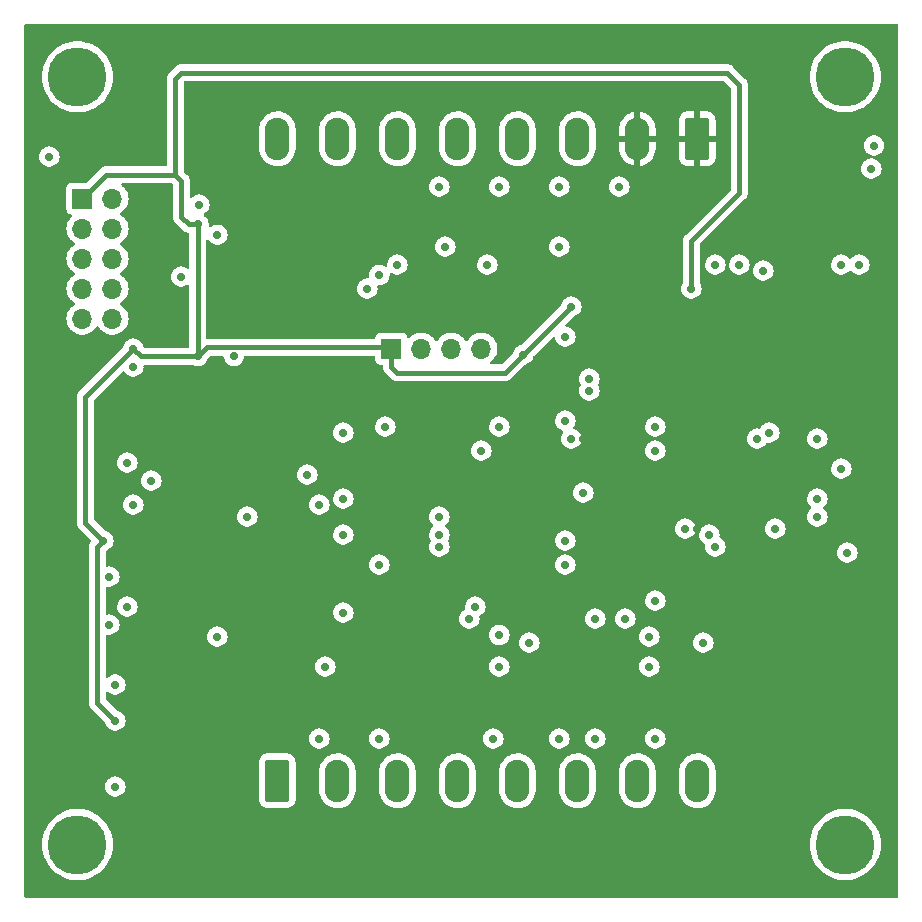
<source format=gbr>
%TF.GenerationSoftware,KiCad,Pcbnew,(6.99.0-4793-g33d76f63b0-dirty)*%
%TF.CreationDate,2022-12-11T21:29:41+01:00*%
%TF.ProjectId,resolver-to-sincos,7265736f-6c76-4657-922d-746f2d73696e,rev?*%
%TF.SameCoordinates,Original*%
%TF.FileFunction,Copper,L3,Inr*%
%TF.FilePolarity,Positive*%
%FSLAX46Y46*%
G04 Gerber Fmt 4.6, Leading zero omitted, Abs format (unit mm)*
G04 Created by KiCad (PCBNEW (6.99.0-4793-g33d76f63b0-dirty)) date 2022-12-11 21:29:41*
%MOMM*%
%LPD*%
G01*
G04 APERTURE LIST*
G04 Aperture macros list*
%AMRoundRect*
0 Rectangle with rounded corners*
0 $1 Rounding radius*
0 $2 $3 $4 $5 $6 $7 $8 $9 X,Y pos of 4 corners*
0 Add a 4 corners polygon primitive as box body*
4,1,4,$2,$3,$4,$5,$6,$7,$8,$9,$2,$3,0*
0 Add four circle primitives for the rounded corners*
1,1,$1+$1,$2,$3*
1,1,$1+$1,$4,$5*
1,1,$1+$1,$6,$7*
1,1,$1+$1,$8,$9*
0 Add four rect primitives between the rounded corners*
20,1,$1+$1,$2,$3,$4,$5,0*
20,1,$1+$1,$4,$5,$6,$7,0*
20,1,$1+$1,$6,$7,$8,$9,0*
20,1,$1+$1,$8,$9,$2,$3,0*%
G04 Aperture macros list end*
%TA.AperFunction,ComponentPad*%
%ADD10C,5.000000*%
%TD*%
%TA.AperFunction,ComponentPad*%
%ADD11R,1.700000X1.700000*%
%TD*%
%TA.AperFunction,ComponentPad*%
%ADD12O,1.700000X1.700000*%
%TD*%
%TA.AperFunction,ComponentPad*%
%ADD13RoundRect,0.249999X-0.790001X-1.550001X0.790001X-1.550001X0.790001X1.550001X-0.790001X1.550001X0*%
%TD*%
%TA.AperFunction,ComponentPad*%
%ADD14O,2.080000X3.600000*%
%TD*%
%TA.AperFunction,ComponentPad*%
%ADD15RoundRect,0.249999X0.790001X1.550001X-0.790001X1.550001X-0.790001X-1.550001X0.790001X-1.550001X0*%
%TD*%
%TA.AperFunction,ViaPad*%
%ADD16C,0.700000*%
%TD*%
%TA.AperFunction,Conductor*%
%ADD17C,0.400000*%
%TD*%
G04 APERTURE END LIST*
D10*
%TO.N,GND*%
%TO.C,H3*%
X170000000Y-105000000D03*
%TD*%
%TO.N,GND*%
%TO.C,H2*%
X170000000Y-170000000D03*
%TD*%
D11*
%TO.N,+3.3V*%
%TO.C,J1*%
X105419499Y-115310999D03*
D12*
%TO.N,/Microprocessor/SWDIO*%
X107959499Y-115310999D03*
%TO.N,GND*%
X105419499Y-117850999D03*
%TO.N,/Microprocessor/SWCK*%
X107959499Y-117850999D03*
%TO.N,GND*%
X105419499Y-120390999D03*
%TO.N,unconnected-(J1-SWO{slash}TDO)*%
X107959499Y-120390999D03*
%TO.N,unconnected-(J1-KEY)*%
X105419499Y-122930999D03*
%TO.N,unconnected-(J1-NC{slash}TDI)*%
X107959499Y-122930999D03*
%TO.N,GND*%
X105419499Y-125470999D03*
%TO.N,/Microprocessor/~{RESET}*%
X107959499Y-125470999D03*
%TD*%
D13*
%TO.N,Net-(J2-Pin_1)*%
%TO.C,J2*%
X121920000Y-164592000D03*
D14*
%TO.N,Net-(J2-Pin_2)*%
X126999999Y-164591999D03*
%TO.N,GND*%
X132079999Y-164591999D03*
%TO.N,Net-(J2-Pin_4)*%
X137159999Y-164591999D03*
%TO.N,Net-(J2-Pin_5)*%
X142239999Y-164591999D03*
%TO.N,GND*%
X147319999Y-164591999D03*
%TO.N,Net-(J2-Pin_7)*%
X152399999Y-164591999D03*
%TO.N,Net-(J2-Pin_8)*%
X157479999Y-164591999D03*
%TD*%
D10*
%TO.N,GND*%
%TO.C,H1*%
X105000000Y-170000000D03*
%TD*%
D11*
%TO.N,+3.3V*%
%TO.C,J4*%
X131571999Y-128015999D03*
D12*
%TO.N,/Microprocessor/USART4_TX*%
X134111999Y-128015999D03*
%TO.N,/Microprocessor/USART4_RX*%
X136651999Y-128015999D03*
%TO.N,GND*%
X139191999Y-128015999D03*
%TD*%
D10*
%TO.N,GND*%
%TO.C,H4*%
X105000000Y-105000000D03*
%TD*%
D15*
%TO.N,+5V*%
%TO.C,J3*%
X157480000Y-110236000D03*
D14*
X152399999Y-110235999D03*
%TO.N,Net-(J3-Pin_3)*%
X147319999Y-110235999D03*
%TO.N,Net-(J3-Pin_4)*%
X142239999Y-110235999D03*
%TO.N,Net-(J3-Pin_5)*%
X137159999Y-110235999D03*
%TO.N,Net-(J3-Pin_6)*%
X132079999Y-110235999D03*
%TO.N,GND*%
X126999999Y-110235999D03*
X121919999Y-110235999D03*
%TD*%
D16*
%TO.N,GND*%
X140716000Y-152258500D03*
X163068000Y-121412000D03*
X146812000Y-135636000D03*
X140716000Y-134620000D03*
X153416000Y-152400000D03*
X116848332Y-118364174D03*
X125984000Y-154940000D03*
X171196000Y-120904000D03*
X107696000Y-151384000D03*
X136144000Y-119380000D03*
X153416000Y-154940000D03*
X153924000Y-134620000D03*
X118237000Y-128664000D03*
X140716000Y-154940000D03*
X125476000Y-161036000D03*
X167640000Y-142240000D03*
X172212000Y-112776000D03*
X159004000Y-120904000D03*
X109220000Y-137668000D03*
X115316000Y-115824000D03*
X119380000Y-142240000D03*
X156464000Y-143256000D03*
X146304000Y-146304000D03*
X148844000Y-161036000D03*
X161036000Y-120904000D03*
X146304000Y-127000000D03*
X145796000Y-119380000D03*
X146304000Y-134112000D03*
X107696000Y-147320000D03*
X109728000Y-141224000D03*
X125476000Y-141224000D03*
X153924000Y-161036000D03*
X108204000Y-156458000D03*
X145796000Y-161036000D03*
X130556000Y-161036000D03*
X135636000Y-142240000D03*
X109728000Y-129540000D03*
X169672000Y-120904000D03*
X135636000Y-114300000D03*
X145796000Y-114300000D03*
X150876000Y-114300000D03*
X102616000Y-111760000D03*
X140716000Y-114300000D03*
X163576000Y-135128000D03*
X131064000Y-134620000D03*
X140208000Y-161036000D03*
X172440500Y-110822500D03*
%TO.N,Net-(U2B--)*%
X157988000Y-152908000D03*
X159004000Y-144780000D03*
%TO.N,Net-(U2B-+)*%
X151384000Y-150876000D03*
X158496000Y-143764000D03*
%TO.N,/OUT_SIN_P*%
X169672000Y-138176000D03*
X139700000Y-120904000D03*
%TO.N,Net-(U4A-+)*%
X127508000Y-140716000D03*
X127508000Y-135128000D03*
%TO.N,/OUT_COS_P*%
X124460000Y-138684000D03*
X129540000Y-122936000D03*
%TO.N,Net-(U4C-+)*%
X135636000Y-143764000D03*
X138176000Y-150876000D03*
%TO.N,+5V*%
X108204000Y-163068000D03*
X107696000Y-136652000D03*
X167640000Y-121412000D03*
X142748000Y-154940000D03*
X143764000Y-119380000D03*
X165328500Y-109806500D03*
X155448000Y-154940000D03*
X147828000Y-135636000D03*
X134112000Y-119380000D03*
X128016000Y-154940000D03*
X148477500Y-133096000D03*
X157480000Y-143256000D03*
X125476000Y-143256000D03*
X110236000Y-143256000D03*
%TO.N,/OUT_COS_N*%
X130556000Y-146304000D03*
X130556000Y-121778500D03*
%TO.N,/OUT_SIN_N*%
X170180000Y-145288000D03*
X132080000Y-120904000D03*
%TO.N,/U_REF*%
X138684000Y-149860000D03*
X109220000Y-149860000D03*
X111252000Y-139192000D03*
X108204000Y-165100000D03*
X148844000Y-150876000D03*
X153924000Y-136652000D03*
X164084000Y-143256000D03*
X153924000Y-149352000D03*
X162560000Y-135636000D03*
X127508000Y-150368000D03*
X139192000Y-136652000D03*
X127508000Y-143764000D03*
%TO.N,SW_POS*%
X146304000Y-144272000D03*
X148336000Y-130556000D03*
%TO.N,SW_NEG*%
X148336000Y-131572000D03*
X147828000Y-140208000D03*
%TO.N,Net-(U2D-+)*%
X167640000Y-135636000D03*
X167640000Y-140716000D03*
%TO.N,Net-(U4C--)*%
X143256000Y-152908000D03*
X135636000Y-144780000D03*
%TO.N,+3.3V*%
X107188000Y-144272000D03*
X142748000Y-128524000D03*
X115245079Y-117499187D03*
X108204000Y-159512000D03*
X146812000Y-124460000D03*
X109728000Y-128016000D03*
X156972000Y-122936000D03*
X115189000Y-128664000D03*
%TO.N,RESOLVER_TX*%
X113792000Y-121920000D03*
X116840000Y-152400000D03*
%TD*%
D17*
%TO.N,+3.3V*%
X113792000Y-116840000D02*
X114451187Y-117499187D01*
X141224000Y-130048000D02*
X132080000Y-130048000D01*
X131470000Y-127914000D02*
X115939000Y-127914000D01*
X142748000Y-128524000D02*
X141224000Y-130048000D01*
X114451187Y-117499187D02*
X115245079Y-117499187D01*
X132080000Y-130048000D02*
X131572000Y-129540000D01*
X115189000Y-117555266D02*
X115245079Y-117499187D01*
X131572000Y-129540000D02*
X131572000Y-128016000D01*
X161036000Y-114808000D02*
X161036000Y-105664000D01*
X105419500Y-115311000D02*
X107446500Y-113284000D01*
X105664000Y-142748000D02*
X107188000Y-144272000D01*
X142748000Y-128524000D02*
X146812000Y-124460000D01*
X105664000Y-132080000D02*
X109728000Y-128016000D01*
X106680000Y-144780000D02*
X107188000Y-144272000D01*
X115189000Y-128664000D02*
X115189000Y-117555266D01*
X113284000Y-105156000D02*
X113284000Y-113284000D01*
X115939000Y-127914000D02*
X115189000Y-128664000D01*
X108204000Y-159512000D02*
X106680000Y-157988000D01*
X156972000Y-122936000D02*
X156972000Y-118872000D01*
X106680000Y-157988000D02*
X106680000Y-144780000D01*
X113792000Y-104648000D02*
X113284000Y-105156000D01*
X160020000Y-104648000D02*
X113792000Y-104648000D01*
X115189000Y-128664000D02*
X110376000Y-128664000D01*
X113792000Y-113792000D02*
X113792000Y-116840000D01*
X156972000Y-118872000D02*
X161036000Y-114808000D01*
X113284000Y-113284000D02*
X113792000Y-113792000D01*
X161036000Y-105664000D02*
X160020000Y-104648000D01*
X105664000Y-142748000D02*
X105664000Y-132080000D01*
X107446500Y-113284000D02*
X113284000Y-113284000D01*
X110376000Y-128664000D02*
X109728000Y-128016000D01*
%TD*%
%TA.AperFunction,Conductor*%
%TO.N,+5V*%
G36*
X174437000Y-100516881D02*
G01*
X174483119Y-100563000D01*
X174500000Y-100626000D01*
X174500000Y-174374000D01*
X174483119Y-174437000D01*
X174437000Y-174483119D01*
X174374000Y-174500000D01*
X100626000Y-174500000D01*
X100563000Y-174483119D01*
X100516881Y-174437000D01*
X100500000Y-174374000D01*
X100500000Y-170000000D01*
X101986401Y-170000000D01*
X102006778Y-170349857D01*
X102007412Y-170353452D01*
X102007413Y-170353461D01*
X102066995Y-170691371D01*
X102066998Y-170691386D01*
X102067633Y-170694984D01*
X102168143Y-171030712D01*
X102306950Y-171352501D01*
X102482175Y-171656000D01*
X102691449Y-171937104D01*
X102931943Y-172192012D01*
X103200403Y-172417278D01*
X103493200Y-172609853D01*
X103806374Y-172767135D01*
X104135690Y-172886996D01*
X104476694Y-172967816D01*
X104824775Y-173008500D01*
X105171555Y-173008500D01*
X105175225Y-173008500D01*
X105523306Y-172967816D01*
X105864310Y-172886996D01*
X106193626Y-172767135D01*
X106506800Y-172609853D01*
X106799597Y-172417278D01*
X107068057Y-172192012D01*
X107308551Y-171937104D01*
X107517825Y-171656000D01*
X107693050Y-171352501D01*
X107831857Y-171030712D01*
X107932367Y-170694984D01*
X107993222Y-170349857D01*
X108013599Y-170000000D01*
X166986401Y-170000000D01*
X167006778Y-170349857D01*
X167007412Y-170353452D01*
X167007413Y-170353461D01*
X167066995Y-170691371D01*
X167066998Y-170691386D01*
X167067633Y-170694984D01*
X167168143Y-171030712D01*
X167306950Y-171352501D01*
X167482175Y-171656000D01*
X167691449Y-171937104D01*
X167931943Y-172192012D01*
X168200403Y-172417278D01*
X168493200Y-172609853D01*
X168806374Y-172767135D01*
X169135690Y-172886996D01*
X169476694Y-172967816D01*
X169824775Y-173008500D01*
X170171555Y-173008500D01*
X170175225Y-173008500D01*
X170523306Y-172967816D01*
X170864310Y-172886996D01*
X171193626Y-172767135D01*
X171506800Y-172609853D01*
X171799597Y-172417278D01*
X172068057Y-172192012D01*
X172308551Y-171937104D01*
X172517825Y-171656000D01*
X172693050Y-171352501D01*
X172831857Y-171030712D01*
X172932367Y-170694984D01*
X172993222Y-170349857D01*
X173013599Y-170000000D01*
X172993222Y-169650143D01*
X172932367Y-169305016D01*
X172831857Y-168969288D01*
X172693050Y-168647499D01*
X172517825Y-168344000D01*
X172308551Y-168062896D01*
X172068057Y-167807988D01*
X172065249Y-167805631D01*
X172065245Y-167805628D01*
X171802412Y-167585084D01*
X171802411Y-167585083D01*
X171799597Y-167582722D01*
X171506800Y-167390147D01*
X171193626Y-167232865D01*
X170864310Y-167113004D01*
X170822989Y-167103210D01*
X170526875Y-167033029D01*
X170526860Y-167033026D01*
X170523306Y-167032184D01*
X170519665Y-167031758D01*
X170519657Y-167031757D01*
X170178871Y-166991926D01*
X170178868Y-166991925D01*
X170175225Y-166991500D01*
X169824775Y-166991500D01*
X169821132Y-166991925D01*
X169821128Y-166991926D01*
X169480342Y-167031757D01*
X169480331Y-167031758D01*
X169476694Y-167032184D01*
X169473142Y-167033025D01*
X169473124Y-167033029D01*
X169139259Y-167112158D01*
X169139256Y-167112158D01*
X169135690Y-167113004D01*
X168806374Y-167232865D01*
X168803107Y-167234505D01*
X168803104Y-167234507D01*
X168496467Y-167388506D01*
X168493200Y-167390147D01*
X168490148Y-167392153D01*
X168490145Y-167392156D01*
X168203470Y-167580704D01*
X168203460Y-167580710D01*
X168200403Y-167582722D01*
X168197596Y-167585076D01*
X168197587Y-167585084D01*
X167934754Y-167805628D01*
X167934741Y-167805639D01*
X167931943Y-167807988D01*
X167929432Y-167810648D01*
X167929425Y-167810656D01*
X167693961Y-168060232D01*
X167693950Y-168060245D01*
X167691449Y-168062896D01*
X167689265Y-168065829D01*
X167689263Y-168065832D01*
X167484360Y-168341064D01*
X167484354Y-168341072D01*
X167482175Y-168344000D01*
X167480343Y-168347172D01*
X167480343Y-168347173D01*
X167308784Y-168644321D01*
X167308778Y-168644331D01*
X167306950Y-168647499D01*
X167305501Y-168650857D01*
X167305496Y-168650868D01*
X167169595Y-168965920D01*
X167169590Y-168965932D01*
X167168143Y-168969288D01*
X167067633Y-169305016D01*
X167066999Y-169308609D01*
X167066995Y-169308628D01*
X167007413Y-169646538D01*
X167007411Y-169646549D01*
X167006778Y-169650143D01*
X166986401Y-170000000D01*
X108013599Y-170000000D01*
X107993222Y-169650143D01*
X107932367Y-169305016D01*
X107831857Y-168969288D01*
X107693050Y-168647499D01*
X107517825Y-168344000D01*
X107308551Y-168062896D01*
X107068057Y-167807988D01*
X107065249Y-167805631D01*
X107065245Y-167805628D01*
X106802412Y-167585084D01*
X106802411Y-167585083D01*
X106799597Y-167582722D01*
X106506800Y-167390147D01*
X106193626Y-167232865D01*
X105864310Y-167113004D01*
X105822989Y-167103210D01*
X105526875Y-167033029D01*
X105526860Y-167033026D01*
X105523306Y-167032184D01*
X105519665Y-167031758D01*
X105519657Y-167031757D01*
X105178871Y-166991926D01*
X105178868Y-166991925D01*
X105175225Y-166991500D01*
X104824775Y-166991500D01*
X104821132Y-166991925D01*
X104821128Y-166991926D01*
X104480342Y-167031757D01*
X104480331Y-167031758D01*
X104476694Y-167032184D01*
X104473142Y-167033025D01*
X104473124Y-167033029D01*
X104139259Y-167112158D01*
X104139256Y-167112158D01*
X104135690Y-167113004D01*
X103806374Y-167232865D01*
X103803107Y-167234505D01*
X103803104Y-167234507D01*
X103496467Y-167388506D01*
X103493200Y-167390147D01*
X103490148Y-167392153D01*
X103490145Y-167392156D01*
X103203470Y-167580704D01*
X103203460Y-167580710D01*
X103200403Y-167582722D01*
X103197596Y-167585076D01*
X103197587Y-167585084D01*
X102934754Y-167805628D01*
X102934741Y-167805639D01*
X102931943Y-167807988D01*
X102929432Y-167810648D01*
X102929425Y-167810656D01*
X102693961Y-168060232D01*
X102693950Y-168060245D01*
X102691449Y-168062896D01*
X102689265Y-168065829D01*
X102689263Y-168065832D01*
X102484360Y-168341064D01*
X102484354Y-168341072D01*
X102482175Y-168344000D01*
X102480343Y-168347172D01*
X102480343Y-168347173D01*
X102308784Y-168644321D01*
X102308778Y-168644331D01*
X102306950Y-168647499D01*
X102305501Y-168650857D01*
X102305496Y-168650868D01*
X102169595Y-168965920D01*
X102169590Y-168965932D01*
X102168143Y-168969288D01*
X102067633Y-169305016D01*
X102066999Y-169308609D01*
X102066995Y-169308628D01*
X102007413Y-169646538D01*
X102007411Y-169646549D01*
X102006778Y-169650143D01*
X101986401Y-170000000D01*
X100500000Y-170000000D01*
X100500000Y-166192546D01*
X120371500Y-166192546D01*
X120371824Y-166195724D01*
X120371825Y-166195730D01*
X120381361Y-166289072D01*
X120382113Y-166296427D01*
X120437885Y-166464739D01*
X120441732Y-166470976D01*
X120441735Y-166470982D01*
X120527116Y-166609404D01*
X120530970Y-166615652D01*
X120656348Y-166741030D01*
X120714636Y-166776982D01*
X120801017Y-166830264D01*
X120801019Y-166830265D01*
X120807261Y-166834115D01*
X120975573Y-166889887D01*
X121079454Y-166900500D01*
X122757341Y-166900500D01*
X122760546Y-166900500D01*
X122864427Y-166889887D01*
X123032739Y-166834115D01*
X123183652Y-166741030D01*
X123309030Y-166615652D01*
X123402115Y-166464739D01*
X123457887Y-166296427D01*
X123468500Y-166192546D01*
X123468500Y-165414407D01*
X125451500Y-165414407D01*
X125451704Y-165416938D01*
X125451705Y-165416954D01*
X125456958Y-165482019D01*
X125466580Y-165601205D01*
X125467793Y-165606129D01*
X125467794Y-165606131D01*
X125525199Y-165839031D01*
X125526413Y-165843956D01*
X125528397Y-165848614D01*
X125528400Y-165848621D01*
X125578171Y-165965437D01*
X125624410Y-166073965D01*
X125758035Y-166285276D01*
X125923826Y-166472415D01*
X126117490Y-166630537D01*
X126121890Y-166633077D01*
X126121894Y-166633080D01*
X126186438Y-166670344D01*
X126334010Y-166755545D01*
X126567779Y-166844201D01*
X126812742Y-166894211D01*
X127062555Y-166904278D01*
X127310748Y-166874142D01*
X127550892Y-166804583D01*
X127776769Y-166697403D01*
X127982528Y-166555378D01*
X128162840Y-166382186D01*
X128313035Y-166182313D01*
X128429223Y-165960935D01*
X128508395Y-165723786D01*
X128548500Y-165477008D01*
X128548500Y-165414407D01*
X130531500Y-165414407D01*
X130531704Y-165416938D01*
X130531705Y-165416954D01*
X130536958Y-165482019D01*
X130546580Y-165601205D01*
X130547793Y-165606129D01*
X130547794Y-165606131D01*
X130605199Y-165839031D01*
X130606413Y-165843956D01*
X130608397Y-165848614D01*
X130608400Y-165848621D01*
X130658171Y-165965437D01*
X130704410Y-166073965D01*
X130838035Y-166285276D01*
X131003826Y-166472415D01*
X131197490Y-166630537D01*
X131201890Y-166633077D01*
X131201894Y-166633080D01*
X131266438Y-166670344D01*
X131414010Y-166755545D01*
X131647779Y-166844201D01*
X131892742Y-166894211D01*
X132142555Y-166904278D01*
X132390748Y-166874142D01*
X132630892Y-166804583D01*
X132856769Y-166697403D01*
X133062528Y-166555378D01*
X133242840Y-166382186D01*
X133393035Y-166182313D01*
X133509223Y-165960935D01*
X133588395Y-165723786D01*
X133628500Y-165477008D01*
X133628500Y-165414407D01*
X135611500Y-165414407D01*
X135611704Y-165416938D01*
X135611705Y-165416954D01*
X135616958Y-165482019D01*
X135626580Y-165601205D01*
X135627793Y-165606129D01*
X135627794Y-165606131D01*
X135685199Y-165839031D01*
X135686413Y-165843956D01*
X135688397Y-165848614D01*
X135688400Y-165848621D01*
X135738171Y-165965437D01*
X135784410Y-166073965D01*
X135918035Y-166285276D01*
X136083826Y-166472415D01*
X136277490Y-166630537D01*
X136281890Y-166633077D01*
X136281894Y-166633080D01*
X136346438Y-166670344D01*
X136494010Y-166755545D01*
X136727779Y-166844201D01*
X136972742Y-166894211D01*
X137222555Y-166904278D01*
X137470748Y-166874142D01*
X137710892Y-166804583D01*
X137936769Y-166697403D01*
X138142528Y-166555378D01*
X138322840Y-166382186D01*
X138473035Y-166182313D01*
X138589223Y-165960935D01*
X138668395Y-165723786D01*
X138708500Y-165477008D01*
X138708500Y-165414407D01*
X140691500Y-165414407D01*
X140691704Y-165416938D01*
X140691705Y-165416954D01*
X140696958Y-165482019D01*
X140706580Y-165601205D01*
X140707793Y-165606129D01*
X140707794Y-165606131D01*
X140765199Y-165839031D01*
X140766413Y-165843956D01*
X140768397Y-165848614D01*
X140768400Y-165848621D01*
X140818171Y-165965437D01*
X140864410Y-166073965D01*
X140998035Y-166285276D01*
X141163826Y-166472415D01*
X141357490Y-166630537D01*
X141361890Y-166633077D01*
X141361894Y-166633080D01*
X141426438Y-166670344D01*
X141574010Y-166755545D01*
X141807779Y-166844201D01*
X142052742Y-166894211D01*
X142302555Y-166904278D01*
X142550748Y-166874142D01*
X142790892Y-166804583D01*
X143016769Y-166697403D01*
X143222528Y-166555378D01*
X143402840Y-166382186D01*
X143553035Y-166182313D01*
X143669223Y-165960935D01*
X143748395Y-165723786D01*
X143788500Y-165477008D01*
X143788500Y-165414407D01*
X145771500Y-165414407D01*
X145771704Y-165416938D01*
X145771705Y-165416954D01*
X145776958Y-165482019D01*
X145786580Y-165601205D01*
X145787793Y-165606129D01*
X145787794Y-165606131D01*
X145845199Y-165839031D01*
X145846413Y-165843956D01*
X145848397Y-165848614D01*
X145848400Y-165848621D01*
X145898171Y-165965437D01*
X145944410Y-166073965D01*
X146078035Y-166285276D01*
X146243826Y-166472415D01*
X146437490Y-166630537D01*
X146441890Y-166633077D01*
X146441894Y-166633080D01*
X146506438Y-166670344D01*
X146654010Y-166755545D01*
X146887779Y-166844201D01*
X147132742Y-166894211D01*
X147382555Y-166904278D01*
X147630748Y-166874142D01*
X147870892Y-166804583D01*
X148096769Y-166697403D01*
X148302528Y-166555378D01*
X148482840Y-166382186D01*
X148633035Y-166182313D01*
X148749223Y-165960935D01*
X148828395Y-165723786D01*
X148868500Y-165477008D01*
X148868500Y-165414407D01*
X150851500Y-165414407D01*
X150851704Y-165416938D01*
X150851705Y-165416954D01*
X150856958Y-165482019D01*
X150866580Y-165601205D01*
X150867793Y-165606129D01*
X150867794Y-165606131D01*
X150925199Y-165839031D01*
X150926413Y-165843956D01*
X150928397Y-165848614D01*
X150928400Y-165848621D01*
X150978171Y-165965437D01*
X151024410Y-166073965D01*
X151158035Y-166285276D01*
X151323826Y-166472415D01*
X151517490Y-166630537D01*
X151521890Y-166633077D01*
X151521894Y-166633080D01*
X151586438Y-166670344D01*
X151734010Y-166755545D01*
X151967779Y-166844201D01*
X152212742Y-166894211D01*
X152462555Y-166904278D01*
X152710748Y-166874142D01*
X152950892Y-166804583D01*
X153176769Y-166697403D01*
X153382528Y-166555378D01*
X153562840Y-166382186D01*
X153713035Y-166182313D01*
X153829223Y-165960935D01*
X153908395Y-165723786D01*
X153948500Y-165477008D01*
X153948500Y-165414407D01*
X155931500Y-165414407D01*
X155931704Y-165416938D01*
X155931705Y-165416954D01*
X155936958Y-165482019D01*
X155946580Y-165601205D01*
X155947793Y-165606129D01*
X155947794Y-165606131D01*
X156005199Y-165839031D01*
X156006413Y-165843956D01*
X156008397Y-165848614D01*
X156008400Y-165848621D01*
X156058171Y-165965437D01*
X156104410Y-166073965D01*
X156238035Y-166285276D01*
X156403826Y-166472415D01*
X156597490Y-166630537D01*
X156601890Y-166633077D01*
X156601894Y-166633080D01*
X156666438Y-166670344D01*
X156814010Y-166755545D01*
X157047779Y-166844201D01*
X157292742Y-166894211D01*
X157542555Y-166904278D01*
X157790748Y-166874142D01*
X158030892Y-166804583D01*
X158256769Y-166697403D01*
X158462528Y-166555378D01*
X158642840Y-166382186D01*
X158793035Y-166182313D01*
X158909223Y-165960935D01*
X158988395Y-165723786D01*
X159028500Y-165477008D01*
X159028500Y-163769593D01*
X159013420Y-163582795D01*
X158953587Y-163340044D01*
X158855590Y-163110035D01*
X158721965Y-162898724D01*
X158556174Y-162711585D01*
X158552240Y-162708373D01*
X158552237Y-162708370D01*
X158366450Y-162556680D01*
X158362510Y-162553463D01*
X158358111Y-162550923D01*
X158358105Y-162550919D01*
X158180125Y-162448163D01*
X158145990Y-162428455D01*
X158141237Y-162426652D01*
X158141234Y-162426651D01*
X157916974Y-162341601D01*
X157916967Y-162341599D01*
X157912221Y-162339799D01*
X157907248Y-162338783D01*
X157907242Y-162338782D01*
X157672223Y-162290802D01*
X157672215Y-162290801D01*
X157667258Y-162289789D01*
X157662203Y-162289585D01*
X157662193Y-162289584D01*
X157422521Y-162279926D01*
X157422514Y-162279926D01*
X157417445Y-162279722D01*
X157412408Y-162280333D01*
X157412398Y-162280334D01*
X157174299Y-162309245D01*
X157174296Y-162309245D01*
X157169252Y-162309858D01*
X157164375Y-162311270D01*
X157164368Y-162311272D01*
X156933979Y-162378005D01*
X156933966Y-162378009D01*
X156929108Y-162379417D01*
X156924538Y-162381585D01*
X156924526Y-162381590D01*
X156707821Y-162484418D01*
X156707811Y-162484423D01*
X156703231Y-162486597D01*
X156699059Y-162489476D01*
X156699048Y-162489483D01*
X156501649Y-162625738D01*
X156501642Y-162625743D01*
X156497472Y-162628622D01*
X156493815Y-162632134D01*
X156493812Y-162632137D01*
X156320820Y-162798298D01*
X156320816Y-162798301D01*
X156317160Y-162801814D01*
X156314117Y-162805862D01*
X156314112Y-162805869D01*
X156172245Y-162994660D01*
X156166965Y-163001687D01*
X156164607Y-163006179D01*
X156164603Y-163006186D01*
X156107651Y-163114700D01*
X156050777Y-163223065D01*
X156049168Y-163227882D01*
X156049168Y-163227884D01*
X155973213Y-163455395D01*
X155973210Y-163455404D01*
X155971605Y-163460214D01*
X155970790Y-163465226D01*
X155970789Y-163465232D01*
X155932314Y-163701980D01*
X155932313Y-163701986D01*
X155931500Y-163706992D01*
X155931500Y-165414407D01*
X153948500Y-165414407D01*
X153948500Y-163769593D01*
X153933420Y-163582795D01*
X153873587Y-163340044D01*
X153775590Y-163110035D01*
X153641965Y-162898724D01*
X153476174Y-162711585D01*
X153472240Y-162708373D01*
X153472237Y-162708370D01*
X153286450Y-162556680D01*
X153282510Y-162553463D01*
X153278111Y-162550923D01*
X153278105Y-162550919D01*
X153100125Y-162448163D01*
X153065990Y-162428455D01*
X153061237Y-162426652D01*
X153061234Y-162426651D01*
X152836974Y-162341601D01*
X152836967Y-162341599D01*
X152832221Y-162339799D01*
X152827248Y-162338783D01*
X152827242Y-162338782D01*
X152592223Y-162290802D01*
X152592215Y-162290801D01*
X152587258Y-162289789D01*
X152582203Y-162289585D01*
X152582193Y-162289584D01*
X152342521Y-162279926D01*
X152342514Y-162279926D01*
X152337445Y-162279722D01*
X152332408Y-162280333D01*
X152332398Y-162280334D01*
X152094299Y-162309245D01*
X152094296Y-162309245D01*
X152089252Y-162309858D01*
X152084375Y-162311270D01*
X152084368Y-162311272D01*
X151853979Y-162378005D01*
X151853966Y-162378009D01*
X151849108Y-162379417D01*
X151844538Y-162381585D01*
X151844526Y-162381590D01*
X151627821Y-162484418D01*
X151627811Y-162484423D01*
X151623231Y-162486597D01*
X151619059Y-162489476D01*
X151619048Y-162489483D01*
X151421649Y-162625738D01*
X151421642Y-162625743D01*
X151417472Y-162628622D01*
X151413815Y-162632134D01*
X151413812Y-162632137D01*
X151240820Y-162798298D01*
X151240816Y-162798301D01*
X151237160Y-162801814D01*
X151234117Y-162805862D01*
X151234112Y-162805869D01*
X151092245Y-162994660D01*
X151086965Y-163001687D01*
X151084607Y-163006179D01*
X151084603Y-163006186D01*
X151027651Y-163114700D01*
X150970777Y-163223065D01*
X150969168Y-163227882D01*
X150969168Y-163227884D01*
X150893213Y-163455395D01*
X150893210Y-163455404D01*
X150891605Y-163460214D01*
X150890790Y-163465226D01*
X150890789Y-163465232D01*
X150852314Y-163701980D01*
X150852313Y-163701986D01*
X150851500Y-163706992D01*
X150851500Y-165414407D01*
X148868500Y-165414407D01*
X148868500Y-163769593D01*
X148853420Y-163582795D01*
X148793587Y-163340044D01*
X148695590Y-163110035D01*
X148561965Y-162898724D01*
X148396174Y-162711585D01*
X148392240Y-162708373D01*
X148392237Y-162708370D01*
X148206450Y-162556680D01*
X148202510Y-162553463D01*
X148198111Y-162550923D01*
X148198105Y-162550919D01*
X148020125Y-162448163D01*
X147985990Y-162428455D01*
X147981237Y-162426652D01*
X147981234Y-162426651D01*
X147756974Y-162341601D01*
X147756967Y-162341599D01*
X147752221Y-162339799D01*
X147747248Y-162338783D01*
X147747242Y-162338782D01*
X147512223Y-162290802D01*
X147512215Y-162290801D01*
X147507258Y-162289789D01*
X147502203Y-162289585D01*
X147502193Y-162289584D01*
X147262521Y-162279926D01*
X147262514Y-162279926D01*
X147257445Y-162279722D01*
X147252408Y-162280333D01*
X147252398Y-162280334D01*
X147014299Y-162309245D01*
X147014296Y-162309245D01*
X147009252Y-162309858D01*
X147004375Y-162311270D01*
X147004368Y-162311272D01*
X146773979Y-162378005D01*
X146773966Y-162378009D01*
X146769108Y-162379417D01*
X146764538Y-162381585D01*
X146764526Y-162381590D01*
X146547821Y-162484418D01*
X146547811Y-162484423D01*
X146543231Y-162486597D01*
X146539059Y-162489476D01*
X146539048Y-162489483D01*
X146341649Y-162625738D01*
X146341642Y-162625743D01*
X146337472Y-162628622D01*
X146333815Y-162632134D01*
X146333812Y-162632137D01*
X146160820Y-162798298D01*
X146160816Y-162798301D01*
X146157160Y-162801814D01*
X146154117Y-162805862D01*
X146154112Y-162805869D01*
X146012245Y-162994660D01*
X146006965Y-163001687D01*
X146004607Y-163006179D01*
X146004603Y-163006186D01*
X145947651Y-163114700D01*
X145890777Y-163223065D01*
X145889168Y-163227882D01*
X145889168Y-163227884D01*
X145813213Y-163455395D01*
X145813210Y-163455404D01*
X145811605Y-163460214D01*
X145810790Y-163465226D01*
X145810789Y-163465232D01*
X145772314Y-163701980D01*
X145772313Y-163701986D01*
X145771500Y-163706992D01*
X145771500Y-165414407D01*
X143788500Y-165414407D01*
X143788500Y-163769593D01*
X143773420Y-163582795D01*
X143713587Y-163340044D01*
X143615590Y-163110035D01*
X143481965Y-162898724D01*
X143316174Y-162711585D01*
X143312240Y-162708373D01*
X143312237Y-162708370D01*
X143126450Y-162556680D01*
X143122510Y-162553463D01*
X143118111Y-162550923D01*
X143118105Y-162550919D01*
X142940125Y-162448163D01*
X142905990Y-162428455D01*
X142901237Y-162426652D01*
X142901234Y-162426651D01*
X142676974Y-162341601D01*
X142676967Y-162341599D01*
X142672221Y-162339799D01*
X142667248Y-162338783D01*
X142667242Y-162338782D01*
X142432223Y-162290802D01*
X142432215Y-162290801D01*
X142427258Y-162289789D01*
X142422203Y-162289585D01*
X142422193Y-162289584D01*
X142182521Y-162279926D01*
X142182514Y-162279926D01*
X142177445Y-162279722D01*
X142172408Y-162280333D01*
X142172398Y-162280334D01*
X141934299Y-162309245D01*
X141934296Y-162309245D01*
X141929252Y-162309858D01*
X141924375Y-162311270D01*
X141924368Y-162311272D01*
X141693979Y-162378005D01*
X141693966Y-162378009D01*
X141689108Y-162379417D01*
X141684538Y-162381585D01*
X141684526Y-162381590D01*
X141467821Y-162484418D01*
X141467811Y-162484423D01*
X141463231Y-162486597D01*
X141459059Y-162489476D01*
X141459048Y-162489483D01*
X141261649Y-162625738D01*
X141261642Y-162625743D01*
X141257472Y-162628622D01*
X141253815Y-162632134D01*
X141253812Y-162632137D01*
X141080820Y-162798298D01*
X141080816Y-162798301D01*
X141077160Y-162801814D01*
X141074117Y-162805862D01*
X141074112Y-162805869D01*
X140932245Y-162994660D01*
X140926965Y-163001687D01*
X140924607Y-163006179D01*
X140924603Y-163006186D01*
X140867651Y-163114700D01*
X140810777Y-163223065D01*
X140809168Y-163227882D01*
X140809168Y-163227884D01*
X140733213Y-163455395D01*
X140733210Y-163455404D01*
X140731605Y-163460214D01*
X140730790Y-163465226D01*
X140730789Y-163465232D01*
X140692314Y-163701980D01*
X140692313Y-163701986D01*
X140691500Y-163706992D01*
X140691500Y-165414407D01*
X138708500Y-165414407D01*
X138708500Y-163769593D01*
X138693420Y-163582795D01*
X138633587Y-163340044D01*
X138535590Y-163110035D01*
X138401965Y-162898724D01*
X138236174Y-162711585D01*
X138232240Y-162708373D01*
X138232237Y-162708370D01*
X138046450Y-162556680D01*
X138042510Y-162553463D01*
X138038111Y-162550923D01*
X138038105Y-162550919D01*
X137860125Y-162448163D01*
X137825990Y-162428455D01*
X137821237Y-162426652D01*
X137821234Y-162426651D01*
X137596974Y-162341601D01*
X137596967Y-162341599D01*
X137592221Y-162339799D01*
X137587248Y-162338783D01*
X137587242Y-162338782D01*
X137352223Y-162290802D01*
X137352215Y-162290801D01*
X137347258Y-162289789D01*
X137342203Y-162289585D01*
X137342193Y-162289584D01*
X137102521Y-162279926D01*
X137102514Y-162279926D01*
X137097445Y-162279722D01*
X137092408Y-162280333D01*
X137092398Y-162280334D01*
X136854299Y-162309245D01*
X136854296Y-162309245D01*
X136849252Y-162309858D01*
X136844375Y-162311270D01*
X136844368Y-162311272D01*
X136613979Y-162378005D01*
X136613966Y-162378009D01*
X136609108Y-162379417D01*
X136604538Y-162381585D01*
X136604526Y-162381590D01*
X136387821Y-162484418D01*
X136387811Y-162484423D01*
X136383231Y-162486597D01*
X136379059Y-162489476D01*
X136379048Y-162489483D01*
X136181649Y-162625738D01*
X136181642Y-162625743D01*
X136177472Y-162628622D01*
X136173815Y-162632134D01*
X136173812Y-162632137D01*
X136000820Y-162798298D01*
X136000816Y-162798301D01*
X135997160Y-162801814D01*
X135994117Y-162805862D01*
X135994112Y-162805869D01*
X135852245Y-162994660D01*
X135846965Y-163001687D01*
X135844607Y-163006179D01*
X135844603Y-163006186D01*
X135787651Y-163114700D01*
X135730777Y-163223065D01*
X135729168Y-163227882D01*
X135729168Y-163227884D01*
X135653213Y-163455395D01*
X135653210Y-163455404D01*
X135651605Y-163460214D01*
X135650790Y-163465226D01*
X135650789Y-163465232D01*
X135612314Y-163701980D01*
X135612313Y-163701986D01*
X135611500Y-163706992D01*
X135611500Y-165414407D01*
X133628500Y-165414407D01*
X133628500Y-163769593D01*
X133613420Y-163582795D01*
X133553587Y-163340044D01*
X133455590Y-163110035D01*
X133321965Y-162898724D01*
X133156174Y-162711585D01*
X133152240Y-162708373D01*
X133152237Y-162708370D01*
X132966450Y-162556680D01*
X132962510Y-162553463D01*
X132958111Y-162550923D01*
X132958105Y-162550919D01*
X132780125Y-162448163D01*
X132745990Y-162428455D01*
X132741237Y-162426652D01*
X132741234Y-162426651D01*
X132516974Y-162341601D01*
X132516967Y-162341599D01*
X132512221Y-162339799D01*
X132507248Y-162338783D01*
X132507242Y-162338782D01*
X132272223Y-162290802D01*
X132272215Y-162290801D01*
X132267258Y-162289789D01*
X132262203Y-162289585D01*
X132262193Y-162289584D01*
X132022521Y-162279926D01*
X132022514Y-162279926D01*
X132017445Y-162279722D01*
X132012408Y-162280333D01*
X132012398Y-162280334D01*
X131774299Y-162309245D01*
X131774296Y-162309245D01*
X131769252Y-162309858D01*
X131764375Y-162311270D01*
X131764368Y-162311272D01*
X131533979Y-162378005D01*
X131533966Y-162378009D01*
X131529108Y-162379417D01*
X131524538Y-162381585D01*
X131524526Y-162381590D01*
X131307821Y-162484418D01*
X131307811Y-162484423D01*
X131303231Y-162486597D01*
X131299059Y-162489476D01*
X131299048Y-162489483D01*
X131101649Y-162625738D01*
X131101642Y-162625743D01*
X131097472Y-162628622D01*
X131093815Y-162632134D01*
X131093812Y-162632137D01*
X130920820Y-162798298D01*
X130920816Y-162798301D01*
X130917160Y-162801814D01*
X130914117Y-162805862D01*
X130914112Y-162805869D01*
X130772245Y-162994660D01*
X130766965Y-163001687D01*
X130764607Y-163006179D01*
X130764603Y-163006186D01*
X130707651Y-163114700D01*
X130650777Y-163223065D01*
X130649168Y-163227882D01*
X130649168Y-163227884D01*
X130573213Y-163455395D01*
X130573210Y-163455404D01*
X130571605Y-163460214D01*
X130570790Y-163465226D01*
X130570789Y-163465232D01*
X130532314Y-163701980D01*
X130532313Y-163701986D01*
X130531500Y-163706992D01*
X130531500Y-165414407D01*
X128548500Y-165414407D01*
X128548500Y-163769593D01*
X128533420Y-163582795D01*
X128473587Y-163340044D01*
X128375590Y-163110035D01*
X128241965Y-162898724D01*
X128076174Y-162711585D01*
X128072240Y-162708373D01*
X128072237Y-162708370D01*
X127886450Y-162556680D01*
X127882510Y-162553463D01*
X127878111Y-162550923D01*
X127878105Y-162550919D01*
X127700125Y-162448163D01*
X127665990Y-162428455D01*
X127661237Y-162426652D01*
X127661234Y-162426651D01*
X127436974Y-162341601D01*
X127436967Y-162341599D01*
X127432221Y-162339799D01*
X127427248Y-162338783D01*
X127427242Y-162338782D01*
X127192223Y-162290802D01*
X127192215Y-162290801D01*
X127187258Y-162289789D01*
X127182203Y-162289585D01*
X127182193Y-162289584D01*
X126942521Y-162279926D01*
X126942514Y-162279926D01*
X126937445Y-162279722D01*
X126932408Y-162280333D01*
X126932398Y-162280334D01*
X126694299Y-162309245D01*
X126694296Y-162309245D01*
X126689252Y-162309858D01*
X126684375Y-162311270D01*
X126684368Y-162311272D01*
X126453979Y-162378005D01*
X126453966Y-162378009D01*
X126449108Y-162379417D01*
X126444538Y-162381585D01*
X126444526Y-162381590D01*
X126227821Y-162484418D01*
X126227811Y-162484423D01*
X126223231Y-162486597D01*
X126219059Y-162489476D01*
X126219048Y-162489483D01*
X126021649Y-162625738D01*
X126021642Y-162625743D01*
X126017472Y-162628622D01*
X126013815Y-162632134D01*
X126013812Y-162632137D01*
X125840820Y-162798298D01*
X125840816Y-162798301D01*
X125837160Y-162801814D01*
X125834117Y-162805862D01*
X125834112Y-162805869D01*
X125692245Y-162994660D01*
X125686965Y-163001687D01*
X125684607Y-163006179D01*
X125684603Y-163006186D01*
X125627651Y-163114700D01*
X125570777Y-163223065D01*
X125569168Y-163227882D01*
X125569168Y-163227884D01*
X125493213Y-163455395D01*
X125493210Y-163455404D01*
X125491605Y-163460214D01*
X125490790Y-163465226D01*
X125490789Y-163465232D01*
X125452314Y-163701980D01*
X125452313Y-163701986D01*
X125451500Y-163706992D01*
X125451500Y-165414407D01*
X123468500Y-165414407D01*
X123468500Y-162991454D01*
X123457887Y-162887573D01*
X123402115Y-162719261D01*
X123397380Y-162711585D01*
X123312883Y-162574595D01*
X123309030Y-162568348D01*
X123183652Y-162442970D01*
X123157195Y-162426651D01*
X123038982Y-162353735D01*
X123038976Y-162353732D01*
X123032739Y-162349885D01*
X123025777Y-162347578D01*
X123025775Y-162347577D01*
X122870952Y-162296275D01*
X122870950Y-162296274D01*
X122864427Y-162294113D01*
X122857590Y-162293414D01*
X122857588Y-162293414D01*
X122763730Y-162283825D01*
X122763724Y-162283824D01*
X122760546Y-162283500D01*
X121079454Y-162283500D01*
X121076276Y-162283824D01*
X121076269Y-162283825D01*
X120982411Y-162293414D01*
X120982407Y-162293414D01*
X120975573Y-162294113D01*
X120969050Y-162296274D01*
X120969047Y-162296275D01*
X120814224Y-162347577D01*
X120814218Y-162347579D01*
X120807261Y-162349885D01*
X120801026Y-162353730D01*
X120801017Y-162353735D01*
X120662595Y-162439116D01*
X120662590Y-162439119D01*
X120656348Y-162442970D01*
X120651158Y-162448159D01*
X120651154Y-162448163D01*
X120536163Y-162563154D01*
X120536159Y-162563158D01*
X120530970Y-162568348D01*
X120527119Y-162574590D01*
X120527116Y-162574595D01*
X120441735Y-162713017D01*
X120441730Y-162713026D01*
X120437885Y-162719261D01*
X120435579Y-162726218D01*
X120435577Y-162726224D01*
X120384275Y-162881047D01*
X120382113Y-162887573D01*
X120381414Y-162894407D01*
X120381414Y-162894411D01*
X120371825Y-162988269D01*
X120371500Y-162991454D01*
X120371500Y-166192546D01*
X100500000Y-166192546D01*
X100500000Y-165100000D01*
X107340771Y-165100000D01*
X107359635Y-165279475D01*
X107415401Y-165451107D01*
X107505633Y-165607393D01*
X107626387Y-165741504D01*
X107772385Y-165847578D01*
X107937248Y-165920980D01*
X108113768Y-165958500D01*
X108287629Y-165958500D01*
X108294232Y-165958500D01*
X108470752Y-165920980D01*
X108635615Y-165847578D01*
X108781613Y-165741504D01*
X108902367Y-165607393D01*
X108992599Y-165451107D01*
X109048365Y-165279475D01*
X109067229Y-165100000D01*
X109048365Y-164920525D01*
X108992599Y-164748893D01*
X108902367Y-164592607D01*
X108781613Y-164458496D01*
X108635615Y-164352422D01*
X108470752Y-164279020D01*
X108464299Y-164277648D01*
X108464295Y-164277647D01*
X108300689Y-164242872D01*
X108300684Y-164242871D01*
X108294232Y-164241500D01*
X108113768Y-164241500D01*
X108107316Y-164242871D01*
X108107310Y-164242872D01*
X107943704Y-164277647D01*
X107943697Y-164277649D01*
X107937248Y-164279020D01*
X107931218Y-164281704D01*
X107931217Y-164281705D01*
X107778416Y-164349737D01*
X107778414Y-164349738D01*
X107772386Y-164352422D01*
X107767045Y-164356302D01*
X107767044Y-164356303D01*
X107631731Y-164454613D01*
X107631728Y-164454614D01*
X107626387Y-164458496D01*
X107621970Y-164463401D01*
X107621965Y-164463406D01*
X107510052Y-164587699D01*
X107505633Y-164592607D01*
X107502334Y-164598320D01*
X107502331Y-164598325D01*
X107418705Y-164743170D01*
X107415401Y-164748893D01*
X107359635Y-164920525D01*
X107340771Y-165100000D01*
X100500000Y-165100000D01*
X100500000Y-161036000D01*
X124612771Y-161036000D01*
X124631635Y-161215475D01*
X124687401Y-161387107D01*
X124777633Y-161543393D01*
X124898387Y-161677504D01*
X125044385Y-161783578D01*
X125209248Y-161856980D01*
X125385768Y-161894500D01*
X125559629Y-161894500D01*
X125566232Y-161894500D01*
X125742752Y-161856980D01*
X125907615Y-161783578D01*
X126053613Y-161677504D01*
X126174367Y-161543393D01*
X126264599Y-161387107D01*
X126320365Y-161215475D01*
X126339229Y-161036000D01*
X129692771Y-161036000D01*
X129711635Y-161215475D01*
X129767401Y-161387107D01*
X129857633Y-161543393D01*
X129978387Y-161677504D01*
X130124385Y-161783578D01*
X130289248Y-161856980D01*
X130465768Y-161894500D01*
X130639629Y-161894500D01*
X130646232Y-161894500D01*
X130822752Y-161856980D01*
X130987615Y-161783578D01*
X131133613Y-161677504D01*
X131254367Y-161543393D01*
X131344599Y-161387107D01*
X131400365Y-161215475D01*
X131419229Y-161036000D01*
X139344771Y-161036000D01*
X139363635Y-161215475D01*
X139419401Y-161387107D01*
X139509633Y-161543393D01*
X139630387Y-161677504D01*
X139776385Y-161783578D01*
X139941248Y-161856980D01*
X140117768Y-161894500D01*
X140291629Y-161894500D01*
X140298232Y-161894500D01*
X140474752Y-161856980D01*
X140639615Y-161783578D01*
X140785613Y-161677504D01*
X140906367Y-161543393D01*
X140996599Y-161387107D01*
X141052365Y-161215475D01*
X141071229Y-161036000D01*
X144932771Y-161036000D01*
X144951635Y-161215475D01*
X145007401Y-161387107D01*
X145097633Y-161543393D01*
X145218387Y-161677504D01*
X145364385Y-161783578D01*
X145529248Y-161856980D01*
X145705768Y-161894500D01*
X145879629Y-161894500D01*
X145886232Y-161894500D01*
X146062752Y-161856980D01*
X146227615Y-161783578D01*
X146373613Y-161677504D01*
X146494367Y-161543393D01*
X146584599Y-161387107D01*
X146640365Y-161215475D01*
X146659229Y-161036000D01*
X147980771Y-161036000D01*
X147999635Y-161215475D01*
X148055401Y-161387107D01*
X148145633Y-161543393D01*
X148266387Y-161677504D01*
X148412385Y-161783578D01*
X148577248Y-161856980D01*
X148753768Y-161894500D01*
X148927629Y-161894500D01*
X148934232Y-161894500D01*
X149110752Y-161856980D01*
X149275615Y-161783578D01*
X149421613Y-161677504D01*
X149542367Y-161543393D01*
X149632599Y-161387107D01*
X149688365Y-161215475D01*
X149707229Y-161036000D01*
X153060771Y-161036000D01*
X153079635Y-161215475D01*
X153135401Y-161387107D01*
X153225633Y-161543393D01*
X153346387Y-161677504D01*
X153492385Y-161783578D01*
X153657248Y-161856980D01*
X153833768Y-161894500D01*
X154007629Y-161894500D01*
X154014232Y-161894500D01*
X154190752Y-161856980D01*
X154355615Y-161783578D01*
X154501613Y-161677504D01*
X154622367Y-161543393D01*
X154712599Y-161387107D01*
X154768365Y-161215475D01*
X154787229Y-161036000D01*
X154768365Y-160856525D01*
X154712599Y-160684893D01*
X154622367Y-160528607D01*
X154501613Y-160394496D01*
X154355615Y-160288422D01*
X154190752Y-160215020D01*
X154184299Y-160213648D01*
X154184295Y-160213647D01*
X154020689Y-160178872D01*
X154020684Y-160178871D01*
X154014232Y-160177500D01*
X153833768Y-160177500D01*
X153827316Y-160178871D01*
X153827310Y-160178872D01*
X153663704Y-160213647D01*
X153663697Y-160213649D01*
X153657248Y-160215020D01*
X153651218Y-160217704D01*
X153651217Y-160217705D01*
X153498416Y-160285737D01*
X153498414Y-160285738D01*
X153492386Y-160288422D01*
X153487045Y-160292302D01*
X153487044Y-160292303D01*
X153351731Y-160390613D01*
X153351728Y-160390614D01*
X153346387Y-160394496D01*
X153341970Y-160399401D01*
X153341965Y-160399406D01*
X153230052Y-160523699D01*
X153225633Y-160528607D01*
X153222334Y-160534320D01*
X153222331Y-160534325D01*
X153138705Y-160679170D01*
X153135401Y-160684893D01*
X153079635Y-160856525D01*
X153060771Y-161036000D01*
X149707229Y-161036000D01*
X149688365Y-160856525D01*
X149632599Y-160684893D01*
X149542367Y-160528607D01*
X149421613Y-160394496D01*
X149275615Y-160288422D01*
X149110752Y-160215020D01*
X149104299Y-160213648D01*
X149104295Y-160213647D01*
X148940689Y-160178872D01*
X148940684Y-160178871D01*
X148934232Y-160177500D01*
X148753768Y-160177500D01*
X148747316Y-160178871D01*
X148747310Y-160178872D01*
X148583704Y-160213647D01*
X148583697Y-160213649D01*
X148577248Y-160215020D01*
X148571218Y-160217704D01*
X148571217Y-160217705D01*
X148418416Y-160285737D01*
X148418414Y-160285738D01*
X148412386Y-160288422D01*
X148407045Y-160292302D01*
X148407044Y-160292303D01*
X148271731Y-160390613D01*
X148271728Y-160390614D01*
X148266387Y-160394496D01*
X148261970Y-160399401D01*
X148261965Y-160399406D01*
X148150052Y-160523699D01*
X148145633Y-160528607D01*
X148142334Y-160534320D01*
X148142331Y-160534325D01*
X148058705Y-160679170D01*
X148055401Y-160684893D01*
X147999635Y-160856525D01*
X147980771Y-161036000D01*
X146659229Y-161036000D01*
X146640365Y-160856525D01*
X146584599Y-160684893D01*
X146494367Y-160528607D01*
X146373613Y-160394496D01*
X146227615Y-160288422D01*
X146062752Y-160215020D01*
X146056299Y-160213648D01*
X146056295Y-160213647D01*
X145892689Y-160178872D01*
X145892684Y-160178871D01*
X145886232Y-160177500D01*
X145705768Y-160177500D01*
X145699316Y-160178871D01*
X145699310Y-160178872D01*
X145535704Y-160213647D01*
X145535697Y-160213649D01*
X145529248Y-160215020D01*
X145523218Y-160217704D01*
X145523217Y-160217705D01*
X145370416Y-160285737D01*
X145370414Y-160285738D01*
X145364386Y-160288422D01*
X145359045Y-160292302D01*
X145359044Y-160292303D01*
X145223731Y-160390613D01*
X145223728Y-160390614D01*
X145218387Y-160394496D01*
X145213970Y-160399401D01*
X145213965Y-160399406D01*
X145102052Y-160523699D01*
X145097633Y-160528607D01*
X145094334Y-160534320D01*
X145094331Y-160534325D01*
X145010705Y-160679170D01*
X145007401Y-160684893D01*
X144951635Y-160856525D01*
X144932771Y-161036000D01*
X141071229Y-161036000D01*
X141052365Y-160856525D01*
X140996599Y-160684893D01*
X140906367Y-160528607D01*
X140785613Y-160394496D01*
X140639615Y-160288422D01*
X140474752Y-160215020D01*
X140468299Y-160213648D01*
X140468295Y-160213647D01*
X140304689Y-160178872D01*
X140304684Y-160178871D01*
X140298232Y-160177500D01*
X140117768Y-160177500D01*
X140111316Y-160178871D01*
X140111310Y-160178872D01*
X139947704Y-160213647D01*
X139947697Y-160213649D01*
X139941248Y-160215020D01*
X139935218Y-160217704D01*
X139935217Y-160217705D01*
X139782416Y-160285737D01*
X139782414Y-160285738D01*
X139776386Y-160288422D01*
X139771045Y-160292302D01*
X139771044Y-160292303D01*
X139635731Y-160390613D01*
X139635728Y-160390614D01*
X139630387Y-160394496D01*
X139625970Y-160399401D01*
X139625965Y-160399406D01*
X139514052Y-160523699D01*
X139509633Y-160528607D01*
X139506334Y-160534320D01*
X139506331Y-160534325D01*
X139422705Y-160679170D01*
X139419401Y-160684893D01*
X139363635Y-160856525D01*
X139344771Y-161036000D01*
X131419229Y-161036000D01*
X131400365Y-160856525D01*
X131344599Y-160684893D01*
X131254367Y-160528607D01*
X131133613Y-160394496D01*
X130987615Y-160288422D01*
X130822752Y-160215020D01*
X130816299Y-160213648D01*
X130816295Y-160213647D01*
X130652689Y-160178872D01*
X130652684Y-160178871D01*
X130646232Y-160177500D01*
X130465768Y-160177500D01*
X130459316Y-160178871D01*
X130459310Y-160178872D01*
X130295704Y-160213647D01*
X130295697Y-160213649D01*
X130289248Y-160215020D01*
X130283218Y-160217704D01*
X130283217Y-160217705D01*
X130130416Y-160285737D01*
X130130414Y-160285738D01*
X130124386Y-160288422D01*
X130119045Y-160292302D01*
X130119044Y-160292303D01*
X129983731Y-160390613D01*
X129983728Y-160390614D01*
X129978387Y-160394496D01*
X129973970Y-160399401D01*
X129973965Y-160399406D01*
X129862052Y-160523699D01*
X129857633Y-160528607D01*
X129854334Y-160534320D01*
X129854331Y-160534325D01*
X129770705Y-160679170D01*
X129767401Y-160684893D01*
X129711635Y-160856525D01*
X129692771Y-161036000D01*
X126339229Y-161036000D01*
X126320365Y-160856525D01*
X126264599Y-160684893D01*
X126174367Y-160528607D01*
X126053613Y-160394496D01*
X125907615Y-160288422D01*
X125742752Y-160215020D01*
X125736299Y-160213648D01*
X125736295Y-160213647D01*
X125572689Y-160178872D01*
X125572684Y-160178871D01*
X125566232Y-160177500D01*
X125385768Y-160177500D01*
X125379316Y-160178871D01*
X125379310Y-160178872D01*
X125215704Y-160213647D01*
X125215697Y-160213649D01*
X125209248Y-160215020D01*
X125203218Y-160217704D01*
X125203217Y-160217705D01*
X125050416Y-160285737D01*
X125050414Y-160285738D01*
X125044386Y-160288422D01*
X125039045Y-160292302D01*
X125039044Y-160292303D01*
X124903731Y-160390613D01*
X124903728Y-160390614D01*
X124898387Y-160394496D01*
X124893970Y-160399401D01*
X124893965Y-160399406D01*
X124782052Y-160523699D01*
X124777633Y-160528607D01*
X124774334Y-160534320D01*
X124774331Y-160534325D01*
X124690705Y-160679170D01*
X124687401Y-160684893D01*
X124631635Y-160856525D01*
X124612771Y-161036000D01*
X100500000Y-161036000D01*
X100500000Y-125471000D01*
X104056344Y-125471000D01*
X104074936Y-125695368D01*
X104130204Y-125913616D01*
X104132297Y-125918389D01*
X104132299Y-125918393D01*
X104163533Y-125989600D01*
X104220640Y-126119791D01*
X104343778Y-126308268D01*
X104347306Y-126312100D01*
X104492727Y-126470069D01*
X104492731Y-126470073D01*
X104496260Y-126473906D01*
X104673924Y-126612189D01*
X104871926Y-126719342D01*
X104876855Y-126721034D01*
X104876857Y-126721035D01*
X104978395Y-126755893D01*
X105084865Y-126792444D01*
X105306931Y-126829500D01*
X105526858Y-126829500D01*
X105532069Y-126829500D01*
X105754135Y-126792444D01*
X105967074Y-126719342D01*
X106165076Y-126612189D01*
X106342740Y-126473906D01*
X106495222Y-126308268D01*
X106584018Y-126172354D01*
X106629530Y-126130457D01*
X106689500Y-126115271D01*
X106749470Y-126130457D01*
X106794981Y-126172354D01*
X106883778Y-126308268D01*
X106887306Y-126312100D01*
X107032727Y-126470069D01*
X107032731Y-126470073D01*
X107036260Y-126473906D01*
X107213924Y-126612189D01*
X107411926Y-126719342D01*
X107416855Y-126721034D01*
X107416857Y-126721035D01*
X107518395Y-126755893D01*
X107624865Y-126792444D01*
X107846931Y-126829500D01*
X108066858Y-126829500D01*
X108072069Y-126829500D01*
X108294135Y-126792444D01*
X108507074Y-126719342D01*
X108705076Y-126612189D01*
X108882740Y-126473906D01*
X109035222Y-126308268D01*
X109158360Y-126119791D01*
X109248796Y-125913616D01*
X109304064Y-125695368D01*
X109322656Y-125471000D01*
X109304064Y-125246632D01*
X109248796Y-125028384D01*
X109158360Y-124822209D01*
X109035222Y-124633732D01*
X108974456Y-124567723D01*
X108886272Y-124471930D01*
X108886267Y-124471925D01*
X108882740Y-124468094D01*
X108705076Y-124329811D01*
X108700497Y-124327333D01*
X108700494Y-124327331D01*
X108671818Y-124311812D01*
X108623547Y-124265494D01*
X108605789Y-124200996D01*
X108623550Y-124136499D01*
X108671821Y-124090185D01*
X108705076Y-124072189D01*
X108882740Y-123933906D01*
X109035222Y-123768268D01*
X109158360Y-123579791D01*
X109248796Y-123373616D01*
X109304064Y-123155368D01*
X109322656Y-122931000D01*
X109304064Y-122706632D01*
X109248796Y-122488384D01*
X109158360Y-122282209D01*
X109035222Y-122093732D01*
X108910248Y-121957975D01*
X108886272Y-121931930D01*
X108886267Y-121931925D01*
X108882740Y-121928094D01*
X108705076Y-121789811D01*
X108700502Y-121787336D01*
X108700495Y-121787331D01*
X108672044Y-121771935D01*
X108671819Y-121771813D01*
X108623548Y-121725498D01*
X108605789Y-121661000D01*
X108623548Y-121596502D01*
X108671820Y-121550186D01*
X108673299Y-121549386D01*
X108705076Y-121532189D01*
X108882740Y-121393906D01*
X109035222Y-121228268D01*
X109158360Y-121039791D01*
X109248796Y-120833616D01*
X109304064Y-120615368D01*
X109322656Y-120391000D01*
X109304064Y-120166632D01*
X109248796Y-119948384D01*
X109158360Y-119742209D01*
X109035222Y-119553732D01*
X108974456Y-119487723D01*
X108886272Y-119391930D01*
X108886267Y-119391925D01*
X108882740Y-119388094D01*
X108705076Y-119249811D01*
X108700502Y-119247336D01*
X108700495Y-119247331D01*
X108671820Y-119231814D01*
X108623548Y-119185498D01*
X108605789Y-119121000D01*
X108623548Y-119056502D01*
X108671820Y-119010186D01*
X108700490Y-118994671D01*
X108705076Y-118992189D01*
X108882740Y-118853906D01*
X109035222Y-118688268D01*
X109158360Y-118499791D01*
X109248796Y-118293616D01*
X109304064Y-118075368D01*
X109322656Y-117851000D01*
X109304064Y-117626632D01*
X109248796Y-117408384D01*
X109158360Y-117202209D01*
X109035222Y-117013732D01*
X108921862Y-116890591D01*
X108886272Y-116851930D01*
X108886267Y-116851925D01*
X108882740Y-116848094D01*
X108705076Y-116709811D01*
X108700502Y-116707336D01*
X108700495Y-116707331D01*
X108671820Y-116691814D01*
X108623548Y-116645498D01*
X108605789Y-116581000D01*
X108623548Y-116516502D01*
X108671820Y-116470186D01*
X108673299Y-116469386D01*
X108705076Y-116452189D01*
X108882740Y-116313906D01*
X109035222Y-116148268D01*
X109158360Y-115959791D01*
X109248796Y-115753616D01*
X109304064Y-115535368D01*
X109322656Y-115311000D01*
X109304064Y-115086632D01*
X109248796Y-114868384D01*
X109158360Y-114662209D01*
X109035222Y-114473732D01*
X108916180Y-114344419D01*
X108886272Y-114311930D01*
X108886267Y-114311925D01*
X108882740Y-114308094D01*
X108766900Y-114217931D01*
X108728903Y-114169113D01*
X108718721Y-114108095D01*
X108738808Y-114049584D01*
X108784322Y-114007686D01*
X108844291Y-113992500D01*
X112938339Y-113992500D01*
X112986559Y-114002092D01*
X113027437Y-114029407D01*
X113046598Y-114048569D01*
X113073909Y-114089445D01*
X113083500Y-114137662D01*
X113083500Y-116814782D01*
X113083269Y-116822390D01*
X113079598Y-116883093D01*
X113080972Y-116890591D01*
X113090559Y-116942911D01*
X113091704Y-116950432D01*
X113098115Y-117003230D01*
X113098116Y-117003234D01*
X113099035Y-117010801D01*
X113102652Y-117020340D01*
X113108769Y-117042283D01*
X113110611Y-117052329D01*
X113113733Y-117059266D01*
X113113736Y-117059275D01*
X113135572Y-117107793D01*
X113138483Y-117114822D01*
X113157339Y-117164541D01*
X113157344Y-117164550D01*
X113160046Y-117171675D01*
X113164378Y-117177951D01*
X113165837Y-117180065D01*
X113177037Y-117199922D01*
X113178096Y-117202276D01*
X113178099Y-117202281D01*
X113181225Y-117209226D01*
X113185921Y-117215220D01*
X113185923Y-117215223D01*
X113218725Y-117257091D01*
X113223235Y-117263221D01*
X113253452Y-117306998D01*
X113253459Y-117307006D01*
X113257785Y-117313273D01*
X113303316Y-117353610D01*
X113308857Y-117358827D01*
X113932358Y-117982328D01*
X113937575Y-117987869D01*
X113977914Y-118033402D01*
X113984186Y-118037731D01*
X113984187Y-118037732D01*
X114027955Y-118067943D01*
X114034086Y-118072454D01*
X114046791Y-118082408D01*
X114081961Y-118109962D01*
X114091251Y-118114142D01*
X114111124Y-118125351D01*
X114119512Y-118131141D01*
X114126634Y-118133842D01*
X114126640Y-118133845D01*
X114176379Y-118152707D01*
X114183381Y-118155606D01*
X114238858Y-118180575D01*
X114248883Y-118182412D01*
X114270847Y-118188534D01*
X114280386Y-118192152D01*
X114340775Y-118199484D01*
X114348246Y-118200620D01*
X114377216Y-118205929D01*
X114430195Y-118229136D01*
X114467224Y-118273569D01*
X114480500Y-118329865D01*
X114480500Y-121111771D01*
X114461933Y-121177606D01*
X114411703Y-121224038D01*
X114344614Y-121237383D01*
X114280439Y-121213707D01*
X114269183Y-121205529D01*
X114223615Y-121172422D01*
X114058752Y-121099020D01*
X114052299Y-121097648D01*
X114052295Y-121097647D01*
X113888689Y-121062872D01*
X113888684Y-121062871D01*
X113882232Y-121061500D01*
X113701768Y-121061500D01*
X113695316Y-121062871D01*
X113695310Y-121062872D01*
X113531704Y-121097647D01*
X113531697Y-121097649D01*
X113525248Y-121099020D01*
X113519218Y-121101704D01*
X113519217Y-121101705D01*
X113366416Y-121169737D01*
X113366414Y-121169738D01*
X113360386Y-121172422D01*
X113355045Y-121176302D01*
X113355044Y-121176303D01*
X113219731Y-121274613D01*
X113219728Y-121274614D01*
X113214387Y-121278496D01*
X113209970Y-121283401D01*
X113209965Y-121283406D01*
X113099875Y-121405674D01*
X113093633Y-121412607D01*
X113090334Y-121418320D01*
X113090331Y-121418325D01*
X113014201Y-121550187D01*
X113003401Y-121568893D01*
X113001359Y-121575175D01*
X113001359Y-121575177D01*
X112952518Y-121725498D01*
X112947635Y-121740525D01*
X112946945Y-121747088D01*
X112946945Y-121747089D01*
X112942716Y-121787328D01*
X112928771Y-121920000D01*
X112947635Y-122099475D01*
X112949674Y-122105752D01*
X112949675Y-122105754D01*
X112975663Y-122185737D01*
X113003401Y-122271107D01*
X113070133Y-122386691D01*
X113086531Y-122415093D01*
X113093633Y-122427393D01*
X113214387Y-122561504D01*
X113360385Y-122667578D01*
X113525248Y-122740980D01*
X113701768Y-122778500D01*
X113875629Y-122778500D01*
X113882232Y-122778500D01*
X114058752Y-122740980D01*
X114223615Y-122667578D01*
X114280438Y-122626293D01*
X114344614Y-122602617D01*
X114411703Y-122615962D01*
X114461933Y-122662394D01*
X114480500Y-122728229D01*
X114480500Y-127829500D01*
X114463619Y-127892500D01*
X114417500Y-127938619D01*
X114354500Y-127955500D01*
X110721662Y-127955500D01*
X110673445Y-127945909D01*
X110632568Y-127918597D01*
X110603764Y-127889794D01*
X110582122Y-127860809D01*
X110573080Y-127836292D01*
X110572365Y-127836525D01*
X110516599Y-127664893D01*
X110426367Y-127508607D01*
X110305613Y-127374496D01*
X110159615Y-127268422D01*
X109994752Y-127195020D01*
X109988299Y-127193648D01*
X109988295Y-127193647D01*
X109824689Y-127158872D01*
X109824684Y-127158871D01*
X109818232Y-127157500D01*
X109637768Y-127157500D01*
X109631316Y-127158871D01*
X109631310Y-127158872D01*
X109467704Y-127193647D01*
X109467697Y-127193649D01*
X109461248Y-127195020D01*
X109455218Y-127197704D01*
X109455217Y-127197705D01*
X109302416Y-127265737D01*
X109302414Y-127265738D01*
X109296386Y-127268422D01*
X109291045Y-127272302D01*
X109291044Y-127272303D01*
X109155731Y-127370613D01*
X109155728Y-127370614D01*
X109150387Y-127374496D01*
X109145970Y-127379401D01*
X109145965Y-127379406D01*
X109035875Y-127501674D01*
X109029633Y-127508607D01*
X109026334Y-127514320D01*
X109026331Y-127514325D01*
X108950663Y-127645386D01*
X108939401Y-127664893D01*
X108937359Y-127671175D01*
X108937359Y-127671177D01*
X108883635Y-127836525D01*
X108882921Y-127836293D01*
X108873868Y-127860825D01*
X108852236Y-127889792D01*
X105180856Y-131561172D01*
X105175317Y-131566387D01*
X105135489Y-131601672D01*
X105135482Y-131601679D01*
X105129785Y-131606727D01*
X105125460Y-131612992D01*
X105125457Y-131612996D01*
X105095238Y-131656774D01*
X105090731Y-131662898D01*
X105057924Y-131704774D01*
X105057918Y-131704783D01*
X105053225Y-131710774D01*
X105050101Y-131717713D01*
X105050095Y-131717724D01*
X105049037Y-131720077D01*
X105037844Y-131739924D01*
X105032046Y-131748325D01*
X105029345Y-131755445D01*
X105029342Y-131755452D01*
X105010481Y-131805183D01*
X105007570Y-131812211D01*
X104985740Y-131860716D01*
X104985737Y-131860724D01*
X104982611Y-131867671D01*
X104981236Y-131875167D01*
X104981237Y-131875167D01*
X104980771Y-131877711D01*
X104974651Y-131899663D01*
X104973737Y-131902072D01*
X104973736Y-131902075D01*
X104971035Y-131909199D01*
X104970116Y-131916761D01*
X104970116Y-131916764D01*
X104963705Y-131969554D01*
X104962561Y-131977071D01*
X104952970Y-132029412D01*
X104952969Y-132029423D01*
X104951598Y-132036907D01*
X104952057Y-132044502D01*
X104952057Y-132044510D01*
X104955270Y-132097610D01*
X104955500Y-132105218D01*
X104955500Y-142722782D01*
X104955269Y-142730390D01*
X104951598Y-142791093D01*
X104952972Y-142798591D01*
X104962559Y-142850911D01*
X104963704Y-142858432D01*
X104970115Y-142911230D01*
X104970116Y-142911234D01*
X104971035Y-142918801D01*
X104974652Y-142928340D01*
X104980769Y-142950283D01*
X104982611Y-142960329D01*
X104985733Y-142967266D01*
X104985736Y-142967275D01*
X105007572Y-143015793D01*
X105010483Y-143022822D01*
X105029339Y-143072541D01*
X105029344Y-143072550D01*
X105032046Y-143079675D01*
X105036378Y-143085951D01*
X105037837Y-143088065D01*
X105049037Y-143107922D01*
X105050096Y-143110276D01*
X105050099Y-143110281D01*
X105053225Y-143117226D01*
X105057921Y-143123220D01*
X105057923Y-143123223D01*
X105090725Y-143165091D01*
X105095235Y-143171221D01*
X105125452Y-143214998D01*
X105125459Y-143215006D01*
X105129785Y-143221273D01*
X105135490Y-143226327D01*
X105175307Y-143261602D01*
X105180849Y-143266819D01*
X106102148Y-144188118D01*
X106132569Y-144237313D01*
X106137803Y-144294917D01*
X106116748Y-144348790D01*
X106111239Y-144356771D01*
X106106731Y-144362898D01*
X106073924Y-144404774D01*
X106073918Y-144404783D01*
X106069225Y-144410774D01*
X106066101Y-144417713D01*
X106066095Y-144417724D01*
X106065037Y-144420077D01*
X106053844Y-144439924D01*
X106048046Y-144448325D01*
X106045345Y-144455445D01*
X106045342Y-144455452D01*
X106026481Y-144505183D01*
X106023570Y-144512211D01*
X106001740Y-144560716D01*
X106001737Y-144560724D01*
X105998611Y-144567671D01*
X105997236Y-144575167D01*
X105997237Y-144575167D01*
X105996771Y-144577711D01*
X105990651Y-144599663D01*
X105989737Y-144602072D01*
X105989736Y-144602075D01*
X105987035Y-144609199D01*
X105986116Y-144616761D01*
X105986116Y-144616764D01*
X105979705Y-144669554D01*
X105978561Y-144677071D01*
X105968970Y-144729412D01*
X105968969Y-144729423D01*
X105967598Y-144736907D01*
X105968057Y-144744502D01*
X105968057Y-144744510D01*
X105971270Y-144797610D01*
X105971500Y-144805218D01*
X105971500Y-157962782D01*
X105971269Y-157970390D01*
X105967598Y-158031093D01*
X105968972Y-158038591D01*
X105978559Y-158090911D01*
X105979704Y-158098432D01*
X105986115Y-158151230D01*
X105986116Y-158151234D01*
X105987035Y-158158801D01*
X105990652Y-158168340D01*
X105996769Y-158190283D01*
X105998611Y-158200329D01*
X106001733Y-158207266D01*
X106001736Y-158207275D01*
X106023572Y-158255793D01*
X106026483Y-158262822D01*
X106045339Y-158312541D01*
X106045344Y-158312550D01*
X106048046Y-158319675D01*
X106052378Y-158325951D01*
X106053837Y-158328065D01*
X106065037Y-158347922D01*
X106066096Y-158350276D01*
X106066099Y-158350281D01*
X106069225Y-158357226D01*
X106073921Y-158363220D01*
X106073923Y-158363223D01*
X106106725Y-158405091D01*
X106111235Y-158411221D01*
X106141452Y-158454998D01*
X106141459Y-158455006D01*
X106145785Y-158461273D01*
X106151490Y-158466327D01*
X106191307Y-158501602D01*
X106196849Y-158506819D01*
X107328236Y-159638207D01*
X107349870Y-159667177D01*
X107358920Y-159691707D01*
X107359635Y-159691475D01*
X107415401Y-159863107D01*
X107505633Y-160019393D01*
X107626387Y-160153504D01*
X107772385Y-160259578D01*
X107937248Y-160332980D01*
X108113768Y-160370500D01*
X108287629Y-160370500D01*
X108294232Y-160370500D01*
X108470752Y-160332980D01*
X108635615Y-160259578D01*
X108781613Y-160153504D01*
X108902367Y-160019393D01*
X108992599Y-159863107D01*
X109048365Y-159691475D01*
X109067229Y-159512000D01*
X109048365Y-159332525D01*
X108992599Y-159160893D01*
X108902367Y-159004607D01*
X108781613Y-158870496D01*
X108635615Y-158764422D01*
X108470752Y-158691020D01*
X108464294Y-158689647D01*
X108464287Y-158689645D01*
X108398346Y-158675628D01*
X108364421Y-158663113D01*
X108335449Y-158641478D01*
X107425405Y-157731435D01*
X107398091Y-157690557D01*
X107388500Y-157642339D01*
X107388500Y-157163544D01*
X107402838Y-157105169D01*
X107442590Y-157060079D01*
X107498708Y-157038537D01*
X107558421Y-157045447D01*
X107608133Y-157079231D01*
X107626387Y-157099504D01*
X107772385Y-157205578D01*
X107937248Y-157278980D01*
X108113768Y-157316500D01*
X108287629Y-157316500D01*
X108294232Y-157316500D01*
X108470752Y-157278980D01*
X108635615Y-157205578D01*
X108781613Y-157099504D01*
X108902367Y-156965393D01*
X108992599Y-156809107D01*
X109048365Y-156637475D01*
X109067229Y-156458000D01*
X109048365Y-156278525D01*
X108992599Y-156106893D01*
X108902367Y-155950607D01*
X108781613Y-155816496D01*
X108635615Y-155710422D01*
X108470752Y-155637020D01*
X108464299Y-155635648D01*
X108464295Y-155635647D01*
X108300689Y-155600872D01*
X108300684Y-155600871D01*
X108294232Y-155599500D01*
X108113768Y-155599500D01*
X108107316Y-155600871D01*
X108107310Y-155600872D01*
X107943704Y-155635647D01*
X107943697Y-155635649D01*
X107937248Y-155637020D01*
X107931218Y-155639704D01*
X107931217Y-155639705D01*
X107778416Y-155707737D01*
X107778414Y-155707738D01*
X107772386Y-155710422D01*
X107767045Y-155714302D01*
X107767044Y-155714303D01*
X107631731Y-155812613D01*
X107631728Y-155812614D01*
X107626387Y-155816496D01*
X107621972Y-155821398D01*
X107621970Y-155821401D01*
X107617723Y-155826117D01*
X107608133Y-155836768D01*
X107558421Y-155870553D01*
X107498708Y-155877463D01*
X107442590Y-155855921D01*
X107402838Y-155810831D01*
X107388500Y-155752456D01*
X107388500Y-154940000D01*
X125120771Y-154940000D01*
X125139635Y-155119475D01*
X125195401Y-155291107D01*
X125285633Y-155447393D01*
X125406387Y-155581504D01*
X125552385Y-155687578D01*
X125717248Y-155760980D01*
X125893768Y-155798500D01*
X126067629Y-155798500D01*
X126074232Y-155798500D01*
X126250752Y-155760980D01*
X126415615Y-155687578D01*
X126561613Y-155581504D01*
X126682367Y-155447393D01*
X126772599Y-155291107D01*
X126828365Y-155119475D01*
X126847229Y-154940000D01*
X139852771Y-154940000D01*
X139871635Y-155119475D01*
X139927401Y-155291107D01*
X140017633Y-155447393D01*
X140138387Y-155581504D01*
X140284385Y-155687578D01*
X140449248Y-155760980D01*
X140625768Y-155798500D01*
X140799629Y-155798500D01*
X140806232Y-155798500D01*
X140982752Y-155760980D01*
X141147615Y-155687578D01*
X141293613Y-155581504D01*
X141414367Y-155447393D01*
X141504599Y-155291107D01*
X141560365Y-155119475D01*
X141579229Y-154940000D01*
X152552771Y-154940000D01*
X152571635Y-155119475D01*
X152627401Y-155291107D01*
X152717633Y-155447393D01*
X152838387Y-155581504D01*
X152984385Y-155687578D01*
X153149248Y-155760980D01*
X153325768Y-155798500D01*
X153499629Y-155798500D01*
X153506232Y-155798500D01*
X153682752Y-155760980D01*
X153847615Y-155687578D01*
X153993613Y-155581504D01*
X154114367Y-155447393D01*
X154204599Y-155291107D01*
X154260365Y-155119475D01*
X154279229Y-154940000D01*
X154260365Y-154760525D01*
X154204599Y-154588893D01*
X154114367Y-154432607D01*
X153993613Y-154298496D01*
X153847615Y-154192422D01*
X153682752Y-154119020D01*
X153676299Y-154117648D01*
X153676295Y-154117647D01*
X153512689Y-154082872D01*
X153512684Y-154082871D01*
X153506232Y-154081500D01*
X153325768Y-154081500D01*
X153319316Y-154082871D01*
X153319310Y-154082872D01*
X153155704Y-154117647D01*
X153155697Y-154117649D01*
X153149248Y-154119020D01*
X153143218Y-154121704D01*
X153143217Y-154121705D01*
X152990416Y-154189737D01*
X152990414Y-154189738D01*
X152984386Y-154192422D01*
X152979045Y-154196302D01*
X152979044Y-154196303D01*
X152843731Y-154294613D01*
X152843728Y-154294614D01*
X152838387Y-154298496D01*
X152833970Y-154303401D01*
X152833965Y-154303406D01*
X152722052Y-154427699D01*
X152717633Y-154432607D01*
X152714334Y-154438320D01*
X152714331Y-154438325D01*
X152630705Y-154583170D01*
X152627401Y-154588893D01*
X152571635Y-154760525D01*
X152552771Y-154940000D01*
X141579229Y-154940000D01*
X141560365Y-154760525D01*
X141504599Y-154588893D01*
X141414367Y-154432607D01*
X141293613Y-154298496D01*
X141147615Y-154192422D01*
X140982752Y-154119020D01*
X140976299Y-154117648D01*
X140976295Y-154117647D01*
X140812689Y-154082872D01*
X140812684Y-154082871D01*
X140806232Y-154081500D01*
X140625768Y-154081500D01*
X140619316Y-154082871D01*
X140619310Y-154082872D01*
X140455704Y-154117647D01*
X140455697Y-154117649D01*
X140449248Y-154119020D01*
X140443218Y-154121704D01*
X140443217Y-154121705D01*
X140290416Y-154189737D01*
X140290414Y-154189738D01*
X140284386Y-154192422D01*
X140279045Y-154196302D01*
X140279044Y-154196303D01*
X140143731Y-154294613D01*
X140143728Y-154294614D01*
X140138387Y-154298496D01*
X140133970Y-154303401D01*
X140133965Y-154303406D01*
X140022052Y-154427699D01*
X140017633Y-154432607D01*
X140014334Y-154438320D01*
X140014331Y-154438325D01*
X139930705Y-154583170D01*
X139927401Y-154588893D01*
X139871635Y-154760525D01*
X139852771Y-154940000D01*
X126847229Y-154940000D01*
X126828365Y-154760525D01*
X126772599Y-154588893D01*
X126682367Y-154432607D01*
X126561613Y-154298496D01*
X126415615Y-154192422D01*
X126250752Y-154119020D01*
X126244299Y-154117648D01*
X126244295Y-154117647D01*
X126080689Y-154082872D01*
X126080684Y-154082871D01*
X126074232Y-154081500D01*
X125893768Y-154081500D01*
X125887316Y-154082871D01*
X125887310Y-154082872D01*
X125723704Y-154117647D01*
X125723697Y-154117649D01*
X125717248Y-154119020D01*
X125711218Y-154121704D01*
X125711217Y-154121705D01*
X125558416Y-154189737D01*
X125558414Y-154189738D01*
X125552386Y-154192422D01*
X125547045Y-154196302D01*
X125547044Y-154196303D01*
X125411731Y-154294613D01*
X125411728Y-154294614D01*
X125406387Y-154298496D01*
X125401970Y-154303401D01*
X125401965Y-154303406D01*
X125290052Y-154427699D01*
X125285633Y-154432607D01*
X125282334Y-154438320D01*
X125282331Y-154438325D01*
X125198705Y-154583170D01*
X125195401Y-154588893D01*
X125139635Y-154760525D01*
X125120771Y-154940000D01*
X107388500Y-154940000D01*
X107388500Y-152400000D01*
X115976771Y-152400000D01*
X115995635Y-152579475D01*
X115997674Y-152585752D01*
X115997675Y-152585754D01*
X116028825Y-152681624D01*
X116051401Y-152751107D01*
X116054705Y-152756829D01*
X116134531Y-152895093D01*
X116141633Y-152907393D01*
X116262387Y-153041504D01*
X116408385Y-153147578D01*
X116573248Y-153220980D01*
X116749768Y-153258500D01*
X116923629Y-153258500D01*
X116930232Y-153258500D01*
X117106752Y-153220980D01*
X117271615Y-153147578D01*
X117417613Y-153041504D01*
X117538367Y-152907393D01*
X117628599Y-152751107D01*
X117684365Y-152579475D01*
X117703229Y-152400000D01*
X117688356Y-152258500D01*
X139852771Y-152258500D01*
X139853461Y-152265065D01*
X139856888Y-152297672D01*
X139871635Y-152437975D01*
X139927401Y-152609607D01*
X140017633Y-152765893D01*
X140138387Y-152900004D01*
X140284385Y-153006078D01*
X140449248Y-153079480D01*
X140625768Y-153117000D01*
X140799629Y-153117000D01*
X140806232Y-153117000D01*
X140982752Y-153079480D01*
X141147615Y-153006078D01*
X141282607Y-152908000D01*
X142392771Y-152908000D01*
X142411635Y-153087475D01*
X142413674Y-153093752D01*
X142413675Y-153093754D01*
X142444825Y-153189624D01*
X142467401Y-153259107D01*
X142557633Y-153415393D01*
X142678387Y-153549504D01*
X142824385Y-153655578D01*
X142989248Y-153728980D01*
X143165768Y-153766500D01*
X143339629Y-153766500D01*
X143346232Y-153766500D01*
X143522752Y-153728980D01*
X143687615Y-153655578D01*
X143833613Y-153549504D01*
X143954367Y-153415393D01*
X144044599Y-153259107D01*
X144100365Y-153087475D01*
X144119229Y-152908000D01*
X144100365Y-152728525D01*
X144044599Y-152556893D01*
X143954367Y-152400607D01*
X143953820Y-152400000D01*
X152552771Y-152400000D01*
X152571635Y-152579475D01*
X152573674Y-152585752D01*
X152573675Y-152585754D01*
X152604825Y-152681624D01*
X152627401Y-152751107D01*
X152630705Y-152756829D01*
X152710531Y-152895093D01*
X152717633Y-152907393D01*
X152838387Y-153041504D01*
X152984385Y-153147578D01*
X153149248Y-153220980D01*
X153325768Y-153258500D01*
X153499629Y-153258500D01*
X153506232Y-153258500D01*
X153682752Y-153220980D01*
X153847615Y-153147578D01*
X153993613Y-153041504D01*
X154113820Y-152908000D01*
X157124771Y-152908000D01*
X157143635Y-153087475D01*
X157145674Y-153093752D01*
X157145675Y-153093754D01*
X157176825Y-153189624D01*
X157199401Y-153259107D01*
X157289633Y-153415393D01*
X157410387Y-153549504D01*
X157556385Y-153655578D01*
X157721248Y-153728980D01*
X157897768Y-153766500D01*
X158071629Y-153766500D01*
X158078232Y-153766500D01*
X158254752Y-153728980D01*
X158419615Y-153655578D01*
X158565613Y-153549504D01*
X158686367Y-153415393D01*
X158776599Y-153259107D01*
X158832365Y-153087475D01*
X158851229Y-152908000D01*
X158832365Y-152728525D01*
X158776599Y-152556893D01*
X158686367Y-152400607D01*
X158565613Y-152266496D01*
X158419615Y-152160422D01*
X158254752Y-152087020D01*
X158248299Y-152085648D01*
X158248295Y-152085647D01*
X158084689Y-152050872D01*
X158084684Y-152050871D01*
X158078232Y-152049500D01*
X157897768Y-152049500D01*
X157891316Y-152050871D01*
X157891310Y-152050872D01*
X157727704Y-152085647D01*
X157727697Y-152085649D01*
X157721248Y-152087020D01*
X157715218Y-152089704D01*
X157715217Y-152089705D01*
X157562416Y-152157737D01*
X157562414Y-152157738D01*
X157556386Y-152160422D01*
X157551045Y-152164302D01*
X157551044Y-152164303D01*
X157415731Y-152262613D01*
X157415728Y-152262614D01*
X157410387Y-152266496D01*
X157405970Y-152271401D01*
X157405965Y-152271406D01*
X157294052Y-152395699D01*
X157289633Y-152400607D01*
X157286334Y-152406320D01*
X157286331Y-152406325D01*
X157264433Y-152444254D01*
X157199401Y-152556893D01*
X157197359Y-152563175D01*
X157197359Y-152563177D01*
X157190024Y-152585754D01*
X157143635Y-152728525D01*
X157124771Y-152908000D01*
X154113820Y-152908000D01*
X154114367Y-152907393D01*
X154204599Y-152751107D01*
X154260365Y-152579475D01*
X154279229Y-152400000D01*
X154260365Y-152220525D01*
X154204599Y-152048893D01*
X154114367Y-151892607D01*
X153993613Y-151758496D01*
X153847615Y-151652422D01*
X153682752Y-151579020D01*
X153676299Y-151577648D01*
X153676295Y-151577647D01*
X153512689Y-151542872D01*
X153512684Y-151542871D01*
X153506232Y-151541500D01*
X153325768Y-151541500D01*
X153319316Y-151542871D01*
X153319310Y-151542872D01*
X153155704Y-151577647D01*
X153155697Y-151577649D01*
X153149248Y-151579020D01*
X153143218Y-151581704D01*
X153143217Y-151581705D01*
X152990416Y-151649737D01*
X152990414Y-151649738D01*
X152984386Y-151652422D01*
X152979045Y-151656302D01*
X152979044Y-151656303D01*
X152843731Y-151754613D01*
X152843728Y-151754614D01*
X152838387Y-151758496D01*
X152833970Y-151763401D01*
X152833965Y-151763406D01*
X152723875Y-151885674D01*
X152717633Y-151892607D01*
X152714334Y-151898320D01*
X152714331Y-151898325D01*
X152638663Y-152029386D01*
X152627401Y-152048893D01*
X152625359Y-152055175D01*
X152625359Y-152055177D01*
X152576686Y-152204980D01*
X152571635Y-152220525D01*
X152570945Y-152227088D01*
X152570945Y-152227089D01*
X152566803Y-152266496D01*
X152552771Y-152400000D01*
X143953820Y-152400000D01*
X143833613Y-152266496D01*
X143687615Y-152160422D01*
X143522752Y-152087020D01*
X143516299Y-152085648D01*
X143516295Y-152085647D01*
X143352689Y-152050872D01*
X143352684Y-152050871D01*
X143346232Y-152049500D01*
X143165768Y-152049500D01*
X143159316Y-152050871D01*
X143159310Y-152050872D01*
X142995704Y-152085647D01*
X142995697Y-152085649D01*
X142989248Y-152087020D01*
X142983218Y-152089704D01*
X142983217Y-152089705D01*
X142830416Y-152157737D01*
X142830414Y-152157738D01*
X142824386Y-152160422D01*
X142819045Y-152164302D01*
X142819044Y-152164303D01*
X142683731Y-152262613D01*
X142683728Y-152262614D01*
X142678387Y-152266496D01*
X142673970Y-152271401D01*
X142673965Y-152271406D01*
X142562052Y-152395699D01*
X142557633Y-152400607D01*
X142554334Y-152406320D01*
X142554331Y-152406325D01*
X142532433Y-152444254D01*
X142467401Y-152556893D01*
X142465359Y-152563175D01*
X142465359Y-152563177D01*
X142458024Y-152585754D01*
X142411635Y-152728525D01*
X142392771Y-152908000D01*
X141282607Y-152908000D01*
X141293613Y-152900004D01*
X141414367Y-152765893D01*
X141504599Y-152609607D01*
X141560365Y-152437975D01*
X141579229Y-152258500D01*
X141560365Y-152079025D01*
X141504599Y-151907393D01*
X141414367Y-151751107D01*
X141293613Y-151616996D01*
X141147615Y-151510922D01*
X140982752Y-151437520D01*
X140976299Y-151436148D01*
X140976295Y-151436147D01*
X140812689Y-151401372D01*
X140812684Y-151401371D01*
X140806232Y-151400000D01*
X140625768Y-151400000D01*
X140619316Y-151401371D01*
X140619310Y-151401372D01*
X140455704Y-151436147D01*
X140455697Y-151436149D01*
X140449248Y-151437520D01*
X140443218Y-151440204D01*
X140443217Y-151440205D01*
X140290416Y-151508237D01*
X140290414Y-151508238D01*
X140284386Y-151510922D01*
X140279045Y-151514802D01*
X140279044Y-151514803D01*
X140143731Y-151613113D01*
X140143728Y-151613114D01*
X140138387Y-151616996D01*
X140133970Y-151621901D01*
X140133965Y-151621906D01*
X140037698Y-151728822D01*
X140017633Y-151751107D01*
X140014334Y-151756820D01*
X140014331Y-151756825D01*
X139932636Y-151898325D01*
X139927401Y-151907393D01*
X139925359Y-151913675D01*
X139925359Y-151913677D01*
X139879384Y-152055177D01*
X139871635Y-152079025D01*
X139870945Y-152085588D01*
X139870945Y-152085589D01*
X139855906Y-152228669D01*
X139852771Y-152258500D01*
X117688356Y-152258500D01*
X117684365Y-152220525D01*
X117628599Y-152048893D01*
X117538367Y-151892607D01*
X117417613Y-151758496D01*
X117271615Y-151652422D01*
X117106752Y-151579020D01*
X117100299Y-151577648D01*
X117100295Y-151577647D01*
X116936689Y-151542872D01*
X116936684Y-151542871D01*
X116930232Y-151541500D01*
X116749768Y-151541500D01*
X116743316Y-151542871D01*
X116743310Y-151542872D01*
X116579704Y-151577647D01*
X116579697Y-151577649D01*
X116573248Y-151579020D01*
X116567218Y-151581704D01*
X116567217Y-151581705D01*
X116414416Y-151649737D01*
X116414414Y-151649738D01*
X116408386Y-151652422D01*
X116403045Y-151656302D01*
X116403044Y-151656303D01*
X116267731Y-151754613D01*
X116267728Y-151754614D01*
X116262387Y-151758496D01*
X116257970Y-151763401D01*
X116257965Y-151763406D01*
X116147875Y-151885674D01*
X116141633Y-151892607D01*
X116138334Y-151898320D01*
X116138331Y-151898325D01*
X116062663Y-152029386D01*
X116051401Y-152048893D01*
X116049359Y-152055175D01*
X116049359Y-152055177D01*
X116000686Y-152204980D01*
X115995635Y-152220525D01*
X115994945Y-152227088D01*
X115994945Y-152227089D01*
X115990803Y-152266496D01*
X115976771Y-152400000D01*
X107388500Y-152400000D01*
X107388500Y-152351916D01*
X107400774Y-152297672D01*
X107435205Y-152253996D01*
X107485086Y-152229397D01*
X107540696Y-152228669D01*
X107599308Y-152241127D01*
X107605768Y-152242500D01*
X107779629Y-152242500D01*
X107786232Y-152242500D01*
X107962752Y-152204980D01*
X108127615Y-152131578D01*
X108273613Y-152025504D01*
X108394367Y-151891393D01*
X108484599Y-151735107D01*
X108540365Y-151563475D01*
X108559229Y-151384000D01*
X108540365Y-151204525D01*
X108484599Y-151032893D01*
X108394367Y-150876607D01*
X108273613Y-150742496D01*
X108127615Y-150636422D01*
X107962752Y-150563020D01*
X107956299Y-150561648D01*
X107956295Y-150561647D01*
X107792689Y-150526872D01*
X107792684Y-150526871D01*
X107786232Y-150525500D01*
X107605768Y-150525500D01*
X107599318Y-150526870D01*
X107599308Y-150526872D01*
X107540696Y-150539331D01*
X107485086Y-150538603D01*
X107435205Y-150514004D01*
X107400774Y-150470328D01*
X107388500Y-150416084D01*
X107388500Y-149860000D01*
X108356771Y-149860000D01*
X108375635Y-150039475D01*
X108377674Y-150045752D01*
X108377675Y-150045754D01*
X108402177Y-150121164D01*
X108431401Y-150211107D01*
X108521633Y-150367393D01*
X108642387Y-150501504D01*
X108788385Y-150607578D01*
X108953248Y-150680980D01*
X109129768Y-150718500D01*
X109303629Y-150718500D01*
X109310232Y-150718500D01*
X109486752Y-150680980D01*
X109651615Y-150607578D01*
X109797613Y-150501504D01*
X109917820Y-150368000D01*
X126644771Y-150368000D01*
X126663635Y-150547475D01*
X126665674Y-150553752D01*
X126665675Y-150553754D01*
X126684036Y-150610264D01*
X126719401Y-150719107D01*
X126809633Y-150875393D01*
X126930387Y-151009504D01*
X127076385Y-151115578D01*
X127241248Y-151188980D01*
X127417768Y-151226500D01*
X127591629Y-151226500D01*
X127598232Y-151226500D01*
X127774752Y-151188980D01*
X127939615Y-151115578D01*
X128085613Y-151009504D01*
X128205820Y-150876000D01*
X137312771Y-150876000D01*
X137331635Y-151055475D01*
X137333674Y-151061752D01*
X137333675Y-151061754D01*
X137364825Y-151157624D01*
X137387401Y-151227107D01*
X137477633Y-151383393D01*
X137528787Y-151440205D01*
X137592460Y-151510922D01*
X137598387Y-151517504D01*
X137744385Y-151623578D01*
X137909248Y-151696980D01*
X138085768Y-151734500D01*
X138259629Y-151734500D01*
X138266232Y-151734500D01*
X138442752Y-151696980D01*
X138607615Y-151623578D01*
X138753613Y-151517504D01*
X138874367Y-151383393D01*
X138964599Y-151227107D01*
X139020365Y-151055475D01*
X139039229Y-150876000D01*
X147980771Y-150876000D01*
X147999635Y-151055475D01*
X148001674Y-151061752D01*
X148001675Y-151061754D01*
X148032825Y-151157624D01*
X148055401Y-151227107D01*
X148145633Y-151383393D01*
X148196787Y-151440205D01*
X148260460Y-151510922D01*
X148266387Y-151517504D01*
X148412385Y-151623578D01*
X148577248Y-151696980D01*
X148753768Y-151734500D01*
X148927629Y-151734500D01*
X148934232Y-151734500D01*
X149110752Y-151696980D01*
X149275615Y-151623578D01*
X149421613Y-151517504D01*
X149542367Y-151383393D01*
X149632599Y-151227107D01*
X149688365Y-151055475D01*
X149707229Y-150876000D01*
X150520771Y-150876000D01*
X150539635Y-151055475D01*
X150541674Y-151061752D01*
X150541675Y-151061754D01*
X150572825Y-151157624D01*
X150595401Y-151227107D01*
X150685633Y-151383393D01*
X150736787Y-151440205D01*
X150800460Y-151510922D01*
X150806387Y-151517504D01*
X150952385Y-151623578D01*
X151117248Y-151696980D01*
X151293768Y-151734500D01*
X151467629Y-151734500D01*
X151474232Y-151734500D01*
X151650752Y-151696980D01*
X151815615Y-151623578D01*
X151961613Y-151517504D01*
X152082367Y-151383393D01*
X152172599Y-151227107D01*
X152228365Y-151055475D01*
X152247229Y-150876000D01*
X152228365Y-150696525D01*
X152172599Y-150524893D01*
X152082367Y-150368607D01*
X151961613Y-150234496D01*
X151815615Y-150128422D01*
X151650752Y-150055020D01*
X151644299Y-150053648D01*
X151644295Y-150053647D01*
X151480689Y-150018872D01*
X151480684Y-150018871D01*
X151474232Y-150017500D01*
X151293768Y-150017500D01*
X151287316Y-150018871D01*
X151287310Y-150018872D01*
X151123704Y-150053647D01*
X151123697Y-150053649D01*
X151117248Y-150055020D01*
X151111218Y-150057704D01*
X151111217Y-150057705D01*
X150958416Y-150125737D01*
X150958414Y-150125738D01*
X150952386Y-150128422D01*
X150947045Y-150132302D01*
X150947044Y-150132303D01*
X150811731Y-150230613D01*
X150811728Y-150230614D01*
X150806387Y-150234496D01*
X150801970Y-150239401D01*
X150801965Y-150239406D01*
X150691875Y-150361674D01*
X150685633Y-150368607D01*
X150682334Y-150374320D01*
X150682331Y-150374325D01*
X150606663Y-150505386D01*
X150595401Y-150524893D01*
X150593359Y-150531175D01*
X150593359Y-150531177D01*
X150544686Y-150680980D01*
X150539635Y-150696525D01*
X150520771Y-150876000D01*
X149707229Y-150876000D01*
X149688365Y-150696525D01*
X149632599Y-150524893D01*
X149542367Y-150368607D01*
X149421613Y-150234496D01*
X149275615Y-150128422D01*
X149110752Y-150055020D01*
X149104299Y-150053648D01*
X149104295Y-150053647D01*
X148940689Y-150018872D01*
X148940684Y-150018871D01*
X148934232Y-150017500D01*
X148753768Y-150017500D01*
X148747316Y-150018871D01*
X148747310Y-150018872D01*
X148583704Y-150053647D01*
X148583697Y-150053649D01*
X148577248Y-150055020D01*
X148571218Y-150057704D01*
X148571217Y-150057705D01*
X148418416Y-150125737D01*
X148418414Y-150125738D01*
X148412386Y-150128422D01*
X148407045Y-150132302D01*
X148407044Y-150132303D01*
X148271731Y-150230613D01*
X148271728Y-150230614D01*
X148266387Y-150234496D01*
X148261970Y-150239401D01*
X148261965Y-150239406D01*
X148151875Y-150361674D01*
X148145633Y-150368607D01*
X148142334Y-150374320D01*
X148142331Y-150374325D01*
X148066663Y-150505386D01*
X148055401Y-150524893D01*
X148053359Y-150531175D01*
X148053359Y-150531177D01*
X148004686Y-150680980D01*
X147999635Y-150696525D01*
X147980771Y-150876000D01*
X139039229Y-150876000D01*
X139025261Y-150743107D01*
X139030738Y-150691001D01*
X139056937Y-150645626D01*
X139099326Y-150614830D01*
X139109582Y-150610264D01*
X139109581Y-150610264D01*
X139115615Y-150607578D01*
X139261613Y-150501504D01*
X139382367Y-150367393D01*
X139472599Y-150211107D01*
X139528365Y-150039475D01*
X139547229Y-149860000D01*
X139528365Y-149680525D01*
X139472599Y-149508893D01*
X139382367Y-149352607D01*
X139381820Y-149352000D01*
X153060771Y-149352000D01*
X153079635Y-149531475D01*
X153135401Y-149703107D01*
X153225633Y-149859393D01*
X153346387Y-149993504D01*
X153492385Y-150099578D01*
X153657248Y-150172980D01*
X153833768Y-150210500D01*
X154007629Y-150210500D01*
X154014232Y-150210500D01*
X154190752Y-150172980D01*
X154355615Y-150099578D01*
X154501613Y-149993504D01*
X154622367Y-149859393D01*
X154712599Y-149703107D01*
X154768365Y-149531475D01*
X154787229Y-149352000D01*
X154768365Y-149172525D01*
X154712599Y-149000893D01*
X154622367Y-148844607D01*
X154501613Y-148710496D01*
X154355615Y-148604422D01*
X154190752Y-148531020D01*
X154184299Y-148529648D01*
X154184295Y-148529647D01*
X154020689Y-148494872D01*
X154020684Y-148494871D01*
X154014232Y-148493500D01*
X153833768Y-148493500D01*
X153827316Y-148494871D01*
X153827310Y-148494872D01*
X153663704Y-148529647D01*
X153663697Y-148529649D01*
X153657248Y-148531020D01*
X153651218Y-148533704D01*
X153651217Y-148533705D01*
X153498416Y-148601737D01*
X153498414Y-148601738D01*
X153492386Y-148604422D01*
X153487045Y-148608302D01*
X153487044Y-148608303D01*
X153351731Y-148706613D01*
X153351728Y-148706614D01*
X153346387Y-148710496D01*
X153341970Y-148715401D01*
X153341965Y-148715406D01*
X153230052Y-148839699D01*
X153225633Y-148844607D01*
X153222334Y-148850320D01*
X153222331Y-148850325D01*
X153138705Y-148995170D01*
X153135401Y-149000893D01*
X153133359Y-149007175D01*
X153133359Y-149007177D01*
X153100036Y-149109737D01*
X153079635Y-149172525D01*
X153060771Y-149352000D01*
X139381820Y-149352000D01*
X139261613Y-149218496D01*
X139115615Y-149112422D01*
X138950752Y-149039020D01*
X138944299Y-149037648D01*
X138944295Y-149037647D01*
X138780689Y-149002872D01*
X138780684Y-149002871D01*
X138774232Y-149001500D01*
X138593768Y-149001500D01*
X138587316Y-149002871D01*
X138587310Y-149002872D01*
X138423704Y-149037647D01*
X138423697Y-149037649D01*
X138417248Y-149039020D01*
X138411218Y-149041704D01*
X138411217Y-149041705D01*
X138258416Y-149109737D01*
X138258414Y-149109738D01*
X138252386Y-149112422D01*
X138247045Y-149116302D01*
X138247044Y-149116303D01*
X138111731Y-149214613D01*
X138111728Y-149214614D01*
X138106387Y-149218496D01*
X138101970Y-149223401D01*
X138101965Y-149223406D01*
X137990052Y-149347699D01*
X137985633Y-149352607D01*
X137982334Y-149358320D01*
X137982331Y-149358325D01*
X137898705Y-149503170D01*
X137895401Y-149508893D01*
X137893359Y-149515175D01*
X137893359Y-149515177D01*
X137860036Y-149617737D01*
X137839635Y-149680525D01*
X137820771Y-149860000D01*
X137821461Y-149866565D01*
X137821461Y-149866566D01*
X137834738Y-149992891D01*
X137829262Y-150044995D01*
X137803068Y-150090367D01*
X137760685Y-150121164D01*
X137750420Y-150125734D01*
X137750409Y-150125740D01*
X137744386Y-150128422D01*
X137739051Y-150132297D01*
X137739044Y-150132302D01*
X137603731Y-150230613D01*
X137603728Y-150230614D01*
X137598387Y-150234496D01*
X137593970Y-150239401D01*
X137593965Y-150239406D01*
X137483875Y-150361674D01*
X137477633Y-150368607D01*
X137474334Y-150374320D01*
X137474331Y-150374325D01*
X137398663Y-150505386D01*
X137387401Y-150524893D01*
X137385359Y-150531175D01*
X137385359Y-150531177D01*
X137336686Y-150680980D01*
X137331635Y-150696525D01*
X137312771Y-150876000D01*
X128205820Y-150876000D01*
X128206367Y-150875393D01*
X128296599Y-150719107D01*
X128352365Y-150547475D01*
X128371229Y-150368000D01*
X128352365Y-150188525D01*
X128296599Y-150016893D01*
X128206367Y-149860607D01*
X128085613Y-149726496D01*
X127939615Y-149620422D01*
X127774752Y-149547020D01*
X127768299Y-149545648D01*
X127768295Y-149545647D01*
X127604689Y-149510872D01*
X127604684Y-149510871D01*
X127598232Y-149509500D01*
X127417768Y-149509500D01*
X127411316Y-149510871D01*
X127411310Y-149510872D01*
X127247704Y-149545647D01*
X127247697Y-149545649D01*
X127241248Y-149547020D01*
X127235218Y-149549704D01*
X127235217Y-149549705D01*
X127082416Y-149617737D01*
X127082414Y-149617738D01*
X127076386Y-149620422D01*
X127071045Y-149624302D01*
X127071044Y-149624303D01*
X126935731Y-149722613D01*
X126935728Y-149722614D01*
X126930387Y-149726496D01*
X126925970Y-149731401D01*
X126925965Y-149731406D01*
X126815875Y-149853674D01*
X126809633Y-149860607D01*
X126806334Y-149866320D01*
X126806331Y-149866325D01*
X126730663Y-149997386D01*
X126719401Y-150016893D01*
X126717359Y-150023175D01*
X126717359Y-150023177D01*
X126668686Y-150172980D01*
X126663635Y-150188525D01*
X126644771Y-150368000D01*
X109917820Y-150368000D01*
X109918367Y-150367393D01*
X110008599Y-150211107D01*
X110064365Y-150039475D01*
X110083229Y-149860000D01*
X110064365Y-149680525D01*
X110008599Y-149508893D01*
X109918367Y-149352607D01*
X109797613Y-149218496D01*
X109651615Y-149112422D01*
X109486752Y-149039020D01*
X109480299Y-149037648D01*
X109480295Y-149037647D01*
X109316689Y-149002872D01*
X109316684Y-149002871D01*
X109310232Y-149001500D01*
X109129768Y-149001500D01*
X109123316Y-149002871D01*
X109123310Y-149002872D01*
X108959704Y-149037647D01*
X108959697Y-149037649D01*
X108953248Y-149039020D01*
X108947218Y-149041704D01*
X108947217Y-149041705D01*
X108794416Y-149109737D01*
X108794414Y-149109738D01*
X108788386Y-149112422D01*
X108783045Y-149116302D01*
X108783044Y-149116303D01*
X108647731Y-149214613D01*
X108647728Y-149214614D01*
X108642387Y-149218496D01*
X108637970Y-149223401D01*
X108637965Y-149223406D01*
X108526052Y-149347699D01*
X108521633Y-149352607D01*
X108518334Y-149358320D01*
X108518331Y-149358325D01*
X108434705Y-149503170D01*
X108431401Y-149508893D01*
X108429359Y-149515175D01*
X108429359Y-149515177D01*
X108396036Y-149617737D01*
X108375635Y-149680525D01*
X108356771Y-149860000D01*
X107388500Y-149860000D01*
X107388500Y-148287916D01*
X107400774Y-148233672D01*
X107435205Y-148189996D01*
X107485086Y-148165397D01*
X107540696Y-148164669D01*
X107599308Y-148177127D01*
X107605768Y-148178500D01*
X107779629Y-148178500D01*
X107786232Y-148178500D01*
X107962752Y-148140980D01*
X108127615Y-148067578D01*
X108273613Y-147961504D01*
X108394367Y-147827393D01*
X108484599Y-147671107D01*
X108540365Y-147499475D01*
X108559229Y-147320000D01*
X108540365Y-147140525D01*
X108484599Y-146968893D01*
X108394367Y-146812607D01*
X108273613Y-146678496D01*
X108127615Y-146572422D01*
X107962752Y-146499020D01*
X107956299Y-146497648D01*
X107956295Y-146497647D01*
X107792689Y-146462872D01*
X107792684Y-146462871D01*
X107786232Y-146461500D01*
X107605768Y-146461500D01*
X107599318Y-146462870D01*
X107599308Y-146462872D01*
X107540696Y-146475331D01*
X107485086Y-146474603D01*
X107435205Y-146450004D01*
X107400774Y-146406328D01*
X107388500Y-146352084D01*
X107388500Y-146304000D01*
X129692771Y-146304000D01*
X129711635Y-146483475D01*
X129767401Y-146655107D01*
X129857633Y-146811393D01*
X129978387Y-146945504D01*
X130124385Y-147051578D01*
X130289248Y-147124980D01*
X130465768Y-147162500D01*
X130639629Y-147162500D01*
X130646232Y-147162500D01*
X130822752Y-147124980D01*
X130987615Y-147051578D01*
X131133613Y-146945504D01*
X131254367Y-146811393D01*
X131344599Y-146655107D01*
X131400365Y-146483475D01*
X131419229Y-146304000D01*
X145440771Y-146304000D01*
X145459635Y-146483475D01*
X145515401Y-146655107D01*
X145605633Y-146811393D01*
X145726387Y-146945504D01*
X145872385Y-147051578D01*
X146037248Y-147124980D01*
X146213768Y-147162500D01*
X146387629Y-147162500D01*
X146394232Y-147162500D01*
X146570752Y-147124980D01*
X146735615Y-147051578D01*
X146881613Y-146945504D01*
X147002367Y-146811393D01*
X147092599Y-146655107D01*
X147148365Y-146483475D01*
X147167229Y-146304000D01*
X147148365Y-146124525D01*
X147092599Y-145952893D01*
X147002367Y-145796607D01*
X146881613Y-145662496D01*
X146735615Y-145556422D01*
X146570752Y-145483020D01*
X146564299Y-145481648D01*
X146564295Y-145481647D01*
X146400689Y-145446872D01*
X146400684Y-145446871D01*
X146394232Y-145445500D01*
X146213768Y-145445500D01*
X146207316Y-145446871D01*
X146207310Y-145446872D01*
X146043704Y-145481647D01*
X146043697Y-145481649D01*
X146037248Y-145483020D01*
X146031218Y-145485704D01*
X146031217Y-145485705D01*
X145878416Y-145553737D01*
X145878414Y-145553738D01*
X145872386Y-145556422D01*
X145867045Y-145560302D01*
X145867044Y-145560303D01*
X145731731Y-145658613D01*
X145731728Y-145658614D01*
X145726387Y-145662496D01*
X145721970Y-145667401D01*
X145721965Y-145667406D01*
X145611875Y-145789674D01*
X145605633Y-145796607D01*
X145602334Y-145802320D01*
X145602331Y-145802325D01*
X145526663Y-145933386D01*
X145515401Y-145952893D01*
X145513359Y-145959175D01*
X145513359Y-145959177D01*
X145464686Y-146108980D01*
X145459635Y-146124525D01*
X145440771Y-146304000D01*
X131419229Y-146304000D01*
X131400365Y-146124525D01*
X131344599Y-145952893D01*
X131254367Y-145796607D01*
X131133613Y-145662496D01*
X130987615Y-145556422D01*
X130822752Y-145483020D01*
X130816299Y-145481648D01*
X130816295Y-145481647D01*
X130652689Y-145446872D01*
X130652684Y-145446871D01*
X130646232Y-145445500D01*
X130465768Y-145445500D01*
X130459316Y-145446871D01*
X130459310Y-145446872D01*
X130295704Y-145481647D01*
X130295697Y-145481649D01*
X130289248Y-145483020D01*
X130283218Y-145485704D01*
X130283217Y-145485705D01*
X130130416Y-145553737D01*
X130130414Y-145553738D01*
X130124386Y-145556422D01*
X130119045Y-145560302D01*
X130119044Y-145560303D01*
X129983731Y-145658613D01*
X129983728Y-145658614D01*
X129978387Y-145662496D01*
X129973970Y-145667401D01*
X129973965Y-145667406D01*
X129863875Y-145789674D01*
X129857633Y-145796607D01*
X129854334Y-145802320D01*
X129854331Y-145802325D01*
X129778663Y-145933386D01*
X129767401Y-145952893D01*
X129765359Y-145959175D01*
X129765359Y-145959177D01*
X129716686Y-146108980D01*
X129711635Y-146124525D01*
X129692771Y-146304000D01*
X107388500Y-146304000D01*
X107388500Y-145204303D01*
X107397675Y-145157103D01*
X107423863Y-145116776D01*
X107463251Y-145089196D01*
X107464780Y-145088515D01*
X107619615Y-145019578D01*
X107765613Y-144913504D01*
X107885820Y-144780000D01*
X134772771Y-144780000D01*
X134791635Y-144959475D01*
X134793674Y-144965752D01*
X134793675Y-144965754D01*
X134824825Y-145061624D01*
X134847401Y-145131107D01*
X134937633Y-145287393D01*
X135058387Y-145421504D01*
X135204385Y-145527578D01*
X135369248Y-145600980D01*
X135545768Y-145638500D01*
X135719629Y-145638500D01*
X135726232Y-145638500D01*
X135902752Y-145600980D01*
X136067615Y-145527578D01*
X136213613Y-145421504D01*
X136334367Y-145287393D01*
X136424599Y-145131107D01*
X136480365Y-144959475D01*
X136499229Y-144780000D01*
X136480365Y-144600525D01*
X136424599Y-144428893D01*
X136370388Y-144334998D01*
X136353509Y-144272000D01*
X145440771Y-144272000D01*
X145459635Y-144451475D01*
X145461674Y-144457752D01*
X145461675Y-144457754D01*
X145480036Y-144514263D01*
X145515401Y-144623107D01*
X145544403Y-144673339D01*
X145602192Y-144773434D01*
X145605633Y-144779393D01*
X145726387Y-144913504D01*
X145872385Y-145019578D01*
X146037248Y-145092980D01*
X146213768Y-145130500D01*
X146387629Y-145130500D01*
X146394232Y-145130500D01*
X146570752Y-145092980D01*
X146735615Y-145019578D01*
X146881613Y-144913504D01*
X147002367Y-144779393D01*
X147092599Y-144623107D01*
X147148365Y-144451475D01*
X147167229Y-144272000D01*
X147148365Y-144092525D01*
X147092599Y-143920893D01*
X147002367Y-143764607D01*
X146881613Y-143630496D01*
X146735615Y-143524422D01*
X146570752Y-143451020D01*
X146564299Y-143449648D01*
X146564295Y-143449647D01*
X146400689Y-143414872D01*
X146400684Y-143414871D01*
X146394232Y-143413500D01*
X146213768Y-143413500D01*
X146207316Y-143414871D01*
X146207310Y-143414872D01*
X146043704Y-143449647D01*
X146043697Y-143449649D01*
X146037248Y-143451020D01*
X146031218Y-143453704D01*
X146031217Y-143453705D01*
X145878416Y-143521737D01*
X145878414Y-143521738D01*
X145872386Y-143524422D01*
X145867045Y-143528302D01*
X145867044Y-143528303D01*
X145731731Y-143626613D01*
X145731728Y-143626614D01*
X145726387Y-143630496D01*
X145721970Y-143635401D01*
X145721965Y-143635406D01*
X145611875Y-143757674D01*
X145605633Y-143764607D01*
X145602334Y-143770320D01*
X145602331Y-143770325D01*
X145526663Y-143901386D01*
X145515401Y-143920893D01*
X145513359Y-143927175D01*
X145513359Y-143927177D01*
X145464686Y-144076980D01*
X145459635Y-144092525D01*
X145458945Y-144099088D01*
X145458945Y-144099089D01*
X145447393Y-144208998D01*
X145440771Y-144272000D01*
X136353509Y-144272000D01*
X136353508Y-144271998D01*
X136370389Y-144209000D01*
X136424599Y-144115107D01*
X136480365Y-143943475D01*
X136499229Y-143764000D01*
X136480365Y-143584525D01*
X136424599Y-143412893D01*
X136334367Y-143256607D01*
X136333820Y-143256000D01*
X155600771Y-143256000D01*
X155619635Y-143435475D01*
X155675401Y-143607107D01*
X155765633Y-143763393D01*
X155886387Y-143897504D01*
X156032385Y-144003578D01*
X156197248Y-144076980D01*
X156373768Y-144114500D01*
X156547629Y-144114500D01*
X156554232Y-144114500D01*
X156730752Y-144076980D01*
X156895615Y-144003578D01*
X157041613Y-143897504D01*
X157161820Y-143764000D01*
X157632771Y-143764000D01*
X157651635Y-143943475D01*
X157653674Y-143949752D01*
X157653675Y-143949754D01*
X157678178Y-144025168D01*
X157707401Y-144115107D01*
X157797633Y-144271393D01*
X157918387Y-144405504D01*
X158064385Y-144511578D01*
X158070417Y-144514263D01*
X158070416Y-144514263D01*
X158080676Y-144518831D01*
X158123064Y-144549627D01*
X158149261Y-144595001D01*
X158154738Y-144647108D01*
X158146088Y-144729412D01*
X158140771Y-144780000D01*
X158159635Y-144959475D01*
X158161674Y-144965752D01*
X158161675Y-144965754D01*
X158192825Y-145061624D01*
X158215401Y-145131107D01*
X158305633Y-145287393D01*
X158426387Y-145421504D01*
X158572385Y-145527578D01*
X158737248Y-145600980D01*
X158913768Y-145638500D01*
X159087629Y-145638500D01*
X159094232Y-145638500D01*
X159270752Y-145600980D01*
X159435615Y-145527578D01*
X159581613Y-145421504D01*
X159701820Y-145288000D01*
X169316771Y-145288000D01*
X169335635Y-145467475D01*
X169337674Y-145473752D01*
X169337675Y-145473754D01*
X169363663Y-145553737D01*
X169391401Y-145639107D01*
X169481633Y-145795393D01*
X169602387Y-145929504D01*
X169748385Y-146035578D01*
X169913248Y-146108980D01*
X170089768Y-146146500D01*
X170263629Y-146146500D01*
X170270232Y-146146500D01*
X170446752Y-146108980D01*
X170611615Y-146035578D01*
X170757613Y-145929504D01*
X170878367Y-145795393D01*
X170968599Y-145639107D01*
X171024365Y-145467475D01*
X171043229Y-145288000D01*
X171024365Y-145108525D01*
X170968599Y-144936893D01*
X170878367Y-144780607D01*
X170757613Y-144646496D01*
X170611615Y-144540422D01*
X170446752Y-144467020D01*
X170440299Y-144465648D01*
X170440295Y-144465647D01*
X170276689Y-144430872D01*
X170276684Y-144430871D01*
X170270232Y-144429500D01*
X170089768Y-144429500D01*
X170083316Y-144430871D01*
X170083310Y-144430872D01*
X169919704Y-144465647D01*
X169919697Y-144465649D01*
X169913248Y-144467020D01*
X169907218Y-144469704D01*
X169907217Y-144469705D01*
X169754416Y-144537737D01*
X169754414Y-144537738D01*
X169748386Y-144540422D01*
X169743045Y-144544302D01*
X169743044Y-144544303D01*
X169607731Y-144642613D01*
X169607728Y-144642614D01*
X169602387Y-144646496D01*
X169597970Y-144651401D01*
X169597965Y-144651406D01*
X169487875Y-144773674D01*
X169481633Y-144780607D01*
X169478334Y-144786320D01*
X169478331Y-144786325D01*
X169402663Y-144917386D01*
X169391401Y-144936893D01*
X169389359Y-144943175D01*
X169389359Y-144943177D01*
X169340686Y-145092980D01*
X169335635Y-145108525D01*
X169316771Y-145288000D01*
X159701820Y-145288000D01*
X159702367Y-145287393D01*
X159792599Y-145131107D01*
X159848365Y-144959475D01*
X159867229Y-144780000D01*
X159848365Y-144600525D01*
X159792599Y-144428893D01*
X159702367Y-144272607D01*
X159581613Y-144138496D01*
X159435615Y-144032422D01*
X159429584Y-144029737D01*
X159429581Y-144029735D01*
X159419323Y-144025168D01*
X159376935Y-143994372D01*
X159350738Y-143948997D01*
X159345261Y-143896890D01*
X159358539Y-143770565D01*
X159359229Y-143764000D01*
X159340365Y-143584525D01*
X159284599Y-143412893D01*
X159194367Y-143256607D01*
X159193820Y-143256000D01*
X163220771Y-143256000D01*
X163239635Y-143435475D01*
X163295401Y-143607107D01*
X163385633Y-143763393D01*
X163506387Y-143897504D01*
X163652385Y-144003578D01*
X163817248Y-144076980D01*
X163993768Y-144114500D01*
X164167629Y-144114500D01*
X164174232Y-144114500D01*
X164350752Y-144076980D01*
X164515615Y-144003578D01*
X164661613Y-143897504D01*
X164782367Y-143763393D01*
X164872599Y-143607107D01*
X164928365Y-143435475D01*
X164947229Y-143256000D01*
X164928365Y-143076525D01*
X164872599Y-142904893D01*
X164782367Y-142748607D01*
X164661613Y-142614496D01*
X164515615Y-142508422D01*
X164350752Y-142435020D01*
X164344299Y-142433648D01*
X164344295Y-142433647D01*
X164180689Y-142398872D01*
X164180684Y-142398871D01*
X164174232Y-142397500D01*
X163993768Y-142397500D01*
X163987316Y-142398871D01*
X163987310Y-142398872D01*
X163823704Y-142433647D01*
X163823697Y-142433649D01*
X163817248Y-142435020D01*
X163811218Y-142437704D01*
X163811217Y-142437705D01*
X163658416Y-142505737D01*
X163658414Y-142505738D01*
X163652386Y-142508422D01*
X163647045Y-142512302D01*
X163647044Y-142512303D01*
X163511731Y-142610613D01*
X163511728Y-142610614D01*
X163506387Y-142614496D01*
X163501970Y-142619401D01*
X163501965Y-142619406D01*
X163391875Y-142741674D01*
X163385633Y-142748607D01*
X163382334Y-142754320D01*
X163382331Y-142754325D01*
X163306664Y-142885385D01*
X163295401Y-142904893D01*
X163293359Y-142911175D01*
X163293359Y-142911177D01*
X163244686Y-143060980D01*
X163239635Y-143076525D01*
X163238945Y-143083088D01*
X163238945Y-143083089D01*
X163235357Y-143117226D01*
X163220771Y-143256000D01*
X159193820Y-143256000D01*
X159073613Y-143122496D01*
X158927615Y-143016422D01*
X158762752Y-142943020D01*
X158756299Y-142941648D01*
X158756295Y-142941647D01*
X158592689Y-142906872D01*
X158592684Y-142906871D01*
X158586232Y-142905500D01*
X158405768Y-142905500D01*
X158399316Y-142906871D01*
X158399310Y-142906872D01*
X158235704Y-142941647D01*
X158235697Y-142941649D01*
X158229248Y-142943020D01*
X158223218Y-142945704D01*
X158223217Y-142945705D01*
X158070416Y-143013737D01*
X158070414Y-143013738D01*
X158064386Y-143016422D01*
X158059045Y-143020302D01*
X158059044Y-143020303D01*
X157923731Y-143118613D01*
X157923728Y-143118614D01*
X157918387Y-143122496D01*
X157913970Y-143127401D01*
X157913965Y-143127406D01*
X157802052Y-143251699D01*
X157797633Y-143256607D01*
X157794334Y-143262320D01*
X157794331Y-143262325D01*
X157713991Y-143401478D01*
X157707401Y-143412893D01*
X157705359Y-143419175D01*
X157705359Y-143419177D01*
X157672036Y-143521737D01*
X157651635Y-143584525D01*
X157632771Y-143764000D01*
X157161820Y-143764000D01*
X157162367Y-143763393D01*
X157252599Y-143607107D01*
X157308365Y-143435475D01*
X157327229Y-143256000D01*
X157308365Y-143076525D01*
X157252599Y-142904893D01*
X157162367Y-142748607D01*
X157041613Y-142614496D01*
X156895615Y-142508422D01*
X156730752Y-142435020D01*
X156724299Y-142433648D01*
X156724295Y-142433647D01*
X156560689Y-142398872D01*
X156560684Y-142398871D01*
X156554232Y-142397500D01*
X156373768Y-142397500D01*
X156367316Y-142398871D01*
X156367310Y-142398872D01*
X156203704Y-142433647D01*
X156203697Y-142433649D01*
X156197248Y-142435020D01*
X156191218Y-142437704D01*
X156191217Y-142437705D01*
X156038416Y-142505737D01*
X156038414Y-142505738D01*
X156032386Y-142508422D01*
X156027045Y-142512302D01*
X156027044Y-142512303D01*
X155891731Y-142610613D01*
X155891728Y-142610614D01*
X155886387Y-142614496D01*
X155881970Y-142619401D01*
X155881965Y-142619406D01*
X155771875Y-142741674D01*
X155765633Y-142748607D01*
X155762334Y-142754320D01*
X155762331Y-142754325D01*
X155686664Y-142885385D01*
X155675401Y-142904893D01*
X155673359Y-142911175D01*
X155673359Y-142911177D01*
X155624686Y-143060980D01*
X155619635Y-143076525D01*
X155618945Y-143083088D01*
X155618945Y-143083089D01*
X155615357Y-143117226D01*
X155600771Y-143256000D01*
X136333820Y-143256000D01*
X136213613Y-143122496D01*
X136206359Y-143117226D01*
X136205944Y-143116924D01*
X136188066Y-143103935D01*
X136149861Y-143059203D01*
X136136128Y-143002000D01*
X136149861Y-142944797D01*
X136188066Y-142900064D01*
X136213613Y-142881504D01*
X136334367Y-142747393D01*
X136424599Y-142591107D01*
X136480365Y-142419475D01*
X136499229Y-142240000D01*
X166776771Y-142240000D01*
X166795635Y-142419475D01*
X166851401Y-142591107D01*
X166941633Y-142747393D01*
X167062387Y-142881504D01*
X167208385Y-142987578D01*
X167373248Y-143060980D01*
X167549768Y-143098500D01*
X167723629Y-143098500D01*
X167730232Y-143098500D01*
X167906752Y-143060980D01*
X168071615Y-142987578D01*
X168217613Y-142881504D01*
X168338367Y-142747393D01*
X168428599Y-142591107D01*
X168484365Y-142419475D01*
X168503229Y-142240000D01*
X168484365Y-142060525D01*
X168428599Y-141888893D01*
X168338367Y-141732607D01*
X168217613Y-141598496D01*
X168192066Y-141579935D01*
X168153861Y-141535203D01*
X168140128Y-141478000D01*
X168153861Y-141420797D01*
X168192066Y-141376064D01*
X168217613Y-141357504D01*
X168338367Y-141223393D01*
X168428599Y-141067107D01*
X168484365Y-140895475D01*
X168503229Y-140716000D01*
X168484365Y-140536525D01*
X168428599Y-140364893D01*
X168338367Y-140208607D01*
X168217613Y-140074496D01*
X168071615Y-139968422D01*
X167906752Y-139895020D01*
X167900299Y-139893648D01*
X167900295Y-139893647D01*
X167736689Y-139858872D01*
X167736684Y-139858871D01*
X167730232Y-139857500D01*
X167549768Y-139857500D01*
X167543316Y-139858871D01*
X167543310Y-139858872D01*
X167379704Y-139893647D01*
X167379697Y-139893649D01*
X167373248Y-139895020D01*
X167367218Y-139897704D01*
X167367217Y-139897705D01*
X167214416Y-139965737D01*
X167214414Y-139965738D01*
X167208386Y-139968422D01*
X167203045Y-139972302D01*
X167203044Y-139972303D01*
X167067731Y-140070613D01*
X167067728Y-140070614D01*
X167062387Y-140074496D01*
X167057970Y-140079401D01*
X167057965Y-140079406D01*
X166946052Y-140203699D01*
X166941633Y-140208607D01*
X166938334Y-140214320D01*
X166938331Y-140214325D01*
X166854705Y-140359170D01*
X166851401Y-140364893D01*
X166849359Y-140371175D01*
X166849359Y-140371177D01*
X166816036Y-140473737D01*
X166795635Y-140536525D01*
X166776771Y-140716000D01*
X166795635Y-140895475D01*
X166797674Y-140901752D01*
X166797675Y-140901754D01*
X166828825Y-140997624D01*
X166851401Y-141067107D01*
X166941633Y-141223393D01*
X167062387Y-141357504D01*
X167067733Y-141361388D01*
X167087933Y-141376065D01*
X167126138Y-141420798D01*
X167139871Y-141478000D01*
X167126138Y-141535202D01*
X167087933Y-141579935D01*
X167067733Y-141594611D01*
X167067730Y-141594614D01*
X167062387Y-141598496D01*
X167057970Y-141603401D01*
X167057965Y-141603406D01*
X166947875Y-141725674D01*
X166941633Y-141732607D01*
X166938334Y-141738320D01*
X166938331Y-141738325D01*
X166862663Y-141869386D01*
X166851401Y-141888893D01*
X166849359Y-141895175D01*
X166849359Y-141895177D01*
X166800686Y-142044980D01*
X166795635Y-142060525D01*
X166776771Y-142240000D01*
X136499229Y-142240000D01*
X136480365Y-142060525D01*
X136424599Y-141888893D01*
X136334367Y-141732607D01*
X136213613Y-141598496D01*
X136067615Y-141492422D01*
X135902752Y-141419020D01*
X135896299Y-141417648D01*
X135896295Y-141417647D01*
X135732689Y-141382872D01*
X135732684Y-141382871D01*
X135726232Y-141381500D01*
X135545768Y-141381500D01*
X135539316Y-141382871D01*
X135539310Y-141382872D01*
X135375704Y-141417647D01*
X135375697Y-141417649D01*
X135369248Y-141419020D01*
X135363218Y-141421704D01*
X135363217Y-141421705D01*
X135210416Y-141489737D01*
X135210414Y-141489738D01*
X135204386Y-141492422D01*
X135199045Y-141496302D01*
X135199044Y-141496303D01*
X135063731Y-141594613D01*
X135063728Y-141594614D01*
X135058387Y-141598496D01*
X135053970Y-141603401D01*
X135053965Y-141603406D01*
X134943875Y-141725674D01*
X134937633Y-141732607D01*
X134934334Y-141738320D01*
X134934331Y-141738325D01*
X134858663Y-141869386D01*
X134847401Y-141888893D01*
X134845359Y-141895175D01*
X134845359Y-141895177D01*
X134796686Y-142044980D01*
X134791635Y-142060525D01*
X134772771Y-142240000D01*
X134791635Y-142419475D01*
X134847401Y-142591107D01*
X134937633Y-142747393D01*
X135058387Y-142881504D01*
X135063733Y-142885388D01*
X135083933Y-142900065D01*
X135122138Y-142944798D01*
X135135871Y-143002000D01*
X135122138Y-143059202D01*
X135083933Y-143103935D01*
X135063733Y-143118611D01*
X135063730Y-143118614D01*
X135058387Y-143122496D01*
X135053970Y-143127401D01*
X135053965Y-143127406D01*
X134942052Y-143251699D01*
X134937633Y-143256607D01*
X134934334Y-143262320D01*
X134934331Y-143262325D01*
X134853991Y-143401478D01*
X134847401Y-143412893D01*
X134845359Y-143419175D01*
X134845359Y-143419177D01*
X134812036Y-143521737D01*
X134791635Y-143584525D01*
X134772771Y-143764000D01*
X134791635Y-143943475D01*
X134793674Y-143949752D01*
X134793675Y-143949754D01*
X134818178Y-144025168D01*
X134847401Y-144115107D01*
X134879978Y-144171532D01*
X134901610Y-144209000D01*
X134918491Y-144272000D01*
X134901610Y-144335000D01*
X134858663Y-144409386D01*
X134847401Y-144428893D01*
X134845359Y-144435175D01*
X134845359Y-144435177D01*
X134796686Y-144584980D01*
X134791635Y-144600525D01*
X134790945Y-144607088D01*
X134790945Y-144607089D01*
X134778088Y-144729412D01*
X134772771Y-144780000D01*
X107885820Y-144780000D01*
X107886367Y-144779393D01*
X107976599Y-144623107D01*
X108032365Y-144451475D01*
X108051229Y-144272000D01*
X108032365Y-144092525D01*
X107976599Y-143920893D01*
X107886367Y-143764607D01*
X107885820Y-143764000D01*
X126644771Y-143764000D01*
X126663635Y-143943475D01*
X126665674Y-143949752D01*
X126665675Y-143949754D01*
X126690178Y-144025168D01*
X126719401Y-144115107D01*
X126809633Y-144271393D01*
X126930387Y-144405504D01*
X127076385Y-144511578D01*
X127241248Y-144584980D01*
X127417768Y-144622500D01*
X127591629Y-144622500D01*
X127598232Y-144622500D01*
X127774752Y-144584980D01*
X127939615Y-144511578D01*
X128085613Y-144405504D01*
X128206367Y-144271393D01*
X128296599Y-144115107D01*
X128352365Y-143943475D01*
X128371229Y-143764000D01*
X128352365Y-143584525D01*
X128296599Y-143412893D01*
X128206367Y-143256607D01*
X128085613Y-143122496D01*
X127939615Y-143016422D01*
X127774752Y-142943020D01*
X127768299Y-142941648D01*
X127768295Y-142941647D01*
X127604689Y-142906872D01*
X127604684Y-142906871D01*
X127598232Y-142905500D01*
X127417768Y-142905500D01*
X127411316Y-142906871D01*
X127411310Y-142906872D01*
X127247704Y-142941647D01*
X127247697Y-142941649D01*
X127241248Y-142943020D01*
X127235218Y-142945704D01*
X127235217Y-142945705D01*
X127082416Y-143013737D01*
X127082414Y-143013738D01*
X127076386Y-143016422D01*
X127071045Y-143020302D01*
X127071044Y-143020303D01*
X126935731Y-143118613D01*
X126935728Y-143118614D01*
X126930387Y-143122496D01*
X126925970Y-143127401D01*
X126925965Y-143127406D01*
X126814052Y-143251699D01*
X126809633Y-143256607D01*
X126806334Y-143262320D01*
X126806331Y-143262325D01*
X126725991Y-143401478D01*
X126719401Y-143412893D01*
X126717359Y-143419175D01*
X126717359Y-143419177D01*
X126684036Y-143521737D01*
X126663635Y-143584525D01*
X126644771Y-143764000D01*
X107885820Y-143764000D01*
X107765613Y-143630496D01*
X107619615Y-143524422D01*
X107454752Y-143451020D01*
X107448294Y-143449647D01*
X107448287Y-143449645D01*
X107382346Y-143435628D01*
X107348421Y-143423113D01*
X107319449Y-143401478D01*
X106868259Y-142950288D01*
X106409404Y-142491434D01*
X106382091Y-142450557D01*
X106372500Y-142402339D01*
X106372500Y-142240000D01*
X118516771Y-142240000D01*
X118535635Y-142419475D01*
X118591401Y-142591107D01*
X118681633Y-142747393D01*
X118802387Y-142881504D01*
X118948385Y-142987578D01*
X119113248Y-143060980D01*
X119289768Y-143098500D01*
X119463629Y-143098500D01*
X119470232Y-143098500D01*
X119646752Y-143060980D01*
X119811615Y-142987578D01*
X119957613Y-142881504D01*
X120078367Y-142747393D01*
X120168599Y-142591107D01*
X120224365Y-142419475D01*
X120243229Y-142240000D01*
X120224365Y-142060525D01*
X120168599Y-141888893D01*
X120078367Y-141732607D01*
X119957613Y-141598496D01*
X119811615Y-141492422D01*
X119646752Y-141419020D01*
X119640299Y-141417648D01*
X119640295Y-141417647D01*
X119476689Y-141382872D01*
X119476684Y-141382871D01*
X119470232Y-141381500D01*
X119289768Y-141381500D01*
X119283316Y-141382871D01*
X119283310Y-141382872D01*
X119119704Y-141417647D01*
X119119697Y-141417649D01*
X119113248Y-141419020D01*
X119107218Y-141421704D01*
X119107217Y-141421705D01*
X118954416Y-141489737D01*
X118954414Y-141489738D01*
X118948386Y-141492422D01*
X118943045Y-141496302D01*
X118943044Y-141496303D01*
X118807731Y-141594613D01*
X118807728Y-141594614D01*
X118802387Y-141598496D01*
X118797970Y-141603401D01*
X118797965Y-141603406D01*
X118687875Y-141725674D01*
X118681633Y-141732607D01*
X118678334Y-141738320D01*
X118678331Y-141738325D01*
X118602663Y-141869386D01*
X118591401Y-141888893D01*
X118589359Y-141895175D01*
X118589359Y-141895177D01*
X118540686Y-142044980D01*
X118535635Y-142060525D01*
X118516771Y-142240000D01*
X106372500Y-142240000D01*
X106372500Y-141224000D01*
X108864771Y-141224000D01*
X108883635Y-141403475D01*
X108885674Y-141409752D01*
X108885675Y-141409754D01*
X108907849Y-141478000D01*
X108939401Y-141575107D01*
X109029633Y-141731393D01*
X109150387Y-141865504D01*
X109296385Y-141971578D01*
X109461248Y-142044980D01*
X109637768Y-142082500D01*
X109811629Y-142082500D01*
X109818232Y-142082500D01*
X109994752Y-142044980D01*
X110159615Y-141971578D01*
X110305613Y-141865504D01*
X110426367Y-141731393D01*
X110516599Y-141575107D01*
X110572365Y-141403475D01*
X110591229Y-141224000D01*
X124612771Y-141224000D01*
X124631635Y-141403475D01*
X124633674Y-141409752D01*
X124633675Y-141409754D01*
X124655849Y-141478000D01*
X124687401Y-141575107D01*
X124777633Y-141731393D01*
X124898387Y-141865504D01*
X125044385Y-141971578D01*
X125209248Y-142044980D01*
X125385768Y-142082500D01*
X125559629Y-142082500D01*
X125566232Y-142082500D01*
X125742752Y-142044980D01*
X125907615Y-141971578D01*
X126053613Y-141865504D01*
X126174367Y-141731393D01*
X126264599Y-141575107D01*
X126320365Y-141403475D01*
X126339229Y-141224000D01*
X126320365Y-141044525D01*
X126264599Y-140872893D01*
X126174367Y-140716607D01*
X126173820Y-140716000D01*
X126644771Y-140716000D01*
X126663635Y-140895475D01*
X126665674Y-140901752D01*
X126665675Y-140901754D01*
X126696825Y-140997624D01*
X126719401Y-141067107D01*
X126809633Y-141223393D01*
X126930387Y-141357504D01*
X127076385Y-141463578D01*
X127241248Y-141536980D01*
X127417768Y-141574500D01*
X127591629Y-141574500D01*
X127598232Y-141574500D01*
X127774752Y-141536980D01*
X127939615Y-141463578D01*
X128085613Y-141357504D01*
X128206367Y-141223393D01*
X128296599Y-141067107D01*
X128352365Y-140895475D01*
X128371229Y-140716000D01*
X128352365Y-140536525D01*
X128296599Y-140364893D01*
X128206367Y-140208607D01*
X128205820Y-140208000D01*
X146964771Y-140208000D01*
X146983635Y-140387475D01*
X147039401Y-140559107D01*
X147129633Y-140715393D01*
X147250387Y-140849504D01*
X147396385Y-140955578D01*
X147561248Y-141028980D01*
X147737768Y-141066500D01*
X147911629Y-141066500D01*
X147918232Y-141066500D01*
X148094752Y-141028980D01*
X148259615Y-140955578D01*
X148405613Y-140849504D01*
X148526367Y-140715393D01*
X148616599Y-140559107D01*
X148672365Y-140387475D01*
X148691229Y-140208000D01*
X148672365Y-140028525D01*
X148616599Y-139856893D01*
X148526367Y-139700607D01*
X148405613Y-139566496D01*
X148259615Y-139460422D01*
X148094752Y-139387020D01*
X148088299Y-139385648D01*
X148088295Y-139385647D01*
X147924689Y-139350872D01*
X147924684Y-139350871D01*
X147918232Y-139349500D01*
X147737768Y-139349500D01*
X147731316Y-139350871D01*
X147731310Y-139350872D01*
X147567704Y-139385647D01*
X147567697Y-139385649D01*
X147561248Y-139387020D01*
X147555218Y-139389704D01*
X147555217Y-139389705D01*
X147402416Y-139457737D01*
X147402414Y-139457738D01*
X147396386Y-139460422D01*
X147391045Y-139464302D01*
X147391044Y-139464303D01*
X147255731Y-139562613D01*
X147255728Y-139562614D01*
X147250387Y-139566496D01*
X147245970Y-139571401D01*
X147245965Y-139571406D01*
X147135875Y-139693674D01*
X147129633Y-139700607D01*
X147126334Y-139706320D01*
X147126331Y-139706325D01*
X147050663Y-139837386D01*
X147039401Y-139856893D01*
X147037359Y-139863175D01*
X147037359Y-139863177D01*
X146988686Y-140012980D01*
X146983635Y-140028525D01*
X146964771Y-140208000D01*
X128205820Y-140208000D01*
X128085613Y-140074496D01*
X127939615Y-139968422D01*
X127774752Y-139895020D01*
X127768299Y-139893648D01*
X127768295Y-139893647D01*
X127604689Y-139858872D01*
X127604684Y-139858871D01*
X127598232Y-139857500D01*
X127417768Y-139857500D01*
X127411316Y-139858871D01*
X127411310Y-139858872D01*
X127247704Y-139893647D01*
X127247697Y-139893649D01*
X127241248Y-139895020D01*
X127235218Y-139897704D01*
X127235217Y-139897705D01*
X127082416Y-139965737D01*
X127082414Y-139965738D01*
X127076386Y-139968422D01*
X127071045Y-139972302D01*
X127071044Y-139972303D01*
X126935731Y-140070613D01*
X126935728Y-140070614D01*
X126930387Y-140074496D01*
X126925970Y-140079401D01*
X126925965Y-140079406D01*
X126814052Y-140203699D01*
X126809633Y-140208607D01*
X126806334Y-140214320D01*
X126806331Y-140214325D01*
X126722705Y-140359170D01*
X126719401Y-140364893D01*
X126717359Y-140371175D01*
X126717359Y-140371177D01*
X126684036Y-140473737D01*
X126663635Y-140536525D01*
X126644771Y-140716000D01*
X126173820Y-140716000D01*
X126053613Y-140582496D01*
X125907615Y-140476422D01*
X125742752Y-140403020D01*
X125736299Y-140401648D01*
X125736295Y-140401647D01*
X125572689Y-140366872D01*
X125572684Y-140366871D01*
X125566232Y-140365500D01*
X125385768Y-140365500D01*
X125379316Y-140366871D01*
X125379310Y-140366872D01*
X125215704Y-140401647D01*
X125215697Y-140401649D01*
X125209248Y-140403020D01*
X125203218Y-140405704D01*
X125203217Y-140405705D01*
X125050416Y-140473737D01*
X125050414Y-140473738D01*
X125044386Y-140476422D01*
X125039045Y-140480302D01*
X125039044Y-140480303D01*
X124903731Y-140578613D01*
X124903728Y-140578614D01*
X124898387Y-140582496D01*
X124893970Y-140587401D01*
X124893965Y-140587406D01*
X124783875Y-140709674D01*
X124777633Y-140716607D01*
X124774334Y-140722320D01*
X124774331Y-140722325D01*
X124698663Y-140853386D01*
X124687401Y-140872893D01*
X124685359Y-140879175D01*
X124685359Y-140879177D01*
X124636686Y-141028980D01*
X124631635Y-141044525D01*
X124612771Y-141224000D01*
X110591229Y-141224000D01*
X110572365Y-141044525D01*
X110516599Y-140872893D01*
X110426367Y-140716607D01*
X110305613Y-140582496D01*
X110159615Y-140476422D01*
X109994752Y-140403020D01*
X109988299Y-140401648D01*
X109988295Y-140401647D01*
X109824689Y-140366872D01*
X109824684Y-140366871D01*
X109818232Y-140365500D01*
X109637768Y-140365500D01*
X109631316Y-140366871D01*
X109631310Y-140366872D01*
X109467704Y-140401647D01*
X109467697Y-140401649D01*
X109461248Y-140403020D01*
X109455218Y-140405704D01*
X109455217Y-140405705D01*
X109302416Y-140473737D01*
X109302414Y-140473738D01*
X109296386Y-140476422D01*
X109291045Y-140480302D01*
X109291044Y-140480303D01*
X109155731Y-140578613D01*
X109155728Y-140578614D01*
X109150387Y-140582496D01*
X109145970Y-140587401D01*
X109145965Y-140587406D01*
X109035875Y-140709674D01*
X109029633Y-140716607D01*
X109026334Y-140722320D01*
X109026331Y-140722325D01*
X108950663Y-140853386D01*
X108939401Y-140872893D01*
X108937359Y-140879175D01*
X108937359Y-140879177D01*
X108888686Y-141028980D01*
X108883635Y-141044525D01*
X108864771Y-141224000D01*
X106372500Y-141224000D01*
X106372500Y-139192000D01*
X110388771Y-139192000D01*
X110407635Y-139371475D01*
X110409674Y-139377752D01*
X110409675Y-139377754D01*
X110435663Y-139457737D01*
X110463401Y-139543107D01*
X110553633Y-139699393D01*
X110674387Y-139833504D01*
X110820385Y-139939578D01*
X110985248Y-140012980D01*
X111161768Y-140050500D01*
X111335629Y-140050500D01*
X111342232Y-140050500D01*
X111518752Y-140012980D01*
X111683615Y-139939578D01*
X111829613Y-139833504D01*
X111950367Y-139699393D01*
X112040599Y-139543107D01*
X112096365Y-139371475D01*
X112115229Y-139192000D01*
X112096365Y-139012525D01*
X112040599Y-138840893D01*
X111950367Y-138684607D01*
X111949820Y-138684000D01*
X123596771Y-138684000D01*
X123615635Y-138863475D01*
X123617674Y-138869752D01*
X123617675Y-138869754D01*
X123648825Y-138965624D01*
X123671401Y-139035107D01*
X123761633Y-139191393D01*
X123882387Y-139325504D01*
X124028385Y-139431578D01*
X124193248Y-139504980D01*
X124369768Y-139542500D01*
X124543629Y-139542500D01*
X124550232Y-139542500D01*
X124726752Y-139504980D01*
X124891615Y-139431578D01*
X125037613Y-139325504D01*
X125158367Y-139191393D01*
X125248599Y-139035107D01*
X125304365Y-138863475D01*
X125323229Y-138684000D01*
X125304365Y-138504525D01*
X125248599Y-138332893D01*
X125158367Y-138176607D01*
X125157820Y-138176000D01*
X168808771Y-138176000D01*
X168827635Y-138355475D01*
X168829674Y-138361752D01*
X168829675Y-138361754D01*
X168855663Y-138441737D01*
X168883401Y-138527107D01*
X168973633Y-138683393D01*
X169094387Y-138817504D01*
X169240385Y-138923578D01*
X169405248Y-138996980D01*
X169581768Y-139034500D01*
X169755629Y-139034500D01*
X169762232Y-139034500D01*
X169938752Y-138996980D01*
X170103615Y-138923578D01*
X170249613Y-138817504D01*
X170370367Y-138683393D01*
X170460599Y-138527107D01*
X170516365Y-138355475D01*
X170535229Y-138176000D01*
X170516365Y-137996525D01*
X170460599Y-137824893D01*
X170370367Y-137668607D01*
X170249613Y-137534496D01*
X170103615Y-137428422D01*
X169938752Y-137355020D01*
X169932299Y-137353648D01*
X169932295Y-137353647D01*
X169768689Y-137318872D01*
X169768684Y-137318871D01*
X169762232Y-137317500D01*
X169581768Y-137317500D01*
X169575316Y-137318871D01*
X169575310Y-137318872D01*
X169411704Y-137353647D01*
X169411697Y-137353649D01*
X169405248Y-137355020D01*
X169399218Y-137357704D01*
X169399217Y-137357705D01*
X169246416Y-137425737D01*
X169246414Y-137425738D01*
X169240386Y-137428422D01*
X169235045Y-137432302D01*
X169235044Y-137432303D01*
X169099731Y-137530613D01*
X169099728Y-137530614D01*
X169094387Y-137534496D01*
X169089970Y-137539401D01*
X169089965Y-137539406D01*
X168978052Y-137663699D01*
X168973633Y-137668607D01*
X168970334Y-137674320D01*
X168970331Y-137674325D01*
X168886705Y-137819170D01*
X168883401Y-137824893D01*
X168881359Y-137831175D01*
X168881359Y-137831177D01*
X168848036Y-137933737D01*
X168827635Y-137996525D01*
X168808771Y-138176000D01*
X125157820Y-138176000D01*
X125037613Y-138042496D01*
X124891615Y-137936422D01*
X124726752Y-137863020D01*
X124720299Y-137861648D01*
X124720295Y-137861647D01*
X124556689Y-137826872D01*
X124556684Y-137826871D01*
X124550232Y-137825500D01*
X124369768Y-137825500D01*
X124363316Y-137826871D01*
X124363310Y-137826872D01*
X124199704Y-137861647D01*
X124199697Y-137861649D01*
X124193248Y-137863020D01*
X124187218Y-137865704D01*
X124187217Y-137865705D01*
X124034416Y-137933737D01*
X124034414Y-137933738D01*
X124028386Y-137936422D01*
X124023045Y-137940302D01*
X124023044Y-137940303D01*
X123887731Y-138038613D01*
X123887728Y-138038614D01*
X123882387Y-138042496D01*
X123877970Y-138047401D01*
X123877965Y-138047406D01*
X123767875Y-138169674D01*
X123761633Y-138176607D01*
X123758334Y-138182320D01*
X123758331Y-138182325D01*
X123682663Y-138313386D01*
X123671401Y-138332893D01*
X123669359Y-138339175D01*
X123669359Y-138339177D01*
X123620686Y-138488980D01*
X123615635Y-138504525D01*
X123596771Y-138684000D01*
X111949820Y-138684000D01*
X111829613Y-138550496D01*
X111683615Y-138444422D01*
X111518752Y-138371020D01*
X111512299Y-138369648D01*
X111512295Y-138369647D01*
X111348689Y-138334872D01*
X111348684Y-138334871D01*
X111342232Y-138333500D01*
X111161768Y-138333500D01*
X111155316Y-138334871D01*
X111155310Y-138334872D01*
X110991704Y-138369647D01*
X110991697Y-138369649D01*
X110985248Y-138371020D01*
X110979218Y-138373704D01*
X110979217Y-138373705D01*
X110826416Y-138441737D01*
X110826414Y-138441738D01*
X110820386Y-138444422D01*
X110815045Y-138448302D01*
X110815044Y-138448303D01*
X110679731Y-138546613D01*
X110679728Y-138546614D01*
X110674387Y-138550496D01*
X110669970Y-138555401D01*
X110669965Y-138555406D01*
X110559875Y-138677674D01*
X110553633Y-138684607D01*
X110550334Y-138690320D01*
X110550331Y-138690325D01*
X110474663Y-138821386D01*
X110463401Y-138840893D01*
X110461359Y-138847175D01*
X110461359Y-138847177D01*
X110412686Y-138996980D01*
X110407635Y-139012525D01*
X110388771Y-139192000D01*
X106372500Y-139192000D01*
X106372500Y-137668000D01*
X108356771Y-137668000D01*
X108375635Y-137847475D01*
X108431401Y-138019107D01*
X108521633Y-138175393D01*
X108642387Y-138309504D01*
X108788385Y-138415578D01*
X108953248Y-138488980D01*
X109129768Y-138526500D01*
X109303629Y-138526500D01*
X109310232Y-138526500D01*
X109486752Y-138488980D01*
X109651615Y-138415578D01*
X109797613Y-138309504D01*
X109918367Y-138175393D01*
X110008599Y-138019107D01*
X110064365Y-137847475D01*
X110083229Y-137668000D01*
X110064365Y-137488525D01*
X110008599Y-137316893D01*
X109918367Y-137160607D01*
X109797613Y-137026496D01*
X109651615Y-136920422D01*
X109486752Y-136847020D01*
X109480299Y-136845648D01*
X109480295Y-136845647D01*
X109316689Y-136810872D01*
X109316684Y-136810871D01*
X109310232Y-136809500D01*
X109129768Y-136809500D01*
X109123316Y-136810871D01*
X109123310Y-136810872D01*
X108959704Y-136845647D01*
X108959697Y-136845649D01*
X108953248Y-136847020D01*
X108947218Y-136849704D01*
X108947217Y-136849705D01*
X108794416Y-136917737D01*
X108794414Y-136917738D01*
X108788386Y-136920422D01*
X108783045Y-136924302D01*
X108783044Y-136924303D01*
X108647731Y-137022613D01*
X108647728Y-137022614D01*
X108642387Y-137026496D01*
X108637970Y-137031401D01*
X108637965Y-137031406D01*
X108527875Y-137153674D01*
X108521633Y-137160607D01*
X108518334Y-137166320D01*
X108518331Y-137166325D01*
X108442663Y-137297386D01*
X108431401Y-137316893D01*
X108429359Y-137323175D01*
X108429359Y-137323177D01*
X108380686Y-137472980D01*
X108375635Y-137488525D01*
X108356771Y-137668000D01*
X106372500Y-137668000D01*
X106372500Y-136652000D01*
X138328771Y-136652000D01*
X138347635Y-136831475D01*
X138403401Y-137003107D01*
X138493633Y-137159393D01*
X138614387Y-137293504D01*
X138760385Y-137399578D01*
X138925248Y-137472980D01*
X139101768Y-137510500D01*
X139275629Y-137510500D01*
X139282232Y-137510500D01*
X139458752Y-137472980D01*
X139623615Y-137399578D01*
X139769613Y-137293504D01*
X139890367Y-137159393D01*
X139980599Y-137003107D01*
X140036365Y-136831475D01*
X140055229Y-136652000D01*
X153060771Y-136652000D01*
X153079635Y-136831475D01*
X153135401Y-137003107D01*
X153225633Y-137159393D01*
X153346387Y-137293504D01*
X153492385Y-137399578D01*
X153657248Y-137472980D01*
X153833768Y-137510500D01*
X154007629Y-137510500D01*
X154014232Y-137510500D01*
X154190752Y-137472980D01*
X154355615Y-137399578D01*
X154501613Y-137293504D01*
X154622367Y-137159393D01*
X154712599Y-137003107D01*
X154768365Y-136831475D01*
X154787229Y-136652000D01*
X154768365Y-136472525D01*
X154712599Y-136300893D01*
X154622367Y-136144607D01*
X154501613Y-136010496D01*
X154355615Y-135904422D01*
X154190752Y-135831020D01*
X154184299Y-135829648D01*
X154184295Y-135829647D01*
X154020689Y-135794872D01*
X154020684Y-135794871D01*
X154014232Y-135793500D01*
X153833768Y-135793500D01*
X153827316Y-135794871D01*
X153827310Y-135794872D01*
X153663704Y-135829647D01*
X153663697Y-135829649D01*
X153657248Y-135831020D01*
X153651218Y-135833704D01*
X153651217Y-135833705D01*
X153498416Y-135901737D01*
X153498414Y-135901738D01*
X153492386Y-135904422D01*
X153487045Y-135908302D01*
X153487044Y-135908303D01*
X153351731Y-136006613D01*
X153351728Y-136006614D01*
X153346387Y-136010496D01*
X153341970Y-136015401D01*
X153341965Y-136015406D01*
X153231875Y-136137674D01*
X153225633Y-136144607D01*
X153222334Y-136150320D01*
X153222331Y-136150325D01*
X153146663Y-136281386D01*
X153135401Y-136300893D01*
X153133359Y-136307175D01*
X153133359Y-136307177D01*
X153084686Y-136456980D01*
X153079635Y-136472525D01*
X153060771Y-136652000D01*
X140055229Y-136652000D01*
X140036365Y-136472525D01*
X139980599Y-136300893D01*
X139890367Y-136144607D01*
X139769613Y-136010496D01*
X139623615Y-135904422D01*
X139458752Y-135831020D01*
X139452299Y-135829648D01*
X139452295Y-135829647D01*
X139288689Y-135794872D01*
X139288684Y-135794871D01*
X139282232Y-135793500D01*
X139101768Y-135793500D01*
X139095316Y-135794871D01*
X139095310Y-135794872D01*
X138931704Y-135829647D01*
X138931697Y-135829649D01*
X138925248Y-135831020D01*
X138919218Y-135833704D01*
X138919217Y-135833705D01*
X138766416Y-135901737D01*
X138766414Y-135901738D01*
X138760386Y-135904422D01*
X138755045Y-135908302D01*
X138755044Y-135908303D01*
X138619731Y-136006613D01*
X138619728Y-136006614D01*
X138614387Y-136010496D01*
X138609970Y-136015401D01*
X138609965Y-136015406D01*
X138499875Y-136137674D01*
X138493633Y-136144607D01*
X138490334Y-136150320D01*
X138490331Y-136150325D01*
X138414663Y-136281386D01*
X138403401Y-136300893D01*
X138401359Y-136307175D01*
X138401359Y-136307177D01*
X138352686Y-136456980D01*
X138347635Y-136472525D01*
X138328771Y-136652000D01*
X106372500Y-136652000D01*
X106372500Y-135128000D01*
X126644771Y-135128000D01*
X126663635Y-135307475D01*
X126665674Y-135313752D01*
X126665675Y-135313754D01*
X126696825Y-135409624D01*
X126719401Y-135479107D01*
X126809633Y-135635393D01*
X126930387Y-135769504D01*
X127076385Y-135875578D01*
X127241248Y-135948980D01*
X127417768Y-135986500D01*
X127591629Y-135986500D01*
X127598232Y-135986500D01*
X127774752Y-135948980D01*
X127939615Y-135875578D01*
X128085613Y-135769504D01*
X128206367Y-135635393D01*
X128296599Y-135479107D01*
X128352365Y-135307475D01*
X128371229Y-135128000D01*
X128352365Y-134948525D01*
X128296599Y-134776893D01*
X128206367Y-134620607D01*
X128205820Y-134620000D01*
X130200771Y-134620000D01*
X130219635Y-134799475D01*
X130221674Y-134805752D01*
X130221675Y-134805754D01*
X130247663Y-134885737D01*
X130275401Y-134971107D01*
X130365633Y-135127393D01*
X130486387Y-135261504D01*
X130632385Y-135367578D01*
X130797248Y-135440980D01*
X130973768Y-135478500D01*
X131147629Y-135478500D01*
X131154232Y-135478500D01*
X131330752Y-135440980D01*
X131495615Y-135367578D01*
X131641613Y-135261504D01*
X131762367Y-135127393D01*
X131852599Y-134971107D01*
X131908365Y-134799475D01*
X131927229Y-134620000D01*
X139852771Y-134620000D01*
X139871635Y-134799475D01*
X139873674Y-134805752D01*
X139873675Y-134805754D01*
X139899663Y-134885737D01*
X139927401Y-134971107D01*
X140017633Y-135127393D01*
X140138387Y-135261504D01*
X140284385Y-135367578D01*
X140449248Y-135440980D01*
X140625768Y-135478500D01*
X140799629Y-135478500D01*
X140806232Y-135478500D01*
X140982752Y-135440980D01*
X141147615Y-135367578D01*
X141293613Y-135261504D01*
X141414367Y-135127393D01*
X141504599Y-134971107D01*
X141560365Y-134799475D01*
X141579229Y-134620000D01*
X141560365Y-134440525D01*
X141504599Y-134268893D01*
X141414367Y-134112607D01*
X141413820Y-134112000D01*
X145440771Y-134112000D01*
X145459635Y-134291475D01*
X145515401Y-134463107D01*
X145605633Y-134619393D01*
X145611875Y-134626325D01*
X145711248Y-134736691D01*
X145726387Y-134753504D01*
X145872385Y-134859578D01*
X146037248Y-134932980D01*
X146043707Y-134934352D01*
X146049988Y-134936394D01*
X146049203Y-134938809D01*
X146093116Y-134960462D01*
X146128919Y-135011117D01*
X146136214Y-135072717D01*
X146114148Y-135128034D01*
X146113633Y-135128607D01*
X146110335Y-135134319D01*
X146110333Y-135134322D01*
X146034663Y-135265386D01*
X146023401Y-135284893D01*
X146021359Y-135291175D01*
X146021359Y-135291177D01*
X145972686Y-135440980D01*
X145967635Y-135456525D01*
X145948771Y-135636000D01*
X145967635Y-135815475D01*
X145969674Y-135821752D01*
X145969675Y-135821754D01*
X145995663Y-135901737D01*
X146023401Y-135987107D01*
X146113633Y-136143393D01*
X146234387Y-136277504D01*
X146380385Y-136383578D01*
X146545248Y-136456980D01*
X146721768Y-136494500D01*
X146895629Y-136494500D01*
X146902232Y-136494500D01*
X147078752Y-136456980D01*
X147243615Y-136383578D01*
X147389613Y-136277504D01*
X147510367Y-136143393D01*
X147600599Y-135987107D01*
X147656365Y-135815475D01*
X147675229Y-135636000D01*
X161696771Y-135636000D01*
X161715635Y-135815475D01*
X161717674Y-135821752D01*
X161717675Y-135821754D01*
X161743663Y-135901737D01*
X161771401Y-135987107D01*
X161861633Y-136143393D01*
X161982387Y-136277504D01*
X162128385Y-136383578D01*
X162293248Y-136456980D01*
X162469768Y-136494500D01*
X162643629Y-136494500D01*
X162650232Y-136494500D01*
X162826752Y-136456980D01*
X162991615Y-136383578D01*
X163137613Y-136277504D01*
X163258367Y-136143393D01*
X163318132Y-136039876D01*
X163353190Y-136000941D01*
X163401055Y-135979630D01*
X163453449Y-135979631D01*
X163478807Y-135985020D01*
X163485768Y-135986500D01*
X163659629Y-135986500D01*
X163666232Y-135986500D01*
X163842752Y-135948980D01*
X164007615Y-135875578D01*
X164153613Y-135769504D01*
X164273820Y-135636000D01*
X166776771Y-135636000D01*
X166795635Y-135815475D01*
X166797674Y-135821752D01*
X166797675Y-135821754D01*
X166823663Y-135901737D01*
X166851401Y-135987107D01*
X166941633Y-136143393D01*
X167062387Y-136277504D01*
X167208385Y-136383578D01*
X167373248Y-136456980D01*
X167549768Y-136494500D01*
X167723629Y-136494500D01*
X167730232Y-136494500D01*
X167906752Y-136456980D01*
X168071615Y-136383578D01*
X168217613Y-136277504D01*
X168338367Y-136143393D01*
X168428599Y-135987107D01*
X168484365Y-135815475D01*
X168503229Y-135636000D01*
X168484365Y-135456525D01*
X168428599Y-135284893D01*
X168338367Y-135128607D01*
X168217613Y-134994496D01*
X168071615Y-134888422D01*
X167906752Y-134815020D01*
X167900299Y-134813648D01*
X167900295Y-134813647D01*
X167736689Y-134778872D01*
X167736684Y-134778871D01*
X167730232Y-134777500D01*
X167549768Y-134777500D01*
X167543316Y-134778871D01*
X167543310Y-134778872D01*
X167379704Y-134813647D01*
X167379697Y-134813649D01*
X167373248Y-134815020D01*
X167367218Y-134817704D01*
X167367217Y-134817705D01*
X167214416Y-134885737D01*
X167214414Y-134885738D01*
X167208386Y-134888422D01*
X167203045Y-134892302D01*
X167203044Y-134892303D01*
X167067731Y-134990613D01*
X167067728Y-134990614D01*
X167062387Y-134994496D01*
X167057970Y-134999401D01*
X167057965Y-134999406D01*
X166947875Y-135121674D01*
X166941633Y-135128607D01*
X166938334Y-135134320D01*
X166938331Y-135134325D01*
X166862663Y-135265386D01*
X166851401Y-135284893D01*
X166849359Y-135291175D01*
X166849359Y-135291177D01*
X166800686Y-135440980D01*
X166795635Y-135456525D01*
X166776771Y-135636000D01*
X164273820Y-135636000D01*
X164274367Y-135635393D01*
X164364599Y-135479107D01*
X164420365Y-135307475D01*
X164439229Y-135128000D01*
X164420365Y-134948525D01*
X164364599Y-134776893D01*
X164274367Y-134620607D01*
X164153613Y-134486496D01*
X164007615Y-134380422D01*
X163842752Y-134307020D01*
X163836299Y-134305648D01*
X163836295Y-134305647D01*
X163672689Y-134270872D01*
X163672684Y-134270871D01*
X163666232Y-134269500D01*
X163485768Y-134269500D01*
X163479316Y-134270871D01*
X163479310Y-134270872D01*
X163315704Y-134305647D01*
X163315697Y-134305649D01*
X163309248Y-134307020D01*
X163303218Y-134309704D01*
X163303217Y-134309705D01*
X163150416Y-134377737D01*
X163150414Y-134377738D01*
X163144386Y-134380422D01*
X163139045Y-134384302D01*
X163139044Y-134384303D01*
X163003731Y-134482613D01*
X163003728Y-134482614D01*
X162998387Y-134486496D01*
X162993970Y-134491401D01*
X162993965Y-134491406D01*
X162883881Y-134613668D01*
X162877633Y-134620607D01*
X162874334Y-134626320D01*
X162874331Y-134626325D01*
X162817868Y-134724122D01*
X162782810Y-134763058D01*
X162734948Y-134784368D01*
X162682555Y-134784369D01*
X162656696Y-134778873D01*
X162656687Y-134778872D01*
X162650232Y-134777500D01*
X162469768Y-134777500D01*
X162463316Y-134778871D01*
X162463310Y-134778872D01*
X162299704Y-134813647D01*
X162299697Y-134813649D01*
X162293248Y-134815020D01*
X162287218Y-134817704D01*
X162287217Y-134817705D01*
X162134416Y-134885737D01*
X162134414Y-134885738D01*
X162128386Y-134888422D01*
X162123045Y-134892302D01*
X162123044Y-134892303D01*
X161987731Y-134990613D01*
X161987728Y-134990614D01*
X161982387Y-134994496D01*
X161977970Y-134999401D01*
X161977965Y-134999406D01*
X161867875Y-135121674D01*
X161861633Y-135128607D01*
X161858334Y-135134320D01*
X161858331Y-135134325D01*
X161782663Y-135265386D01*
X161771401Y-135284893D01*
X161769359Y-135291175D01*
X161769359Y-135291177D01*
X161720686Y-135440980D01*
X161715635Y-135456525D01*
X161696771Y-135636000D01*
X147675229Y-135636000D01*
X147656365Y-135456525D01*
X147600599Y-135284893D01*
X147510367Y-135128607D01*
X147389613Y-134994496D01*
X147243615Y-134888422D01*
X147078752Y-134815020D01*
X147072294Y-134813647D01*
X147066012Y-134811606D01*
X147066777Y-134809249D01*
X147022656Y-134787342D01*
X146987006Y-134736691D01*
X146979799Y-134675173D01*
X147001838Y-134620000D01*
X153060771Y-134620000D01*
X153079635Y-134799475D01*
X153081674Y-134805752D01*
X153081675Y-134805754D01*
X153107663Y-134885737D01*
X153135401Y-134971107D01*
X153225633Y-135127393D01*
X153346387Y-135261504D01*
X153492385Y-135367578D01*
X153657248Y-135440980D01*
X153833768Y-135478500D01*
X154007629Y-135478500D01*
X154014232Y-135478500D01*
X154190752Y-135440980D01*
X154355615Y-135367578D01*
X154501613Y-135261504D01*
X154622367Y-135127393D01*
X154712599Y-134971107D01*
X154768365Y-134799475D01*
X154787229Y-134620000D01*
X154768365Y-134440525D01*
X154712599Y-134268893D01*
X154622367Y-134112607D01*
X154501613Y-133978496D01*
X154355615Y-133872422D01*
X154190752Y-133799020D01*
X154184299Y-133797648D01*
X154184295Y-133797647D01*
X154020689Y-133762872D01*
X154020684Y-133762871D01*
X154014232Y-133761500D01*
X153833768Y-133761500D01*
X153827316Y-133762871D01*
X153827310Y-133762872D01*
X153663704Y-133797647D01*
X153663697Y-133797649D01*
X153657248Y-133799020D01*
X153651218Y-133801704D01*
X153651217Y-133801705D01*
X153498416Y-133869737D01*
X153498414Y-133869738D01*
X153492386Y-133872422D01*
X153487045Y-133876302D01*
X153487044Y-133876303D01*
X153351731Y-133974613D01*
X153351728Y-133974614D01*
X153346387Y-133978496D01*
X153341970Y-133983401D01*
X153341965Y-133983406D01*
X153230052Y-134107699D01*
X153225633Y-134112607D01*
X153222334Y-134118320D01*
X153222331Y-134118325D01*
X153138705Y-134263170D01*
X153135401Y-134268893D01*
X153133359Y-134275175D01*
X153133359Y-134275177D01*
X153100036Y-134377737D01*
X153079635Y-134440525D01*
X153060771Y-134620000D01*
X147001838Y-134620000D01*
X147001853Y-134619963D01*
X147002367Y-134619393D01*
X147092599Y-134463107D01*
X147148365Y-134291475D01*
X147167229Y-134112000D01*
X147148365Y-133932525D01*
X147092599Y-133760893D01*
X147002367Y-133604607D01*
X146881613Y-133470496D01*
X146735615Y-133364422D01*
X146570752Y-133291020D01*
X146564299Y-133289648D01*
X146564295Y-133289647D01*
X146400689Y-133254872D01*
X146400684Y-133254871D01*
X146394232Y-133253500D01*
X146213768Y-133253500D01*
X146207316Y-133254871D01*
X146207310Y-133254872D01*
X146043704Y-133289647D01*
X146043697Y-133289649D01*
X146037248Y-133291020D01*
X146031218Y-133293704D01*
X146031217Y-133293705D01*
X145878416Y-133361737D01*
X145878414Y-133361738D01*
X145872386Y-133364422D01*
X145867045Y-133368302D01*
X145867044Y-133368303D01*
X145731731Y-133466613D01*
X145731728Y-133466614D01*
X145726387Y-133470496D01*
X145721970Y-133475401D01*
X145721965Y-133475406D01*
X145610052Y-133599699D01*
X145605633Y-133604607D01*
X145602334Y-133610320D01*
X145602331Y-133610325D01*
X145518705Y-133755170D01*
X145515401Y-133760893D01*
X145513359Y-133767175D01*
X145513359Y-133767177D01*
X145480036Y-133869737D01*
X145459635Y-133932525D01*
X145440771Y-134112000D01*
X141413820Y-134112000D01*
X141293613Y-133978496D01*
X141147615Y-133872422D01*
X140982752Y-133799020D01*
X140976299Y-133797648D01*
X140976295Y-133797647D01*
X140812689Y-133762872D01*
X140812684Y-133762871D01*
X140806232Y-133761500D01*
X140625768Y-133761500D01*
X140619316Y-133762871D01*
X140619310Y-133762872D01*
X140455704Y-133797647D01*
X140455697Y-133797649D01*
X140449248Y-133799020D01*
X140443218Y-133801704D01*
X140443217Y-133801705D01*
X140290416Y-133869737D01*
X140290414Y-133869738D01*
X140284386Y-133872422D01*
X140279045Y-133876302D01*
X140279044Y-133876303D01*
X140143731Y-133974613D01*
X140143728Y-133974614D01*
X140138387Y-133978496D01*
X140133970Y-133983401D01*
X140133965Y-133983406D01*
X140022052Y-134107699D01*
X140017633Y-134112607D01*
X140014334Y-134118320D01*
X140014331Y-134118325D01*
X139930705Y-134263170D01*
X139927401Y-134268893D01*
X139925359Y-134275175D01*
X139925359Y-134275177D01*
X139892036Y-134377737D01*
X139871635Y-134440525D01*
X139852771Y-134620000D01*
X131927229Y-134620000D01*
X131908365Y-134440525D01*
X131852599Y-134268893D01*
X131762367Y-134112607D01*
X131641613Y-133978496D01*
X131495615Y-133872422D01*
X131330752Y-133799020D01*
X131324299Y-133797648D01*
X131324295Y-133797647D01*
X131160689Y-133762872D01*
X131160684Y-133762871D01*
X131154232Y-133761500D01*
X130973768Y-133761500D01*
X130967316Y-133762871D01*
X130967310Y-133762872D01*
X130803704Y-133797647D01*
X130803697Y-133797649D01*
X130797248Y-133799020D01*
X130791218Y-133801704D01*
X130791217Y-133801705D01*
X130638416Y-133869737D01*
X130638414Y-133869738D01*
X130632386Y-133872422D01*
X130627045Y-133876302D01*
X130627044Y-133876303D01*
X130491731Y-133974613D01*
X130491728Y-133974614D01*
X130486387Y-133978496D01*
X130481970Y-133983401D01*
X130481965Y-133983406D01*
X130370052Y-134107699D01*
X130365633Y-134112607D01*
X130362334Y-134118320D01*
X130362331Y-134118325D01*
X130278705Y-134263170D01*
X130275401Y-134268893D01*
X130273359Y-134275175D01*
X130273359Y-134275177D01*
X130240036Y-134377737D01*
X130219635Y-134440525D01*
X130200771Y-134620000D01*
X128205820Y-134620000D01*
X128085613Y-134486496D01*
X127939615Y-134380422D01*
X127774752Y-134307020D01*
X127768299Y-134305648D01*
X127768295Y-134305647D01*
X127604689Y-134270872D01*
X127604684Y-134270871D01*
X127598232Y-134269500D01*
X127417768Y-134269500D01*
X127411316Y-134270871D01*
X127411310Y-134270872D01*
X127247704Y-134305647D01*
X127247697Y-134305649D01*
X127241248Y-134307020D01*
X127235218Y-134309704D01*
X127235217Y-134309705D01*
X127082416Y-134377737D01*
X127082414Y-134377738D01*
X127076386Y-134380422D01*
X127071045Y-134384302D01*
X127071044Y-134384303D01*
X126935731Y-134482613D01*
X126935728Y-134482614D01*
X126930387Y-134486496D01*
X126925970Y-134491401D01*
X126925965Y-134491406D01*
X126815881Y-134613668D01*
X126809633Y-134620607D01*
X126806334Y-134626320D01*
X126806331Y-134626325D01*
X126722705Y-134771170D01*
X126719401Y-134776893D01*
X126717359Y-134783175D01*
X126717359Y-134783177D01*
X126666792Y-134938809D01*
X126663635Y-134948525D01*
X126644771Y-135128000D01*
X106372500Y-135128000D01*
X106372500Y-132425660D01*
X106382091Y-132377442D01*
X106409405Y-132336565D01*
X107003916Y-131742054D01*
X107173970Y-131572000D01*
X147472771Y-131572000D01*
X147491635Y-131751475D01*
X147547401Y-131923107D01*
X147637633Y-132079393D01*
X147758387Y-132213504D01*
X147904385Y-132319578D01*
X148069248Y-132392980D01*
X148245768Y-132430500D01*
X148419629Y-132430500D01*
X148426232Y-132430500D01*
X148602752Y-132392980D01*
X148767615Y-132319578D01*
X148913613Y-132213504D01*
X149034367Y-132079393D01*
X149124599Y-131923107D01*
X149180365Y-131751475D01*
X149199229Y-131572000D01*
X149180365Y-131392525D01*
X149124599Y-131220893D01*
X149070387Y-131126996D01*
X149053508Y-131064000D01*
X149070387Y-131001003D01*
X149124599Y-130907107D01*
X149180365Y-130735475D01*
X149199229Y-130556000D01*
X149180365Y-130376525D01*
X149124599Y-130204893D01*
X149034367Y-130048607D01*
X148913613Y-129914496D01*
X148767615Y-129808422D01*
X148602752Y-129735020D01*
X148596299Y-129733648D01*
X148596295Y-129733647D01*
X148432689Y-129698872D01*
X148432684Y-129698871D01*
X148426232Y-129697500D01*
X148245768Y-129697500D01*
X148239316Y-129698871D01*
X148239310Y-129698872D01*
X148075704Y-129733647D01*
X148075697Y-129733649D01*
X148069248Y-129735020D01*
X148063218Y-129737704D01*
X148063217Y-129737705D01*
X147910416Y-129805737D01*
X147910414Y-129805738D01*
X147904386Y-129808422D01*
X147899045Y-129812302D01*
X147899044Y-129812303D01*
X147763731Y-129910613D01*
X147763728Y-129910614D01*
X147758387Y-129914496D01*
X147753970Y-129919401D01*
X147753965Y-129919406D01*
X147664897Y-130018327D01*
X147637633Y-130048607D01*
X147634334Y-130054320D01*
X147634331Y-130054325D01*
X147558663Y-130185386D01*
X147547401Y-130204893D01*
X147545359Y-130211175D01*
X147545359Y-130211177D01*
X147496686Y-130360980D01*
X147491635Y-130376525D01*
X147472771Y-130556000D01*
X147491635Y-130735475D01*
X147493674Y-130741752D01*
X147493675Y-130741754D01*
X147496172Y-130749438D01*
X147547401Y-130907107D01*
X147550705Y-130912829D01*
X147601610Y-131001000D01*
X147618491Y-131064000D01*
X147601610Y-131127000D01*
X147550705Y-131215170D01*
X147547401Y-131220893D01*
X147491635Y-131392525D01*
X147472771Y-131572000D01*
X107173970Y-131572000D01*
X108792348Y-129953620D01*
X108840940Y-129923404D01*
X108897887Y-129917795D01*
X108951443Y-129937952D01*
X108990560Y-129979717D01*
X109029633Y-130047393D01*
X109150387Y-130181504D01*
X109296385Y-130287578D01*
X109461248Y-130360980D01*
X109637768Y-130398500D01*
X109811629Y-130398500D01*
X109818232Y-130398500D01*
X109994752Y-130360980D01*
X110159615Y-130287578D01*
X110305613Y-130181504D01*
X110426367Y-130047393D01*
X110516599Y-129891107D01*
X110572365Y-129719475D01*
X110591229Y-129540000D01*
X110588251Y-129511670D01*
X110600312Y-129443267D01*
X110646791Y-129391646D01*
X110713561Y-129372500D01*
X114662659Y-129372500D01*
X114701595Y-129378667D01*
X114736720Y-129396564D01*
X114757385Y-129411578D01*
X114922248Y-129484980D01*
X115098768Y-129522500D01*
X115272629Y-129522500D01*
X115279232Y-129522500D01*
X115455752Y-129484980D01*
X115620615Y-129411578D01*
X115766613Y-129305504D01*
X115887367Y-129171393D01*
X115977599Y-129015107D01*
X116033365Y-128843475D01*
X116034081Y-128843707D01*
X116043118Y-128819196D01*
X116064759Y-128790209D01*
X116195565Y-128659404D01*
X116236443Y-128632091D01*
X116284661Y-128622500D01*
X117255958Y-128622500D01*
X117315111Y-128637249D01*
X117360417Y-128678041D01*
X117381268Y-128735329D01*
X117387036Y-128790205D01*
X117392635Y-128843475D01*
X117448401Y-129015107D01*
X117451705Y-129020829D01*
X117532397Y-129160593D01*
X117538633Y-129171393D01*
X117659387Y-129305504D01*
X117805385Y-129411578D01*
X117970248Y-129484980D01*
X118146768Y-129522500D01*
X118320629Y-129522500D01*
X118327232Y-129522500D01*
X118503752Y-129484980D01*
X118668615Y-129411578D01*
X118814613Y-129305504D01*
X118935367Y-129171393D01*
X119025599Y-129015107D01*
X119081365Y-128843475D01*
X119092731Y-128735329D01*
X119113583Y-128678041D01*
X119158889Y-128637249D01*
X119218042Y-128622500D01*
X130087500Y-128622500D01*
X130150500Y-128639381D01*
X130196619Y-128685500D01*
X130213500Y-128748500D01*
X130213500Y-128914638D01*
X130213859Y-128917985D01*
X130213860Y-128917988D01*
X130219168Y-128967367D01*
X130219169Y-128967373D01*
X130220011Y-128975201D01*
X130222762Y-128982578D01*
X130222763Y-128982580D01*
X130267962Y-129103763D01*
X130267964Y-129103766D01*
X130271111Y-129112204D01*
X130276508Y-129119414D01*
X130276510Y-129119417D01*
X130338533Y-129202269D01*
X130358739Y-129229261D01*
X130365950Y-129234659D01*
X130456701Y-129302595D01*
X130475796Y-129316889D01*
X130612799Y-129367989D01*
X130673362Y-129374500D01*
X130737500Y-129374500D01*
X130800500Y-129391381D01*
X130846619Y-129437500D01*
X130863500Y-129500500D01*
X130863500Y-129514782D01*
X130863270Y-129522390D01*
X130861808Y-129546565D01*
X130859598Y-129583093D01*
X130860972Y-129590591D01*
X130870559Y-129642911D01*
X130871704Y-129650432D01*
X130878115Y-129703230D01*
X130878116Y-129703234D01*
X130879035Y-129710801D01*
X130882652Y-129720340D01*
X130888769Y-129742283D01*
X130890611Y-129752329D01*
X130893733Y-129759266D01*
X130893736Y-129759275D01*
X130915572Y-129807793D01*
X130918483Y-129814822D01*
X130937339Y-129864541D01*
X130937344Y-129864550D01*
X130940046Y-129871675D01*
X130944378Y-129877951D01*
X130945837Y-129880065D01*
X130957037Y-129899922D01*
X130958096Y-129902276D01*
X130958099Y-129902281D01*
X130961225Y-129909226D01*
X130965921Y-129915220D01*
X130965923Y-129915223D01*
X130998725Y-129957091D01*
X131003235Y-129963221D01*
X131033452Y-130006998D01*
X131033459Y-130007006D01*
X131037785Y-130013273D01*
X131077669Y-130048607D01*
X131083298Y-130053594D01*
X131088841Y-130058811D01*
X131561187Y-130531158D01*
X131566403Y-130536699D01*
X131606727Y-130582215D01*
X131612994Y-130586541D01*
X131613001Y-130586547D01*
X131656776Y-130616763D01*
X131662904Y-130621272D01*
X131704773Y-130654073D01*
X131704775Y-130654074D01*
X131710774Y-130658774D01*
X131719419Y-130662664D01*
X131720059Y-130662953D01*
X131739932Y-130674161D01*
X131742049Y-130675622D01*
X131748325Y-130679954D01*
X131805182Y-130701517D01*
X131805193Y-130701521D01*
X131812225Y-130704434D01*
X131867670Y-130729388D01*
X131877698Y-130731225D01*
X131899666Y-130737349D01*
X131909199Y-130740965D01*
X131969596Y-130748297D01*
X131977071Y-130749435D01*
X132036907Y-130760401D01*
X132097598Y-130756729D01*
X132105205Y-130756500D01*
X141198782Y-130756500D01*
X141206390Y-130756730D01*
X141267093Y-130760402D01*
X141326941Y-130749434D01*
X141334431Y-130748295D01*
X141394801Y-130740965D01*
X141404330Y-130737350D01*
X141426299Y-130731226D01*
X141436329Y-130729389D01*
X141491797Y-130704423D01*
X141498816Y-130701517D01*
X141555675Y-130679954D01*
X141564064Y-130674162D01*
X141583930Y-130662958D01*
X141593226Y-130658775D01*
X141641109Y-130621259D01*
X141647201Y-130616776D01*
X141697273Y-130582215D01*
X141737611Y-130536681D01*
X141742811Y-130531157D01*
X142879451Y-129394518D01*
X142908422Y-129372885D01*
X142942345Y-129360370D01*
X143014752Y-129344980D01*
X143179615Y-129271578D01*
X143325613Y-129165504D01*
X143446367Y-129031393D01*
X143536599Y-128875107D01*
X143592365Y-128703475D01*
X143593080Y-128703707D01*
X143602124Y-128679185D01*
X143623761Y-128650207D01*
X145238116Y-127035852D01*
X145299401Y-127002056D01*
X145369268Y-127006176D01*
X145426158Y-127046942D01*
X145452519Y-127111777D01*
X145456550Y-127150123D01*
X145459635Y-127179475D01*
X145515401Y-127351107D01*
X145605633Y-127507393D01*
X145726387Y-127641504D01*
X145872385Y-127747578D01*
X146037248Y-127820980D01*
X146213768Y-127858500D01*
X146387629Y-127858500D01*
X146394232Y-127858500D01*
X146570752Y-127820980D01*
X146735615Y-127747578D01*
X146881613Y-127641504D01*
X147002367Y-127507393D01*
X147092599Y-127351107D01*
X147148365Y-127179475D01*
X147167229Y-127000000D01*
X147148365Y-126820525D01*
X147092599Y-126648893D01*
X147002367Y-126492607D01*
X146881613Y-126358496D01*
X146735615Y-126252422D01*
X146570752Y-126179020D01*
X146564299Y-126177648D01*
X146564295Y-126177647D01*
X146405346Y-126143862D01*
X146346014Y-126113140D01*
X146310732Y-126056401D01*
X146309420Y-125989600D01*
X146342446Y-125931522D01*
X146943450Y-125330518D01*
X146972421Y-125308884D01*
X147006343Y-125296370D01*
X147078752Y-125280980D01*
X147243615Y-125207578D01*
X147389613Y-125101504D01*
X147510367Y-124967393D01*
X147600599Y-124811107D01*
X147656365Y-124639475D01*
X147675229Y-124460000D01*
X147656365Y-124280525D01*
X147600599Y-124108893D01*
X147510367Y-123952607D01*
X147389613Y-123818496D01*
X147243615Y-123712422D01*
X147078752Y-123639020D01*
X147072299Y-123637648D01*
X147072295Y-123637647D01*
X146908689Y-123602872D01*
X146908684Y-123602871D01*
X146902232Y-123601500D01*
X146721768Y-123601500D01*
X146715316Y-123602871D01*
X146715310Y-123602872D01*
X146551704Y-123637647D01*
X146551697Y-123637649D01*
X146545248Y-123639020D01*
X146539218Y-123641704D01*
X146539217Y-123641705D01*
X146386416Y-123709737D01*
X146386414Y-123709738D01*
X146380386Y-123712422D01*
X146375045Y-123716302D01*
X146375044Y-123716303D01*
X146239731Y-123814613D01*
X146239728Y-123814614D01*
X146234387Y-123818496D01*
X146229970Y-123823401D01*
X146229965Y-123823406D01*
X146118052Y-123947699D01*
X146113633Y-123952607D01*
X146110334Y-123958320D01*
X146110331Y-123958325D01*
X146034201Y-124090187D01*
X146023401Y-124108893D01*
X146021359Y-124115175D01*
X146021359Y-124115177D01*
X145967635Y-124280525D01*
X145966921Y-124280293D01*
X145957868Y-124304825D01*
X145936236Y-124333792D01*
X142616551Y-127653477D01*
X142587579Y-127675113D01*
X142553654Y-127687628D01*
X142487712Y-127701645D01*
X142487702Y-127701647D01*
X142481248Y-127703020D01*
X142475218Y-127705704D01*
X142475217Y-127705705D01*
X142322416Y-127773737D01*
X142322414Y-127773738D01*
X142316386Y-127776422D01*
X142311045Y-127780302D01*
X142311044Y-127780303D01*
X142175731Y-127878613D01*
X142175728Y-127878614D01*
X142170387Y-127882496D01*
X142165970Y-127887401D01*
X142165965Y-127887406D01*
X142054852Y-128010811D01*
X142049633Y-128016607D01*
X142046334Y-128022320D01*
X142046331Y-128022325D01*
X141962705Y-128167170D01*
X141959401Y-128172893D01*
X141957359Y-128179175D01*
X141957359Y-128179177D01*
X141903635Y-128344525D01*
X141902921Y-128344293D01*
X141893865Y-128368831D01*
X141872237Y-128397790D01*
X140967435Y-129302595D01*
X140926557Y-129329909D01*
X140878339Y-129339500D01*
X140070367Y-129339500D01*
X140010398Y-129324314D01*
X139964884Y-129282416D01*
X139944797Y-129223905D01*
X139954979Y-129162887D01*
X139992976Y-129114069D01*
X140006217Y-129103763D01*
X140115240Y-129018906D01*
X140267722Y-128853268D01*
X140390860Y-128664791D01*
X140481296Y-128458616D01*
X140536564Y-128240368D01*
X140555156Y-128016000D01*
X140536564Y-127791632D01*
X140481296Y-127573384D01*
X140390860Y-127367209D01*
X140267722Y-127178732D01*
X140146400Y-127046942D01*
X140118772Y-127016930D01*
X140118767Y-127016925D01*
X140115240Y-127013094D01*
X139937576Y-126874811D01*
X139932997Y-126872333D01*
X139932994Y-126872331D01*
X139744159Y-126770139D01*
X139744156Y-126770137D01*
X139739574Y-126767658D01*
X139734650Y-126765967D01*
X139734642Y-126765964D01*
X139531565Y-126696248D01*
X139531559Y-126696246D01*
X139526635Y-126694556D01*
X139521498Y-126693698D01*
X139521495Y-126693698D01*
X139309706Y-126658357D01*
X139309703Y-126658356D01*
X139304569Y-126657500D01*
X139079431Y-126657500D01*
X139074297Y-126658356D01*
X139074293Y-126658357D01*
X138862504Y-126693698D01*
X138862498Y-126693699D01*
X138857365Y-126694556D01*
X138852443Y-126696245D01*
X138852434Y-126696248D01*
X138649357Y-126765964D01*
X138649344Y-126765969D01*
X138644426Y-126767658D01*
X138639847Y-126770135D01*
X138639840Y-126770139D01*
X138451005Y-126872331D01*
X138450997Y-126872336D01*
X138446424Y-126874811D01*
X138442313Y-126878010D01*
X138442311Y-126878012D01*
X138272878Y-127009888D01*
X138272872Y-127009893D01*
X138268760Y-127013094D01*
X138265237Y-127016919D01*
X138265227Y-127016930D01*
X138119806Y-127174899D01*
X138119802Y-127174902D01*
X138116278Y-127178732D01*
X138113430Y-127183090D01*
X138113427Y-127183095D01*
X138027483Y-127314643D01*
X137981969Y-127356542D01*
X137922000Y-127371728D01*
X137862031Y-127356542D01*
X137816517Y-127314643D01*
X137742724Y-127201695D01*
X137727722Y-127178732D01*
X137606400Y-127046942D01*
X137578772Y-127016930D01*
X137578767Y-127016925D01*
X137575240Y-127013094D01*
X137397576Y-126874811D01*
X137392997Y-126872333D01*
X137392994Y-126872331D01*
X137204159Y-126770139D01*
X137204156Y-126770137D01*
X137199574Y-126767658D01*
X137194650Y-126765967D01*
X137194642Y-126765964D01*
X136991565Y-126696248D01*
X136991559Y-126696246D01*
X136986635Y-126694556D01*
X136981498Y-126693698D01*
X136981495Y-126693698D01*
X136769706Y-126658357D01*
X136769703Y-126658356D01*
X136764569Y-126657500D01*
X136539431Y-126657500D01*
X136534297Y-126658356D01*
X136534293Y-126658357D01*
X136322504Y-126693698D01*
X136322498Y-126693699D01*
X136317365Y-126694556D01*
X136312443Y-126696245D01*
X136312434Y-126696248D01*
X136109357Y-126765964D01*
X136109344Y-126765969D01*
X136104426Y-126767658D01*
X136099847Y-126770135D01*
X136099840Y-126770139D01*
X135911005Y-126872331D01*
X135910997Y-126872336D01*
X135906424Y-126874811D01*
X135902313Y-126878010D01*
X135902311Y-126878012D01*
X135732878Y-127009888D01*
X135732872Y-127009893D01*
X135728760Y-127013094D01*
X135725237Y-127016919D01*
X135725227Y-127016930D01*
X135579806Y-127174899D01*
X135579802Y-127174902D01*
X135576278Y-127178732D01*
X135573430Y-127183090D01*
X135573427Y-127183095D01*
X135487483Y-127314643D01*
X135441969Y-127356542D01*
X135382000Y-127371728D01*
X135322031Y-127356542D01*
X135276517Y-127314643D01*
X135202724Y-127201695D01*
X135187722Y-127178732D01*
X135066400Y-127046942D01*
X135038772Y-127016930D01*
X135038767Y-127016925D01*
X135035240Y-127013094D01*
X134857576Y-126874811D01*
X134852997Y-126872333D01*
X134852994Y-126872331D01*
X134664159Y-126770139D01*
X134664156Y-126770137D01*
X134659574Y-126767658D01*
X134654650Y-126765967D01*
X134654642Y-126765964D01*
X134451565Y-126696248D01*
X134451559Y-126696246D01*
X134446635Y-126694556D01*
X134441498Y-126693698D01*
X134441495Y-126693698D01*
X134229706Y-126658357D01*
X134229703Y-126658356D01*
X134224569Y-126657500D01*
X133999431Y-126657500D01*
X133994297Y-126658356D01*
X133994293Y-126658357D01*
X133782504Y-126693698D01*
X133782498Y-126693699D01*
X133777365Y-126694556D01*
X133772443Y-126696245D01*
X133772434Y-126696248D01*
X133569357Y-126765964D01*
X133569344Y-126765969D01*
X133564426Y-126767658D01*
X133559847Y-126770135D01*
X133559840Y-126770139D01*
X133371005Y-126872331D01*
X133370997Y-126872336D01*
X133366424Y-126874811D01*
X133362313Y-126878010D01*
X133362311Y-126878012D01*
X133192878Y-127009888D01*
X133192872Y-127009893D01*
X133188760Y-127013094D01*
X133185237Y-127016920D01*
X133185226Y-127016931D01*
X133127754Y-127079362D01*
X133074281Y-127113761D01*
X133010820Y-127117671D01*
X132953530Y-127090095D01*
X132916998Y-127038056D01*
X132876037Y-126928236D01*
X132876036Y-126928235D01*
X132872889Y-126919796D01*
X132785261Y-126802739D01*
X132778049Y-126797340D01*
X132675417Y-126720510D01*
X132675414Y-126720508D01*
X132668204Y-126715111D01*
X132659766Y-126711964D01*
X132659763Y-126711962D01*
X132538580Y-126666763D01*
X132538578Y-126666762D01*
X132531201Y-126664011D01*
X132523373Y-126663169D01*
X132523367Y-126663168D01*
X132473988Y-126657860D01*
X132473985Y-126657859D01*
X132470638Y-126657500D01*
X130673362Y-126657500D01*
X130670015Y-126657859D01*
X130670011Y-126657860D01*
X130620632Y-126663168D01*
X130620625Y-126663169D01*
X130612799Y-126664011D01*
X130605423Y-126666761D01*
X130605419Y-126666763D01*
X130484236Y-126711962D01*
X130484230Y-126711965D01*
X130475796Y-126715111D01*
X130468588Y-126720506D01*
X130468582Y-126720510D01*
X130365950Y-126797340D01*
X130365946Y-126797343D01*
X130358739Y-126802739D01*
X130353343Y-126809946D01*
X130353340Y-126809950D01*
X130276510Y-126912582D01*
X130276506Y-126912588D01*
X130271111Y-126919796D01*
X130267965Y-126928230D01*
X130267962Y-126928236D01*
X130222763Y-127049419D01*
X130222761Y-127049423D01*
X130220011Y-127056799D01*
X130219169Y-127064625D01*
X130219168Y-127064632D01*
X130217585Y-127079362D01*
X130216432Y-127090095D01*
X130216123Y-127092967D01*
X130195193Y-127150123D01*
X130149911Y-127190798D01*
X130090845Y-127205500D01*
X116023500Y-127205500D01*
X115960500Y-127188619D01*
X115914381Y-127142500D01*
X115897500Y-127079500D01*
X115897500Y-122936000D01*
X128676771Y-122936000D01*
X128695635Y-123115475D01*
X128751401Y-123287107D01*
X128841633Y-123443393D01*
X128962387Y-123577504D01*
X129108385Y-123683578D01*
X129273248Y-123756980D01*
X129449768Y-123794500D01*
X129623629Y-123794500D01*
X129630232Y-123794500D01*
X129806752Y-123756980D01*
X129971615Y-123683578D01*
X130117613Y-123577504D01*
X130238367Y-123443393D01*
X130328599Y-123287107D01*
X130384365Y-123115475D01*
X130403229Y-122936000D01*
X130386429Y-122776171D01*
X130398492Y-122707765D01*
X130444970Y-122656146D01*
X130511740Y-122637000D01*
X130639629Y-122637000D01*
X130646232Y-122637000D01*
X130822752Y-122599480D01*
X130987615Y-122526078D01*
X131133613Y-122420004D01*
X131254367Y-122285893D01*
X131344599Y-122129607D01*
X131400365Y-121957975D01*
X131419229Y-121778500D01*
X131418539Y-121771935D01*
X131418539Y-121771930D01*
X131415422Y-121742281D01*
X131422633Y-121685189D01*
X131454477Y-121637258D01*
X131504312Y-121608485D01*
X131561744Y-121604871D01*
X131614791Y-121627170D01*
X131648385Y-121651578D01*
X131813248Y-121724980D01*
X131989768Y-121762500D01*
X132163629Y-121762500D01*
X132170232Y-121762500D01*
X132346752Y-121724980D01*
X132511615Y-121651578D01*
X132657613Y-121545504D01*
X132778367Y-121411393D01*
X132868599Y-121255107D01*
X132924365Y-121083475D01*
X132943229Y-120904000D01*
X138836771Y-120904000D01*
X138855635Y-121083475D01*
X138857674Y-121089752D01*
X138857675Y-121089754D01*
X138860240Y-121097647D01*
X138911401Y-121255107D01*
X138938000Y-121301177D01*
X138989321Y-121390069D01*
X139001633Y-121411393D01*
X139122387Y-121545504D01*
X139268385Y-121651578D01*
X139433248Y-121724980D01*
X139609768Y-121762500D01*
X139783629Y-121762500D01*
X139790232Y-121762500D01*
X139966752Y-121724980D01*
X140131615Y-121651578D01*
X140277613Y-121545504D01*
X140398367Y-121411393D01*
X140488599Y-121255107D01*
X140544365Y-121083475D01*
X140563229Y-120904000D01*
X140544365Y-120724525D01*
X140488599Y-120552893D01*
X140398367Y-120396607D01*
X140277613Y-120262496D01*
X140131615Y-120156422D01*
X139966752Y-120083020D01*
X139960299Y-120081648D01*
X139960295Y-120081647D01*
X139796689Y-120046872D01*
X139796684Y-120046871D01*
X139790232Y-120045500D01*
X139609768Y-120045500D01*
X139603316Y-120046871D01*
X139603310Y-120046872D01*
X139439704Y-120081647D01*
X139439697Y-120081649D01*
X139433248Y-120083020D01*
X139427218Y-120085704D01*
X139427217Y-120085705D01*
X139274416Y-120153737D01*
X139274414Y-120153738D01*
X139268386Y-120156422D01*
X139263045Y-120160302D01*
X139263044Y-120160303D01*
X139127731Y-120258613D01*
X139127728Y-120258614D01*
X139122387Y-120262496D01*
X139117970Y-120267401D01*
X139117965Y-120267406D01*
X139006052Y-120391699D01*
X139001633Y-120396607D01*
X138998334Y-120402320D01*
X138998331Y-120402325D01*
X138938000Y-120506822D01*
X138911401Y-120552893D01*
X138909359Y-120559175D01*
X138909359Y-120559177D01*
X138876036Y-120661737D01*
X138855635Y-120724525D01*
X138836771Y-120904000D01*
X132943229Y-120904000D01*
X132924365Y-120724525D01*
X132868599Y-120552893D01*
X132778367Y-120396607D01*
X132657613Y-120262496D01*
X132511615Y-120156422D01*
X132346752Y-120083020D01*
X132340299Y-120081648D01*
X132340295Y-120081647D01*
X132176689Y-120046872D01*
X132176684Y-120046871D01*
X132170232Y-120045500D01*
X131989768Y-120045500D01*
X131983316Y-120046871D01*
X131983310Y-120046872D01*
X131819704Y-120081647D01*
X131819697Y-120081649D01*
X131813248Y-120083020D01*
X131807218Y-120085704D01*
X131807217Y-120085705D01*
X131654416Y-120153737D01*
X131654414Y-120153738D01*
X131648386Y-120156422D01*
X131643045Y-120160302D01*
X131643044Y-120160303D01*
X131507731Y-120258613D01*
X131507728Y-120258614D01*
X131502387Y-120262496D01*
X131497970Y-120267401D01*
X131497965Y-120267406D01*
X131386052Y-120391699D01*
X131381633Y-120396607D01*
X131378334Y-120402320D01*
X131378331Y-120402325D01*
X131318000Y-120506822D01*
X131291401Y-120552893D01*
X131289359Y-120559175D01*
X131289359Y-120559177D01*
X131256036Y-120661737D01*
X131235635Y-120724525D01*
X131216771Y-120904000D01*
X131217461Y-120910565D01*
X131220578Y-120940221D01*
X131213366Y-120997312D01*
X131181521Y-121045242D01*
X131131686Y-121074014D01*
X131074255Y-121077628D01*
X131021207Y-121055328D01*
X131017782Y-121052840D01*
X130987615Y-121030922D01*
X130822752Y-120957520D01*
X130816299Y-120956148D01*
X130816295Y-120956147D01*
X130652689Y-120921372D01*
X130652684Y-120921371D01*
X130646232Y-120920000D01*
X130465768Y-120920000D01*
X130459316Y-120921371D01*
X130459310Y-120921372D01*
X130295704Y-120956147D01*
X130295697Y-120956149D01*
X130289248Y-120957520D01*
X130283218Y-120960204D01*
X130283217Y-120960205D01*
X130130416Y-121028237D01*
X130130414Y-121028238D01*
X130124386Y-121030922D01*
X130119045Y-121034802D01*
X130119044Y-121034803D01*
X129983731Y-121133113D01*
X129983728Y-121133114D01*
X129978387Y-121136996D01*
X129973970Y-121141901D01*
X129973965Y-121141906D01*
X129896205Y-121228268D01*
X129857633Y-121271107D01*
X129854334Y-121276820D01*
X129854331Y-121276825D01*
X129772636Y-121418325D01*
X129767401Y-121427393D01*
X129765359Y-121433675D01*
X129765359Y-121433677D01*
X129719384Y-121575177D01*
X129711635Y-121599025D01*
X129710945Y-121605588D01*
X129710945Y-121605589D01*
X129694597Y-121761127D01*
X129692771Y-121778500D01*
X129693461Y-121785065D01*
X129709570Y-121938329D01*
X129697508Y-122006735D01*
X129651030Y-122058354D01*
X129584260Y-122077500D01*
X129449768Y-122077500D01*
X129443316Y-122078871D01*
X129443310Y-122078872D01*
X129279704Y-122113647D01*
X129279697Y-122113649D01*
X129273248Y-122115020D01*
X129267218Y-122117704D01*
X129267217Y-122117705D01*
X129114416Y-122185737D01*
X129114414Y-122185738D01*
X129108386Y-122188422D01*
X129103045Y-122192302D01*
X129103044Y-122192303D01*
X128967731Y-122290613D01*
X128967728Y-122290614D01*
X128962387Y-122294496D01*
X128957970Y-122299401D01*
X128957965Y-122299406D01*
X128853801Y-122415093D01*
X128841633Y-122428607D01*
X128838334Y-122434320D01*
X128838331Y-122434325D01*
X128762663Y-122565386D01*
X128751401Y-122584893D01*
X128749359Y-122591175D01*
X128749359Y-122591177D01*
X128700686Y-122740980D01*
X128695635Y-122756525D01*
X128676771Y-122936000D01*
X115897500Y-122936000D01*
X115897500Y-119380000D01*
X135280771Y-119380000D01*
X135299635Y-119559475D01*
X135355401Y-119731107D01*
X135445633Y-119887393D01*
X135566387Y-120021504D01*
X135712385Y-120127578D01*
X135877248Y-120200980D01*
X136053768Y-120238500D01*
X136227629Y-120238500D01*
X136234232Y-120238500D01*
X136410752Y-120200980D01*
X136575615Y-120127578D01*
X136721613Y-120021504D01*
X136842367Y-119887393D01*
X136932599Y-119731107D01*
X136988365Y-119559475D01*
X137007229Y-119380000D01*
X144932771Y-119380000D01*
X144951635Y-119559475D01*
X145007401Y-119731107D01*
X145097633Y-119887393D01*
X145218387Y-120021504D01*
X145364385Y-120127578D01*
X145529248Y-120200980D01*
X145705768Y-120238500D01*
X145879629Y-120238500D01*
X145886232Y-120238500D01*
X146062752Y-120200980D01*
X146227615Y-120127578D01*
X146373613Y-120021504D01*
X146494367Y-119887393D01*
X146584599Y-119731107D01*
X146640365Y-119559475D01*
X146659229Y-119380000D01*
X146640365Y-119200525D01*
X146584599Y-119028893D01*
X146494367Y-118872607D01*
X146373613Y-118738496D01*
X146227615Y-118632422D01*
X146062752Y-118559020D01*
X146056299Y-118557648D01*
X146056295Y-118557647D01*
X145892689Y-118522872D01*
X145892684Y-118522871D01*
X145886232Y-118521500D01*
X145705768Y-118521500D01*
X145699316Y-118522871D01*
X145699310Y-118522872D01*
X145535704Y-118557647D01*
X145535697Y-118557649D01*
X145529248Y-118559020D01*
X145523218Y-118561704D01*
X145523217Y-118561705D01*
X145370416Y-118629737D01*
X145370414Y-118629738D01*
X145364386Y-118632422D01*
X145359045Y-118636302D01*
X145359044Y-118636303D01*
X145223731Y-118734613D01*
X145223728Y-118734614D01*
X145218387Y-118738496D01*
X145213970Y-118743401D01*
X145213965Y-118743406D01*
X145103719Y-118865848D01*
X145097633Y-118872607D01*
X145094334Y-118878320D01*
X145094331Y-118878325D01*
X145018201Y-119010187D01*
X145007401Y-119028893D01*
X145005359Y-119035175D01*
X145005359Y-119035177D01*
X144956184Y-119186526D01*
X144951635Y-119200525D01*
X144932771Y-119380000D01*
X137007229Y-119380000D01*
X136988365Y-119200525D01*
X136932599Y-119028893D01*
X136842367Y-118872607D01*
X136721613Y-118738496D01*
X136575615Y-118632422D01*
X136410752Y-118559020D01*
X136404299Y-118557648D01*
X136404295Y-118557647D01*
X136240689Y-118522872D01*
X136240684Y-118522871D01*
X136234232Y-118521500D01*
X136053768Y-118521500D01*
X136047316Y-118522871D01*
X136047310Y-118522872D01*
X135883704Y-118557647D01*
X135883697Y-118557649D01*
X135877248Y-118559020D01*
X135871218Y-118561704D01*
X135871217Y-118561705D01*
X135718416Y-118629737D01*
X135718414Y-118629738D01*
X135712386Y-118632422D01*
X135707045Y-118636302D01*
X135707044Y-118636303D01*
X135571731Y-118734613D01*
X135571728Y-118734614D01*
X135566387Y-118738496D01*
X135561970Y-118743401D01*
X135561965Y-118743406D01*
X135451719Y-118865848D01*
X135445633Y-118872607D01*
X135442334Y-118878320D01*
X135442331Y-118878325D01*
X135366201Y-119010187D01*
X135355401Y-119028893D01*
X135353359Y-119035175D01*
X135353359Y-119035177D01*
X135304184Y-119186526D01*
X135299635Y-119200525D01*
X135280771Y-119380000D01*
X115897500Y-119380000D01*
X115897500Y-118904523D01*
X115914381Y-118841523D01*
X115960500Y-118795404D01*
X116023500Y-118778523D01*
X116086500Y-118795404D01*
X116132619Y-118841523D01*
X116149965Y-118871567D01*
X116179639Y-118904523D01*
X116260805Y-118994668D01*
X116270719Y-119005678D01*
X116416717Y-119111752D01*
X116581580Y-119185154D01*
X116758100Y-119222674D01*
X116931961Y-119222674D01*
X116938564Y-119222674D01*
X117115084Y-119185154D01*
X117279947Y-119111752D01*
X117425945Y-119005678D01*
X117546699Y-118871567D01*
X117636931Y-118715281D01*
X117692697Y-118543649D01*
X117711561Y-118364174D01*
X117692697Y-118184699D01*
X117636931Y-118013067D01*
X117546699Y-117856781D01*
X117425945Y-117722670D01*
X117279947Y-117616596D01*
X117115084Y-117543194D01*
X117108631Y-117541822D01*
X117108627Y-117541821D01*
X116945021Y-117507046D01*
X116945016Y-117507045D01*
X116938564Y-117505674D01*
X116758100Y-117505674D01*
X116751648Y-117507045D01*
X116751642Y-117507046D01*
X116588036Y-117541821D01*
X116588029Y-117541823D01*
X116581580Y-117543194D01*
X116575550Y-117545878D01*
X116575549Y-117545879D01*
X116422748Y-117613911D01*
X116422746Y-117613912D01*
X116416718Y-117616596D01*
X116411379Y-117620474D01*
X116411377Y-117620476D01*
X116298400Y-117702558D01*
X116245352Y-117724857D01*
X116187921Y-117721243D01*
X116138086Y-117692470D01*
X116106242Y-117644540D01*
X116099030Y-117587453D01*
X116108308Y-117499187D01*
X116089444Y-117319712D01*
X116033678Y-117148080D01*
X115943446Y-116991794D01*
X115822692Y-116857683D01*
X115726380Y-116787708D01*
X115686716Y-116740017D01*
X115674615Y-116679178D01*
X115693010Y-116619937D01*
X115737444Y-116576653D01*
X115741580Y-116574264D01*
X115747615Y-116571578D01*
X115893613Y-116465504D01*
X116014367Y-116331393D01*
X116104599Y-116175107D01*
X116160365Y-116003475D01*
X116179229Y-115824000D01*
X116160365Y-115644525D01*
X116104599Y-115472893D01*
X116014367Y-115316607D01*
X115893613Y-115182496D01*
X115747615Y-115076422D01*
X115582752Y-115003020D01*
X115576299Y-115001648D01*
X115576295Y-115001647D01*
X115412689Y-114966872D01*
X115412684Y-114966871D01*
X115406232Y-114965500D01*
X115225768Y-114965500D01*
X115219316Y-114966871D01*
X115219310Y-114966872D01*
X115055704Y-115001647D01*
X115055697Y-115001649D01*
X115049248Y-115003020D01*
X115043218Y-115005704D01*
X115043217Y-115005705D01*
X114890416Y-115073737D01*
X114890414Y-115073738D01*
X114884386Y-115076422D01*
X114879045Y-115080302D01*
X114879044Y-115080303D01*
X114743731Y-115178613D01*
X114743728Y-115178614D01*
X114738387Y-115182496D01*
X114733972Y-115187398D01*
X114733970Y-115187401D01*
X114729723Y-115192117D01*
X114720133Y-115202768D01*
X114670421Y-115236553D01*
X114610708Y-115243463D01*
X114554590Y-115221921D01*
X114514838Y-115176831D01*
X114500500Y-115118456D01*
X114500500Y-114300000D01*
X134772771Y-114300000D01*
X134791635Y-114479475D01*
X134847401Y-114651107D01*
X134937633Y-114807393D01*
X135058387Y-114941504D01*
X135204385Y-115047578D01*
X135369248Y-115120980D01*
X135545768Y-115158500D01*
X135719629Y-115158500D01*
X135726232Y-115158500D01*
X135902752Y-115120980D01*
X136067615Y-115047578D01*
X136213613Y-114941504D01*
X136334367Y-114807393D01*
X136424599Y-114651107D01*
X136480365Y-114479475D01*
X136499229Y-114300000D01*
X139852771Y-114300000D01*
X139871635Y-114479475D01*
X139927401Y-114651107D01*
X140017633Y-114807393D01*
X140138387Y-114941504D01*
X140284385Y-115047578D01*
X140449248Y-115120980D01*
X140625768Y-115158500D01*
X140799629Y-115158500D01*
X140806232Y-115158500D01*
X140982752Y-115120980D01*
X141147615Y-115047578D01*
X141293613Y-114941504D01*
X141414367Y-114807393D01*
X141504599Y-114651107D01*
X141560365Y-114479475D01*
X141579229Y-114300000D01*
X144932771Y-114300000D01*
X144951635Y-114479475D01*
X145007401Y-114651107D01*
X145097633Y-114807393D01*
X145218387Y-114941504D01*
X145364385Y-115047578D01*
X145529248Y-115120980D01*
X145705768Y-115158500D01*
X145879629Y-115158500D01*
X145886232Y-115158500D01*
X146062752Y-115120980D01*
X146227615Y-115047578D01*
X146373613Y-114941504D01*
X146494367Y-114807393D01*
X146584599Y-114651107D01*
X146640365Y-114479475D01*
X146659229Y-114300000D01*
X150012771Y-114300000D01*
X150031635Y-114479475D01*
X150087401Y-114651107D01*
X150177633Y-114807393D01*
X150298387Y-114941504D01*
X150444385Y-115047578D01*
X150609248Y-115120980D01*
X150785768Y-115158500D01*
X150959629Y-115158500D01*
X150966232Y-115158500D01*
X151142752Y-115120980D01*
X151307615Y-115047578D01*
X151453613Y-114941504D01*
X151574367Y-114807393D01*
X151664599Y-114651107D01*
X151720365Y-114479475D01*
X151739229Y-114300000D01*
X151720365Y-114120525D01*
X151664599Y-113948893D01*
X151574367Y-113792607D01*
X151453613Y-113658496D01*
X151307615Y-113552422D01*
X151142752Y-113479020D01*
X151136299Y-113477648D01*
X151136295Y-113477647D01*
X150972689Y-113442872D01*
X150972684Y-113442871D01*
X150966232Y-113441500D01*
X150785768Y-113441500D01*
X150779316Y-113442871D01*
X150779310Y-113442872D01*
X150615704Y-113477647D01*
X150615697Y-113477649D01*
X150609248Y-113479020D01*
X150603218Y-113481704D01*
X150603217Y-113481705D01*
X150450416Y-113549737D01*
X150450414Y-113549738D01*
X150444386Y-113552422D01*
X150439045Y-113556302D01*
X150439044Y-113556303D01*
X150303731Y-113654613D01*
X150303728Y-113654614D01*
X150298387Y-113658496D01*
X150293970Y-113663401D01*
X150293965Y-113663406D01*
X150210131Y-113756514D01*
X150177633Y-113792607D01*
X150174334Y-113798320D01*
X150174331Y-113798325D01*
X150090856Y-113942909D01*
X150087401Y-113948893D01*
X150085359Y-113955175D01*
X150085359Y-113955177D01*
X150035674Y-114108095D01*
X150031635Y-114120525D01*
X150012771Y-114300000D01*
X146659229Y-114300000D01*
X146640365Y-114120525D01*
X146584599Y-113948893D01*
X146494367Y-113792607D01*
X146373613Y-113658496D01*
X146227615Y-113552422D01*
X146062752Y-113479020D01*
X146056299Y-113477648D01*
X146056295Y-113477647D01*
X145892689Y-113442872D01*
X145892684Y-113442871D01*
X145886232Y-113441500D01*
X145705768Y-113441500D01*
X145699316Y-113442871D01*
X145699310Y-113442872D01*
X145535704Y-113477647D01*
X145535697Y-113477649D01*
X145529248Y-113479020D01*
X145523218Y-113481704D01*
X145523217Y-113481705D01*
X145370416Y-113549737D01*
X145370414Y-113549738D01*
X145364386Y-113552422D01*
X145359045Y-113556302D01*
X145359044Y-113556303D01*
X145223731Y-113654613D01*
X145223728Y-113654614D01*
X145218387Y-113658496D01*
X145213970Y-113663401D01*
X145213965Y-113663406D01*
X145130131Y-113756514D01*
X145097633Y-113792607D01*
X145094334Y-113798320D01*
X145094331Y-113798325D01*
X145010856Y-113942909D01*
X145007401Y-113948893D01*
X145005359Y-113955175D01*
X145005359Y-113955177D01*
X144955674Y-114108095D01*
X144951635Y-114120525D01*
X144932771Y-114300000D01*
X141579229Y-114300000D01*
X141560365Y-114120525D01*
X141504599Y-113948893D01*
X141414367Y-113792607D01*
X141293613Y-113658496D01*
X141147615Y-113552422D01*
X140982752Y-113479020D01*
X140976299Y-113477648D01*
X140976295Y-113477647D01*
X140812689Y-113442872D01*
X140812684Y-113442871D01*
X140806232Y-113441500D01*
X140625768Y-113441500D01*
X140619316Y-113442871D01*
X140619310Y-113442872D01*
X140455704Y-113477647D01*
X140455697Y-113477649D01*
X140449248Y-113479020D01*
X140443218Y-113481704D01*
X140443217Y-113481705D01*
X140290416Y-113549737D01*
X140290414Y-113549738D01*
X140284386Y-113552422D01*
X140279045Y-113556302D01*
X140279044Y-113556303D01*
X140143731Y-113654613D01*
X140143728Y-113654614D01*
X140138387Y-113658496D01*
X140133970Y-113663401D01*
X140133965Y-113663406D01*
X140050131Y-113756514D01*
X140017633Y-113792607D01*
X140014334Y-113798320D01*
X140014331Y-113798325D01*
X139930856Y-113942909D01*
X139927401Y-113948893D01*
X139925359Y-113955175D01*
X139925359Y-113955177D01*
X139875674Y-114108095D01*
X139871635Y-114120525D01*
X139852771Y-114300000D01*
X136499229Y-114300000D01*
X136480365Y-114120525D01*
X136424599Y-113948893D01*
X136334367Y-113792607D01*
X136213613Y-113658496D01*
X136067615Y-113552422D01*
X135902752Y-113479020D01*
X135896299Y-113477648D01*
X135896295Y-113477647D01*
X135732689Y-113442872D01*
X135732684Y-113442871D01*
X135726232Y-113441500D01*
X135545768Y-113441500D01*
X135539316Y-113442871D01*
X135539310Y-113442872D01*
X135375704Y-113477647D01*
X135375697Y-113477649D01*
X135369248Y-113479020D01*
X135363218Y-113481704D01*
X135363217Y-113481705D01*
X135210416Y-113549737D01*
X135210414Y-113549738D01*
X135204386Y-113552422D01*
X135199045Y-113556302D01*
X135199044Y-113556303D01*
X135063731Y-113654613D01*
X135063728Y-113654614D01*
X135058387Y-113658496D01*
X135053970Y-113663401D01*
X135053965Y-113663406D01*
X134970131Y-113756514D01*
X134937633Y-113792607D01*
X134934334Y-113798320D01*
X134934331Y-113798325D01*
X134850856Y-113942909D01*
X134847401Y-113948893D01*
X134845359Y-113955175D01*
X134845359Y-113955177D01*
X134795674Y-114108095D01*
X134791635Y-114120525D01*
X134772771Y-114300000D01*
X114500500Y-114300000D01*
X114500500Y-113817205D01*
X114500730Y-113809598D01*
X114501412Y-113798325D01*
X114504401Y-113748907D01*
X114493435Y-113689071D01*
X114492297Y-113681596D01*
X114484965Y-113621199D01*
X114481349Y-113611666D01*
X114475225Y-113589698D01*
X114473388Y-113579670D01*
X114448434Y-113524225D01*
X114445521Y-113517193D01*
X114430523Y-113477647D01*
X114423954Y-113460325D01*
X114418161Y-113451932D01*
X114406953Y-113432059D01*
X114406664Y-113431419D01*
X114402774Y-113422774D01*
X114394798Y-113412593D01*
X114365272Y-113374904D01*
X114360763Y-113368776D01*
X114330547Y-113325001D01*
X114330541Y-113324994D01*
X114326215Y-113318727D01*
X114280699Y-113278403D01*
X114275158Y-113273187D01*
X114029405Y-113027435D01*
X114002091Y-112986557D01*
X113992500Y-112938339D01*
X113992500Y-111058407D01*
X120371500Y-111058407D01*
X120371704Y-111060930D01*
X120371705Y-111060954D01*
X120386171Y-111240142D01*
X120386580Y-111245205D01*
X120387793Y-111250129D01*
X120387794Y-111250131D01*
X120439299Y-111459093D01*
X120446413Y-111487956D01*
X120448397Y-111492614D01*
X120448400Y-111492621D01*
X120523230Y-111668253D01*
X120544410Y-111717965D01*
X120678035Y-111929276D01*
X120843826Y-112116415D01*
X120847759Y-112119626D01*
X120847762Y-112119629D01*
X120940653Y-112195472D01*
X121037490Y-112274537D01*
X121041890Y-112277077D01*
X121041894Y-112277080D01*
X121106438Y-112314344D01*
X121254010Y-112399545D01*
X121487779Y-112488201D01*
X121732742Y-112538211D01*
X121982555Y-112548278D01*
X122230748Y-112518142D01*
X122470892Y-112448583D01*
X122696769Y-112341403D01*
X122902528Y-112199378D01*
X123082840Y-112026186D01*
X123233035Y-111826313D01*
X123349223Y-111604935D01*
X123428395Y-111367786D01*
X123468500Y-111121008D01*
X123468500Y-111058407D01*
X125451500Y-111058407D01*
X125451704Y-111060930D01*
X125451705Y-111060954D01*
X125466171Y-111240142D01*
X125466580Y-111245205D01*
X125467793Y-111250129D01*
X125467794Y-111250131D01*
X125519299Y-111459093D01*
X125526413Y-111487956D01*
X125528397Y-111492614D01*
X125528400Y-111492621D01*
X125603230Y-111668253D01*
X125624410Y-111717965D01*
X125758035Y-111929276D01*
X125923826Y-112116415D01*
X125927759Y-112119626D01*
X125927762Y-112119629D01*
X126020653Y-112195472D01*
X126117490Y-112274537D01*
X126121890Y-112277077D01*
X126121894Y-112277080D01*
X126186438Y-112314344D01*
X126334010Y-112399545D01*
X126567779Y-112488201D01*
X126812742Y-112538211D01*
X127062555Y-112548278D01*
X127310748Y-112518142D01*
X127550892Y-112448583D01*
X127776769Y-112341403D01*
X127982528Y-112199378D01*
X128162840Y-112026186D01*
X128313035Y-111826313D01*
X128429223Y-111604935D01*
X128508395Y-111367786D01*
X128548500Y-111121008D01*
X128548500Y-111058407D01*
X130531500Y-111058407D01*
X130531704Y-111060930D01*
X130531705Y-111060954D01*
X130546171Y-111240142D01*
X130546580Y-111245205D01*
X130547793Y-111250129D01*
X130547794Y-111250131D01*
X130599299Y-111459093D01*
X130606413Y-111487956D01*
X130608397Y-111492614D01*
X130608400Y-111492621D01*
X130683230Y-111668253D01*
X130704410Y-111717965D01*
X130838035Y-111929276D01*
X131003826Y-112116415D01*
X131007759Y-112119626D01*
X131007762Y-112119629D01*
X131100653Y-112195472D01*
X131197490Y-112274537D01*
X131201890Y-112277077D01*
X131201894Y-112277080D01*
X131266438Y-112314344D01*
X131414010Y-112399545D01*
X131647779Y-112488201D01*
X131892742Y-112538211D01*
X132142555Y-112548278D01*
X132390748Y-112518142D01*
X132630892Y-112448583D01*
X132856769Y-112341403D01*
X133062528Y-112199378D01*
X133242840Y-112026186D01*
X133393035Y-111826313D01*
X133509223Y-111604935D01*
X133588395Y-111367786D01*
X133628500Y-111121008D01*
X133628500Y-111058407D01*
X135611500Y-111058407D01*
X135611704Y-111060930D01*
X135611705Y-111060954D01*
X135626171Y-111240142D01*
X135626580Y-111245205D01*
X135627793Y-111250129D01*
X135627794Y-111250131D01*
X135679299Y-111459093D01*
X135686413Y-111487956D01*
X135688397Y-111492614D01*
X135688400Y-111492621D01*
X135763230Y-111668253D01*
X135784410Y-111717965D01*
X135918035Y-111929276D01*
X136083826Y-112116415D01*
X136087759Y-112119626D01*
X136087762Y-112119629D01*
X136180653Y-112195472D01*
X136277490Y-112274537D01*
X136281890Y-112277077D01*
X136281894Y-112277080D01*
X136346438Y-112314344D01*
X136494010Y-112399545D01*
X136727779Y-112488201D01*
X136972742Y-112538211D01*
X137222555Y-112548278D01*
X137470748Y-112518142D01*
X137710892Y-112448583D01*
X137936769Y-112341403D01*
X138142528Y-112199378D01*
X138322840Y-112026186D01*
X138473035Y-111826313D01*
X138589223Y-111604935D01*
X138668395Y-111367786D01*
X138708500Y-111121008D01*
X138708500Y-111058407D01*
X140691500Y-111058407D01*
X140691704Y-111060930D01*
X140691705Y-111060954D01*
X140706171Y-111240142D01*
X140706580Y-111245205D01*
X140707793Y-111250129D01*
X140707794Y-111250131D01*
X140759299Y-111459093D01*
X140766413Y-111487956D01*
X140768397Y-111492614D01*
X140768400Y-111492621D01*
X140843230Y-111668253D01*
X140864410Y-111717965D01*
X140998035Y-111929276D01*
X141163826Y-112116415D01*
X141167759Y-112119626D01*
X141167762Y-112119629D01*
X141260653Y-112195472D01*
X141357490Y-112274537D01*
X141361890Y-112277077D01*
X141361894Y-112277080D01*
X141426438Y-112314344D01*
X141574010Y-112399545D01*
X141807779Y-112488201D01*
X142052742Y-112538211D01*
X142302555Y-112548278D01*
X142550748Y-112518142D01*
X142790892Y-112448583D01*
X143016769Y-112341403D01*
X143222528Y-112199378D01*
X143402840Y-112026186D01*
X143553035Y-111826313D01*
X143669223Y-111604935D01*
X143748395Y-111367786D01*
X143788500Y-111121008D01*
X143788500Y-111058407D01*
X145771500Y-111058407D01*
X145771704Y-111060930D01*
X145771705Y-111060954D01*
X145786171Y-111240142D01*
X145786580Y-111245205D01*
X145787793Y-111250129D01*
X145787794Y-111250131D01*
X145839299Y-111459093D01*
X145846413Y-111487956D01*
X145848397Y-111492614D01*
X145848400Y-111492621D01*
X145923230Y-111668253D01*
X145944410Y-111717965D01*
X146078035Y-111929276D01*
X146243826Y-112116415D01*
X146247759Y-112119626D01*
X146247762Y-112119629D01*
X146340653Y-112195472D01*
X146437490Y-112274537D01*
X146441890Y-112277077D01*
X146441894Y-112277080D01*
X146506438Y-112314344D01*
X146654010Y-112399545D01*
X146887779Y-112488201D01*
X147132742Y-112538211D01*
X147382555Y-112548278D01*
X147630748Y-112518142D01*
X147870892Y-112448583D01*
X148096769Y-112341403D01*
X148302528Y-112199378D01*
X148482840Y-112026186D01*
X148633035Y-111826313D01*
X148749223Y-111604935D01*
X148828395Y-111367786D01*
X148868500Y-111121008D01*
X148868500Y-111055833D01*
X150852000Y-111055833D01*
X150852205Y-111060930D01*
X150866666Y-111240061D01*
X150868289Y-111250050D01*
X150925675Y-111482872D01*
X150928878Y-111492466D01*
X151022862Y-111713054D01*
X151027570Y-111722026D01*
X151155724Y-111924684D01*
X151161805Y-111932776D01*
X151320802Y-112112246D01*
X151328111Y-112119267D01*
X151513834Y-112270906D01*
X151522179Y-112276667D01*
X151729819Y-112396547D01*
X151738980Y-112400894D01*
X151963165Y-112485916D01*
X151972896Y-112488735D01*
X152132273Y-112521272D01*
X152143526Y-112521046D01*
X152146000Y-112510062D01*
X152146000Y-112506649D01*
X152654000Y-112506649D01*
X152657902Y-112520122D01*
X152671749Y-112522372D01*
X152705597Y-112518263D01*
X152715532Y-112516234D01*
X152945836Y-112449526D01*
X152955298Y-112445938D01*
X153171936Y-112343143D01*
X153180689Y-112338089D01*
X153378033Y-112201871D01*
X153385871Y-112195472D01*
X153558803Y-112029368D01*
X153565511Y-112021797D01*
X153707158Y-111833301D01*
X155932001Y-111833301D01*
X155932326Y-111839695D01*
X155941906Y-111933482D01*
X155944769Y-111946853D01*
X155996035Y-112101565D01*
X156002192Y-112114767D01*
X156087511Y-112253091D01*
X156096558Y-112264532D01*
X156211467Y-112379441D01*
X156222908Y-112388488D01*
X156361232Y-112473807D01*
X156374434Y-112479964D01*
X156529152Y-112531232D01*
X156542510Y-112534092D01*
X156636306Y-112543674D01*
X156642696Y-112544000D01*
X157209410Y-112544000D01*
X157222493Y-112540493D01*
X157226000Y-112527410D01*
X157226000Y-112527409D01*
X157734000Y-112527409D01*
X157737506Y-112540492D01*
X157750590Y-112543999D01*
X158317301Y-112543999D01*
X158323695Y-112543673D01*
X158417482Y-112534093D01*
X158430853Y-112531230D01*
X158585565Y-112479964D01*
X158598767Y-112473807D01*
X158737091Y-112388488D01*
X158748532Y-112379441D01*
X158863441Y-112264532D01*
X158872488Y-112253091D01*
X158957807Y-112114767D01*
X158963964Y-112101565D01*
X159015232Y-111946847D01*
X159018092Y-111933489D01*
X159027674Y-111839693D01*
X159028000Y-111833304D01*
X159028000Y-110506590D01*
X159024493Y-110493506D01*
X159011410Y-110490000D01*
X157750590Y-110490000D01*
X157737506Y-110493506D01*
X157734000Y-110506590D01*
X157734000Y-112527409D01*
X157226000Y-112527409D01*
X157226000Y-110506590D01*
X157222493Y-110493506D01*
X157209410Y-110490000D01*
X155948591Y-110490000D01*
X155935507Y-110493506D01*
X155932001Y-110506590D01*
X155932001Y-111833301D01*
X153707158Y-111833301D01*
X153709566Y-111830096D01*
X153714966Y-111821557D01*
X153826403Y-111609230D01*
X153830369Y-111599921D01*
X153906297Y-111372490D01*
X153908723Y-111362645D01*
X153947185Y-111125978D01*
X153948000Y-111115891D01*
X153948000Y-110506590D01*
X153944493Y-110493506D01*
X153931410Y-110490000D01*
X152670590Y-110490000D01*
X152657506Y-110493506D01*
X152654000Y-110506590D01*
X152654000Y-112506649D01*
X152146000Y-112506649D01*
X152146000Y-110506590D01*
X152142493Y-110493506D01*
X152129410Y-110490000D01*
X150868590Y-110490000D01*
X150855506Y-110493506D01*
X150852000Y-110506590D01*
X150852000Y-111055833D01*
X148868500Y-111055833D01*
X148868500Y-109965410D01*
X150852000Y-109965410D01*
X150855506Y-109978493D01*
X150868590Y-109982000D01*
X152129410Y-109982000D01*
X152142493Y-109978493D01*
X152146000Y-109965410D01*
X152654000Y-109965410D01*
X152657506Y-109978493D01*
X152670590Y-109982000D01*
X153931410Y-109982000D01*
X153944493Y-109978493D01*
X153948000Y-109965410D01*
X155932000Y-109965410D01*
X155935506Y-109978493D01*
X155948590Y-109982000D01*
X157209410Y-109982000D01*
X157222493Y-109978493D01*
X157226000Y-109965410D01*
X157734000Y-109965410D01*
X157737506Y-109978493D01*
X157750590Y-109982000D01*
X159011409Y-109982000D01*
X159024492Y-109978493D01*
X159027999Y-109965410D01*
X159027999Y-108638699D01*
X159027673Y-108632304D01*
X159018093Y-108538517D01*
X159015230Y-108525146D01*
X158963964Y-108370434D01*
X158957807Y-108357232D01*
X158872488Y-108218908D01*
X158863441Y-108207467D01*
X158748532Y-108092558D01*
X158737091Y-108083511D01*
X158598767Y-107998192D01*
X158585565Y-107992035D01*
X158430847Y-107940767D01*
X158417489Y-107937907D01*
X158323693Y-107928325D01*
X158317304Y-107928000D01*
X157750590Y-107928000D01*
X157737506Y-107931506D01*
X157734000Y-107944590D01*
X157734000Y-109965410D01*
X157226000Y-109965410D01*
X157226000Y-107944591D01*
X157222493Y-107931507D01*
X157209410Y-107928001D01*
X156642699Y-107928001D01*
X156636304Y-107928326D01*
X156542517Y-107937906D01*
X156529146Y-107940769D01*
X156374434Y-107992035D01*
X156361232Y-107998192D01*
X156222908Y-108083511D01*
X156211467Y-108092558D01*
X156096558Y-108207467D01*
X156087511Y-108218908D01*
X156002192Y-108357232D01*
X155996035Y-108370434D01*
X155944767Y-108525152D01*
X155941907Y-108538510D01*
X155932325Y-108632306D01*
X155932000Y-108638697D01*
X155932000Y-109965410D01*
X153948000Y-109965410D01*
X153948000Y-109416167D01*
X153947794Y-109411069D01*
X153933333Y-109231938D01*
X153931710Y-109221949D01*
X153874324Y-108989127D01*
X153871121Y-108979533D01*
X153777137Y-108758945D01*
X153772429Y-108749973D01*
X153644275Y-108547315D01*
X153638194Y-108539223D01*
X153479197Y-108359753D01*
X153471888Y-108352732D01*
X153286165Y-108201093D01*
X153277820Y-108195332D01*
X153070180Y-108075452D01*
X153061019Y-108071105D01*
X152836834Y-107986083D01*
X152827103Y-107983264D01*
X152667726Y-107950727D01*
X152656473Y-107950953D01*
X152654000Y-107961938D01*
X152654000Y-109965410D01*
X152146000Y-109965410D01*
X152146000Y-107965351D01*
X152142097Y-107951877D01*
X152128250Y-107949627D01*
X152094402Y-107953736D01*
X152084467Y-107955765D01*
X151854163Y-108022473D01*
X151844701Y-108026061D01*
X151628063Y-108128856D01*
X151619310Y-108133910D01*
X151421966Y-108270128D01*
X151414128Y-108276527D01*
X151241196Y-108442631D01*
X151234488Y-108450202D01*
X151090436Y-108641900D01*
X151085033Y-108650442D01*
X150973596Y-108862769D01*
X150969630Y-108872078D01*
X150893702Y-109099509D01*
X150891276Y-109109354D01*
X150852814Y-109346021D01*
X150852000Y-109356109D01*
X150852000Y-109965410D01*
X148868500Y-109965410D01*
X148868500Y-109413593D01*
X148853420Y-109226795D01*
X148793587Y-108984044D01*
X148695590Y-108754035D01*
X148561965Y-108542724D01*
X148396174Y-108355585D01*
X148392240Y-108352373D01*
X148392237Y-108352370D01*
X148206450Y-108200680D01*
X148202510Y-108197463D01*
X148198111Y-108194923D01*
X148198105Y-108194919D01*
X148020809Y-108092558D01*
X147985990Y-108072455D01*
X147981237Y-108070652D01*
X147981234Y-108070651D01*
X147756974Y-107985601D01*
X147756967Y-107985599D01*
X147752221Y-107983799D01*
X147747248Y-107982783D01*
X147747242Y-107982782D01*
X147512223Y-107934802D01*
X147512215Y-107934801D01*
X147507258Y-107933789D01*
X147502203Y-107933585D01*
X147502193Y-107933584D01*
X147262521Y-107923926D01*
X147262514Y-107923926D01*
X147257445Y-107923722D01*
X147252408Y-107924333D01*
X147252398Y-107924334D01*
X147014299Y-107953245D01*
X147014296Y-107953245D01*
X147009252Y-107953858D01*
X147004375Y-107955270D01*
X147004368Y-107955272D01*
X146773979Y-108022005D01*
X146773966Y-108022009D01*
X146769108Y-108023417D01*
X146764538Y-108025585D01*
X146764526Y-108025590D01*
X146547821Y-108128418D01*
X146547811Y-108128423D01*
X146543231Y-108130597D01*
X146539059Y-108133476D01*
X146539048Y-108133483D01*
X146341649Y-108269738D01*
X146341642Y-108269743D01*
X146337472Y-108272622D01*
X146333815Y-108276134D01*
X146333812Y-108276137D01*
X146160820Y-108442298D01*
X146160816Y-108442301D01*
X146157160Y-108445814D01*
X146154117Y-108449862D01*
X146154112Y-108449869D01*
X146012216Y-108638699D01*
X146006965Y-108645687D01*
X146004607Y-108650179D01*
X146004603Y-108650186D01*
X145893140Y-108862562D01*
X145890777Y-108867065D01*
X145889168Y-108871882D01*
X145889168Y-108871884D01*
X145813213Y-109099395D01*
X145813210Y-109099404D01*
X145811605Y-109104214D01*
X145810790Y-109109226D01*
X145810789Y-109109232D01*
X145772314Y-109345980D01*
X145772313Y-109345986D01*
X145771500Y-109350992D01*
X145771500Y-111058407D01*
X143788500Y-111058407D01*
X143788500Y-109413593D01*
X143773420Y-109226795D01*
X143713587Y-108984044D01*
X143615590Y-108754035D01*
X143481965Y-108542724D01*
X143316174Y-108355585D01*
X143312240Y-108352373D01*
X143312237Y-108352370D01*
X143126450Y-108200680D01*
X143122510Y-108197463D01*
X143118111Y-108194923D01*
X143118105Y-108194919D01*
X142940809Y-108092558D01*
X142905990Y-108072455D01*
X142901237Y-108070652D01*
X142901234Y-108070651D01*
X142676974Y-107985601D01*
X142676967Y-107985599D01*
X142672221Y-107983799D01*
X142667248Y-107982783D01*
X142667242Y-107982782D01*
X142432223Y-107934802D01*
X142432215Y-107934801D01*
X142427258Y-107933789D01*
X142422203Y-107933585D01*
X142422193Y-107933584D01*
X142182521Y-107923926D01*
X142182514Y-107923926D01*
X142177445Y-107923722D01*
X142172408Y-107924333D01*
X142172398Y-107924334D01*
X141934299Y-107953245D01*
X141934296Y-107953245D01*
X141929252Y-107953858D01*
X141924375Y-107955270D01*
X141924368Y-107955272D01*
X141693979Y-108022005D01*
X141693966Y-108022009D01*
X141689108Y-108023417D01*
X141684538Y-108025585D01*
X141684526Y-108025590D01*
X141467821Y-108128418D01*
X141467811Y-108128423D01*
X141463231Y-108130597D01*
X141459059Y-108133476D01*
X141459048Y-108133483D01*
X141261649Y-108269738D01*
X141261642Y-108269743D01*
X141257472Y-108272622D01*
X141253815Y-108276134D01*
X141253812Y-108276137D01*
X141080820Y-108442298D01*
X141080816Y-108442301D01*
X141077160Y-108445814D01*
X141074117Y-108449862D01*
X141074112Y-108449869D01*
X140932216Y-108638699D01*
X140926965Y-108645687D01*
X140924607Y-108650179D01*
X140924603Y-108650186D01*
X140813140Y-108862562D01*
X140810777Y-108867065D01*
X140809168Y-108871882D01*
X140809168Y-108871884D01*
X140733213Y-109099395D01*
X140733210Y-109099404D01*
X140731605Y-109104214D01*
X140730790Y-109109226D01*
X140730789Y-109109232D01*
X140692314Y-109345980D01*
X140692313Y-109345986D01*
X140691500Y-109350992D01*
X140691500Y-111058407D01*
X138708500Y-111058407D01*
X138708500Y-109413593D01*
X138693420Y-109226795D01*
X138633587Y-108984044D01*
X138535590Y-108754035D01*
X138401965Y-108542724D01*
X138236174Y-108355585D01*
X138232240Y-108352373D01*
X138232237Y-108352370D01*
X138046450Y-108200680D01*
X138042510Y-108197463D01*
X138038111Y-108194923D01*
X138038105Y-108194919D01*
X137860809Y-108092558D01*
X137825990Y-108072455D01*
X137821237Y-108070652D01*
X137821234Y-108070651D01*
X137596974Y-107985601D01*
X137596967Y-107985599D01*
X137592221Y-107983799D01*
X137587248Y-107982783D01*
X137587242Y-107982782D01*
X137352223Y-107934802D01*
X137352215Y-107934801D01*
X137347258Y-107933789D01*
X137342203Y-107933585D01*
X137342193Y-107933584D01*
X137102521Y-107923926D01*
X137102514Y-107923926D01*
X137097445Y-107923722D01*
X137092408Y-107924333D01*
X137092398Y-107924334D01*
X136854299Y-107953245D01*
X136854296Y-107953245D01*
X136849252Y-107953858D01*
X136844375Y-107955270D01*
X136844368Y-107955272D01*
X136613979Y-108022005D01*
X136613966Y-108022009D01*
X136609108Y-108023417D01*
X136604538Y-108025585D01*
X136604526Y-108025590D01*
X136387821Y-108128418D01*
X136387811Y-108128423D01*
X136383231Y-108130597D01*
X136379059Y-108133476D01*
X136379048Y-108133483D01*
X136181649Y-108269738D01*
X136181642Y-108269743D01*
X136177472Y-108272622D01*
X136173815Y-108276134D01*
X136173812Y-108276137D01*
X136000820Y-108442298D01*
X136000816Y-108442301D01*
X135997160Y-108445814D01*
X135994117Y-108449862D01*
X135994112Y-108449869D01*
X135852216Y-108638699D01*
X135846965Y-108645687D01*
X135844607Y-108650179D01*
X135844603Y-108650186D01*
X135733140Y-108862562D01*
X135730777Y-108867065D01*
X135729168Y-108871882D01*
X135729168Y-108871884D01*
X135653213Y-109099395D01*
X135653210Y-109099404D01*
X135651605Y-109104214D01*
X135650790Y-109109226D01*
X135650789Y-109109232D01*
X135612314Y-109345980D01*
X135612313Y-109345986D01*
X135611500Y-109350992D01*
X135611500Y-111058407D01*
X133628500Y-111058407D01*
X133628500Y-109413593D01*
X133613420Y-109226795D01*
X133553587Y-108984044D01*
X133455590Y-108754035D01*
X133321965Y-108542724D01*
X133156174Y-108355585D01*
X133152240Y-108352373D01*
X133152237Y-108352370D01*
X132966450Y-108200680D01*
X132962510Y-108197463D01*
X132958111Y-108194923D01*
X132958105Y-108194919D01*
X132780809Y-108092558D01*
X132745990Y-108072455D01*
X132741237Y-108070652D01*
X132741234Y-108070651D01*
X132516974Y-107985601D01*
X132516967Y-107985599D01*
X132512221Y-107983799D01*
X132507248Y-107982783D01*
X132507242Y-107982782D01*
X132272223Y-107934802D01*
X132272215Y-107934801D01*
X132267258Y-107933789D01*
X132262203Y-107933585D01*
X132262193Y-107933584D01*
X132022521Y-107923926D01*
X132022514Y-107923926D01*
X132017445Y-107923722D01*
X132012408Y-107924333D01*
X132012398Y-107924334D01*
X131774299Y-107953245D01*
X131774296Y-107953245D01*
X131769252Y-107953858D01*
X131764375Y-107955270D01*
X131764368Y-107955272D01*
X131533979Y-108022005D01*
X131533966Y-108022009D01*
X131529108Y-108023417D01*
X131524538Y-108025585D01*
X131524526Y-108025590D01*
X131307821Y-108128418D01*
X131307811Y-108128423D01*
X131303231Y-108130597D01*
X131299059Y-108133476D01*
X131299048Y-108133483D01*
X131101649Y-108269738D01*
X131101642Y-108269743D01*
X131097472Y-108272622D01*
X131093815Y-108276134D01*
X131093812Y-108276137D01*
X130920820Y-108442298D01*
X130920816Y-108442301D01*
X130917160Y-108445814D01*
X130914117Y-108449862D01*
X130914112Y-108449869D01*
X130772216Y-108638699D01*
X130766965Y-108645687D01*
X130764607Y-108650179D01*
X130764603Y-108650186D01*
X130653140Y-108862562D01*
X130650777Y-108867065D01*
X130649168Y-108871882D01*
X130649168Y-108871884D01*
X130573213Y-109099395D01*
X130573210Y-109099404D01*
X130571605Y-109104214D01*
X130570790Y-109109226D01*
X130570789Y-109109232D01*
X130532314Y-109345980D01*
X130532313Y-109345986D01*
X130531500Y-109350992D01*
X130531500Y-111058407D01*
X128548500Y-111058407D01*
X128548500Y-109413593D01*
X128533420Y-109226795D01*
X128473587Y-108984044D01*
X128375590Y-108754035D01*
X128241965Y-108542724D01*
X128076174Y-108355585D01*
X128072240Y-108352373D01*
X128072237Y-108352370D01*
X127886450Y-108200680D01*
X127882510Y-108197463D01*
X127878111Y-108194923D01*
X127878105Y-108194919D01*
X127700809Y-108092558D01*
X127665990Y-108072455D01*
X127661237Y-108070652D01*
X127661234Y-108070651D01*
X127436974Y-107985601D01*
X127436967Y-107985599D01*
X127432221Y-107983799D01*
X127427248Y-107982783D01*
X127427242Y-107982782D01*
X127192223Y-107934802D01*
X127192215Y-107934801D01*
X127187258Y-107933789D01*
X127182203Y-107933585D01*
X127182193Y-107933584D01*
X126942521Y-107923926D01*
X126942514Y-107923926D01*
X126937445Y-107923722D01*
X126932408Y-107924333D01*
X126932398Y-107924334D01*
X126694299Y-107953245D01*
X126694296Y-107953245D01*
X126689252Y-107953858D01*
X126684375Y-107955270D01*
X126684368Y-107955272D01*
X126453979Y-108022005D01*
X126453966Y-108022009D01*
X126449108Y-108023417D01*
X126444538Y-108025585D01*
X126444526Y-108025590D01*
X126227821Y-108128418D01*
X126227811Y-108128423D01*
X126223231Y-108130597D01*
X126219059Y-108133476D01*
X126219048Y-108133483D01*
X126021649Y-108269738D01*
X126021642Y-108269743D01*
X126017472Y-108272622D01*
X126013815Y-108276134D01*
X126013812Y-108276137D01*
X125840820Y-108442298D01*
X125840816Y-108442301D01*
X125837160Y-108445814D01*
X125834117Y-108449862D01*
X125834112Y-108449869D01*
X125692216Y-108638699D01*
X125686965Y-108645687D01*
X125684607Y-108650179D01*
X125684603Y-108650186D01*
X125573140Y-108862562D01*
X125570777Y-108867065D01*
X125569168Y-108871882D01*
X125569168Y-108871884D01*
X125493213Y-109099395D01*
X125493210Y-109099404D01*
X125491605Y-109104214D01*
X125490790Y-109109226D01*
X125490789Y-109109232D01*
X125452314Y-109345980D01*
X125452313Y-109345986D01*
X125451500Y-109350992D01*
X125451500Y-111058407D01*
X123468500Y-111058407D01*
X123468500Y-109413593D01*
X123453420Y-109226795D01*
X123393587Y-108984044D01*
X123295590Y-108754035D01*
X123161965Y-108542724D01*
X122996174Y-108355585D01*
X122992240Y-108352373D01*
X122992237Y-108352370D01*
X122806450Y-108200680D01*
X122802510Y-108197463D01*
X122798111Y-108194923D01*
X122798105Y-108194919D01*
X122620809Y-108092558D01*
X122585990Y-108072455D01*
X122581237Y-108070652D01*
X122581234Y-108070651D01*
X122356974Y-107985601D01*
X122356967Y-107985599D01*
X122352221Y-107983799D01*
X122347248Y-107982783D01*
X122347242Y-107982782D01*
X122112223Y-107934802D01*
X122112215Y-107934801D01*
X122107258Y-107933789D01*
X122102203Y-107933585D01*
X122102193Y-107933584D01*
X121862521Y-107923926D01*
X121862514Y-107923926D01*
X121857445Y-107923722D01*
X121852408Y-107924333D01*
X121852398Y-107924334D01*
X121614299Y-107953245D01*
X121614296Y-107953245D01*
X121609252Y-107953858D01*
X121604375Y-107955270D01*
X121604368Y-107955272D01*
X121373979Y-108022005D01*
X121373966Y-108022009D01*
X121369108Y-108023417D01*
X121364538Y-108025585D01*
X121364526Y-108025590D01*
X121147821Y-108128418D01*
X121147811Y-108128423D01*
X121143231Y-108130597D01*
X121139059Y-108133476D01*
X121139048Y-108133483D01*
X120941649Y-108269738D01*
X120941642Y-108269743D01*
X120937472Y-108272622D01*
X120933815Y-108276134D01*
X120933812Y-108276137D01*
X120760820Y-108442298D01*
X120760816Y-108442301D01*
X120757160Y-108445814D01*
X120754117Y-108449862D01*
X120754112Y-108449869D01*
X120612216Y-108638699D01*
X120606965Y-108645687D01*
X120604607Y-108650179D01*
X120604603Y-108650186D01*
X120493140Y-108862562D01*
X120490777Y-108867065D01*
X120489168Y-108871882D01*
X120489168Y-108871884D01*
X120413213Y-109099395D01*
X120413210Y-109099404D01*
X120411605Y-109104214D01*
X120410790Y-109109226D01*
X120410789Y-109109232D01*
X120372314Y-109345980D01*
X120372313Y-109345986D01*
X120371500Y-109350992D01*
X120371500Y-111058407D01*
X113992500Y-111058407D01*
X113992500Y-105501661D01*
X114002092Y-105453441D01*
X114029407Y-105412563D01*
X114048569Y-105393402D01*
X114089445Y-105366091D01*
X114137662Y-105356500D01*
X159674340Y-105356500D01*
X159722558Y-105366091D01*
X159763435Y-105393405D01*
X160290595Y-105920565D01*
X160317909Y-105961442D01*
X160327500Y-106009660D01*
X160327500Y-114462340D01*
X160317909Y-114510558D01*
X160290595Y-114551435D01*
X156488856Y-118353172D01*
X156483317Y-118358387D01*
X156443489Y-118393672D01*
X156443482Y-118393679D01*
X156437785Y-118398727D01*
X156433460Y-118404992D01*
X156433457Y-118404996D01*
X156403238Y-118448774D01*
X156398731Y-118454898D01*
X156365924Y-118496774D01*
X156365918Y-118496783D01*
X156361225Y-118502774D01*
X156358101Y-118509713D01*
X156358095Y-118509724D01*
X156357037Y-118512077D01*
X156345844Y-118531924D01*
X156340046Y-118540325D01*
X156337345Y-118547445D01*
X156337342Y-118547452D01*
X156318481Y-118597183D01*
X156315570Y-118604211D01*
X156293740Y-118652716D01*
X156293737Y-118652724D01*
X156290611Y-118659671D01*
X156289236Y-118667167D01*
X156289237Y-118667167D01*
X156288771Y-118669711D01*
X156282651Y-118691663D01*
X156281737Y-118694072D01*
X156281736Y-118694075D01*
X156279035Y-118701199D01*
X156278116Y-118708761D01*
X156278116Y-118708764D01*
X156271705Y-118761554D01*
X156270561Y-118769071D01*
X156260970Y-118821412D01*
X156260969Y-118821423D01*
X156259598Y-118828907D01*
X156260057Y-118836502D01*
X156260057Y-118836510D01*
X156263270Y-118889610D01*
X156263500Y-118897218D01*
X156263500Y-122412397D01*
X156246619Y-122475396D01*
X156183401Y-122584893D01*
X156181359Y-122591175D01*
X156181359Y-122591177D01*
X156132686Y-122740980D01*
X156127635Y-122756525D01*
X156108771Y-122936000D01*
X156127635Y-123115475D01*
X156183401Y-123287107D01*
X156273633Y-123443393D01*
X156394387Y-123577504D01*
X156540385Y-123683578D01*
X156705248Y-123756980D01*
X156881768Y-123794500D01*
X157055629Y-123794500D01*
X157062232Y-123794500D01*
X157238752Y-123756980D01*
X157403615Y-123683578D01*
X157549613Y-123577504D01*
X157670367Y-123443393D01*
X157760599Y-123287107D01*
X157816365Y-123115475D01*
X157835229Y-122936000D01*
X157816365Y-122756525D01*
X157760599Y-122584893D01*
X157697380Y-122475396D01*
X157680500Y-122412397D01*
X157680500Y-120904000D01*
X158140771Y-120904000D01*
X158159635Y-121083475D01*
X158161674Y-121089752D01*
X158161675Y-121089754D01*
X158164240Y-121097647D01*
X158215401Y-121255107D01*
X158242000Y-121301177D01*
X158293321Y-121390069D01*
X158305633Y-121411393D01*
X158426387Y-121545504D01*
X158572385Y-121651578D01*
X158737248Y-121724980D01*
X158913768Y-121762500D01*
X159087629Y-121762500D01*
X159094232Y-121762500D01*
X159270752Y-121724980D01*
X159435615Y-121651578D01*
X159581613Y-121545504D01*
X159702367Y-121411393D01*
X159792599Y-121255107D01*
X159848365Y-121083475D01*
X159867229Y-120904000D01*
X160172771Y-120904000D01*
X160191635Y-121083475D01*
X160193674Y-121089752D01*
X160193675Y-121089754D01*
X160196240Y-121097647D01*
X160247401Y-121255107D01*
X160274000Y-121301177D01*
X160325321Y-121390069D01*
X160337633Y-121411393D01*
X160458387Y-121545504D01*
X160604385Y-121651578D01*
X160769248Y-121724980D01*
X160945768Y-121762500D01*
X161119629Y-121762500D01*
X161126232Y-121762500D01*
X161302752Y-121724980D01*
X161467615Y-121651578D01*
X161613613Y-121545504D01*
X161733820Y-121412000D01*
X162204771Y-121412000D01*
X162223635Y-121591475D01*
X162225674Y-121597752D01*
X162225675Y-121597754D01*
X162246225Y-121661000D01*
X162279401Y-121763107D01*
X162369633Y-121919393D01*
X162490387Y-122053504D01*
X162636385Y-122159578D01*
X162801248Y-122232980D01*
X162977768Y-122270500D01*
X163151629Y-122270500D01*
X163158232Y-122270500D01*
X163334752Y-122232980D01*
X163499615Y-122159578D01*
X163645613Y-122053504D01*
X163766367Y-121919393D01*
X163856599Y-121763107D01*
X163912365Y-121591475D01*
X163931229Y-121412000D01*
X163912365Y-121232525D01*
X163856599Y-121060893D01*
X163766367Y-120904607D01*
X163765820Y-120904000D01*
X168808771Y-120904000D01*
X168827635Y-121083475D01*
X168829674Y-121089752D01*
X168829675Y-121089754D01*
X168832240Y-121097647D01*
X168883401Y-121255107D01*
X168910000Y-121301177D01*
X168961321Y-121390069D01*
X168973633Y-121411393D01*
X169094387Y-121545504D01*
X169240385Y-121651578D01*
X169405248Y-121724980D01*
X169581768Y-121762500D01*
X169755629Y-121762500D01*
X169762232Y-121762500D01*
X169938752Y-121724980D01*
X170103615Y-121651578D01*
X170249613Y-121545504D01*
X170340366Y-121444711D01*
X170399270Y-121407905D01
... [28299 chars truncated]
</source>
